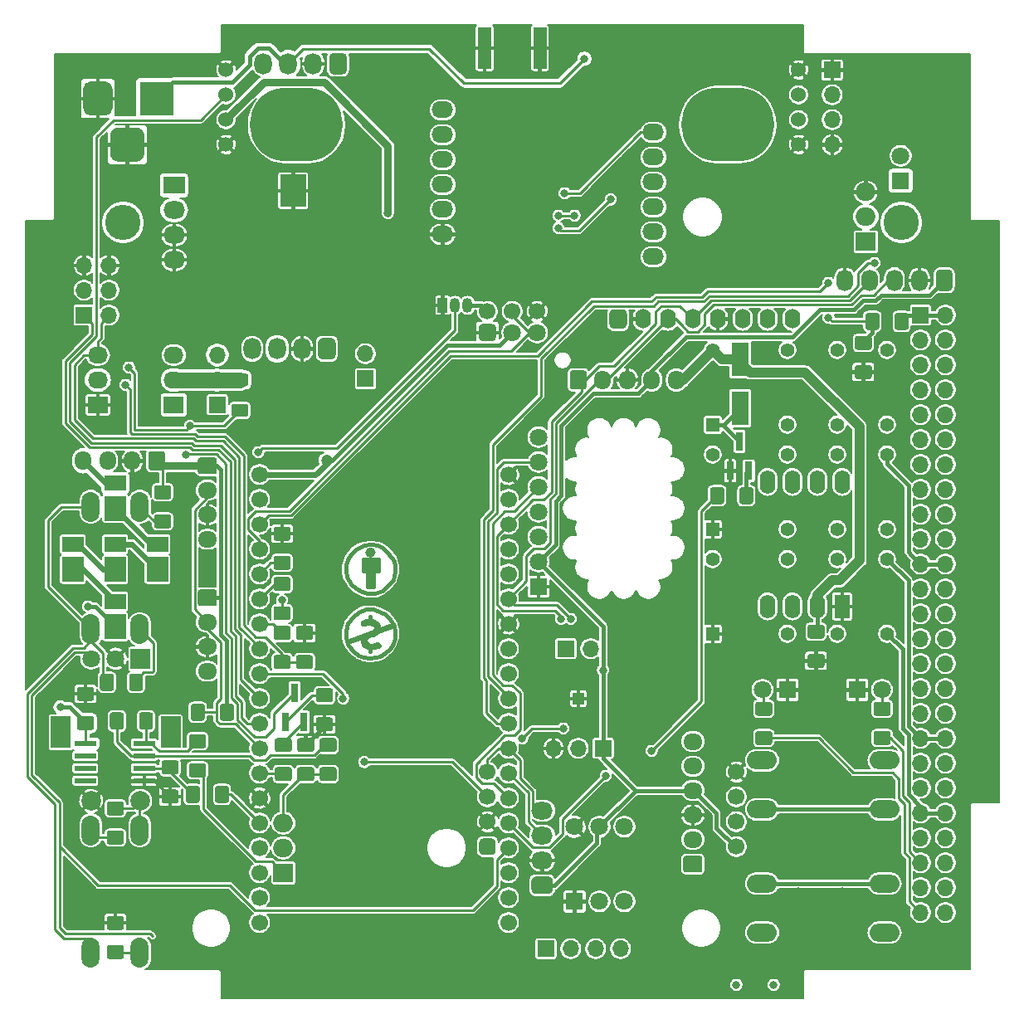
<source format=gbl>
G04 #@! TF.GenerationSoftware,KiCad,Pcbnew,(5.1.8)-1*
G04 #@! TF.CreationDate,2021-05-03T11:48:02+02:00*
G04 #@! TF.ProjectId,labAThome,6c616241-5468-46f6-9d65-2e6b69636164,rev?*
G04 #@! TF.SameCoordinates,Original*
G04 #@! TF.FileFunction,Copper,L2,Bot*
G04 #@! TF.FilePolarity,Positive*
%FSLAX46Y46*%
G04 Gerber Fmt 4.6, Leading zero omitted, Abs format (unit mm)*
G04 Created by KiCad (PCBNEW (5.1.8)-1) date 2021-05-03 11:48:02*
%MOMM*%
%LPD*%
G01*
G04 APERTURE LIST*
G04 #@! TA.AperFunction,EtchedComponent*
%ADD10C,0.381000*%
G04 #@! TD*
G04 #@! TA.AperFunction,ComponentPad*
%ADD11O,1.800000X2.200000*%
G04 #@! TD*
G04 #@! TA.AperFunction,ComponentPad*
%ADD12R,1.050000X1.500000*%
G04 #@! TD*
G04 #@! TA.AperFunction,ComponentPad*
%ADD13O,1.050000X1.500000*%
G04 #@! TD*
G04 #@! TA.AperFunction,ComponentPad*
%ADD14R,1.230000X1.230000*%
G04 #@! TD*
G04 #@! TA.AperFunction,ComponentPad*
%ADD15O,1.600000X2.000000*%
G04 #@! TD*
G04 #@! TA.AperFunction,ComponentPad*
%ADD16O,1.700000X2.200000*%
G04 #@! TD*
G04 #@! TA.AperFunction,ComponentPad*
%ADD17O,1.700000X1.700000*%
G04 #@! TD*
G04 #@! TA.AperFunction,ComponentPad*
%ADD18R,1.700000X1.700000*%
G04 #@! TD*
G04 #@! TA.AperFunction,ComponentPad*
%ADD19C,0.100000*%
G04 #@! TD*
G04 #@! TA.AperFunction,ComponentPad*
%ADD20C,1.700000*%
G04 #@! TD*
G04 #@! TA.AperFunction,SMDPad,CuDef*
%ADD21R,0.800000X1.900000*%
G04 #@! TD*
G04 #@! TA.AperFunction,ComponentPad*
%ADD22O,2.030000X1.730000*%
G04 #@! TD*
G04 #@! TA.AperFunction,ComponentPad*
%ADD23R,2.030000X1.730000*%
G04 #@! TD*
G04 #@! TA.AperFunction,ComponentPad*
%ADD24R,1.800000X1.800000*%
G04 #@! TD*
G04 #@! TA.AperFunction,ComponentPad*
%ADD25C,1.800000*%
G04 #@! TD*
G04 #@! TA.AperFunction,ComponentPad*
%ADD26O,1.600000X2.400000*%
G04 #@! TD*
G04 #@! TA.AperFunction,ComponentPad*
%ADD27R,1.600000X2.400000*%
G04 #@! TD*
G04 #@! TA.AperFunction,ComponentPad*
%ADD28O,1.950000X1.700000*%
G04 #@! TD*
G04 #@! TA.AperFunction,SMDPad,CuDef*
%ADD29R,2.200000X0.600000*%
G04 #@! TD*
G04 #@! TA.AperFunction,ComponentPad*
%ADD30O,2.000000X1.905000*%
G04 #@! TD*
G04 #@! TA.AperFunction,ComponentPad*
%ADD31R,2.000000X1.905000*%
G04 #@! TD*
G04 #@! TA.AperFunction,SMDPad,CuDef*
%ADD32R,2.200000X1.550000*%
G04 #@! TD*
G04 #@! TA.AperFunction,SMDPad,CuDef*
%ADD33R,2.200000X2.500000*%
G04 #@! TD*
G04 #@! TA.AperFunction,ComponentPad*
%ADD34O,2.200000X1.700000*%
G04 #@! TD*
G04 #@! TA.AperFunction,SMDPad,CuDef*
%ADD35R,1.350000X4.200000*%
G04 #@! TD*
G04 #@! TA.AperFunction,ComponentPad*
%ADD36C,1.524000*%
G04 #@! TD*
G04 #@! TA.AperFunction,SMDPad,CuDef*
%ADD37R,1.800000X3.500000*%
G04 #@! TD*
G04 #@! TA.AperFunction,ComponentPad*
%ADD38O,1.700000X1.950000*%
G04 #@! TD*
G04 #@! TA.AperFunction,ComponentPad*
%ADD39O,2.200000X1.800000*%
G04 #@! TD*
G04 #@! TA.AperFunction,ComponentPad*
%ADD40R,2.000000X2.000000*%
G04 #@! TD*
G04 #@! TA.AperFunction,ComponentPad*
%ADD41R,2.000000X3.200000*%
G04 #@! TD*
G04 #@! TA.AperFunction,ComponentPad*
%ADD42C,2.000000*%
G04 #@! TD*
G04 #@! TA.AperFunction,ComponentPad*
%ADD43C,1.400000*%
G04 #@! TD*
G04 #@! TA.AperFunction,ComponentPad*
%ADD44R,1.400000X1.400000*%
G04 #@! TD*
G04 #@! TA.AperFunction,ComponentPad*
%ADD45O,3.048000X1.850000*%
G04 #@! TD*
G04 #@! TA.AperFunction,ComponentPad*
%ADD46C,3.600000*%
G04 #@! TD*
G04 #@! TA.AperFunction,WasherPad*
%ADD47O,9.500000X7.500000*%
G04 #@! TD*
G04 #@! TA.AperFunction,ComponentPad*
%ADD48O,1.850000X3.048000*%
G04 #@! TD*
G04 #@! TA.AperFunction,ComponentPad*
%ADD49R,2.200000X1.800000*%
G04 #@! TD*
G04 #@! TA.AperFunction,ComponentPad*
%ADD50R,3.500000X3.500000*%
G04 #@! TD*
G04 #@! TA.AperFunction,ViaPad*
%ADD51C,0.800000*%
G04 #@! TD*
G04 #@! TA.AperFunction,ViaPad*
%ADD52C,1.200000*%
G04 #@! TD*
G04 #@! TA.AperFunction,Conductor*
%ADD53C,0.250000*%
G04 #@! TD*
G04 #@! TA.AperFunction,Conductor*
%ADD54C,0.400000*%
G04 #@! TD*
G04 #@! TA.AperFunction,Conductor*
%ADD55C,0.600000*%
G04 #@! TD*
G04 #@! TA.AperFunction,Conductor*
%ADD56C,1.000000*%
G04 #@! TD*
G04 #@! TA.AperFunction,Conductor*
%ADD57C,0.800000*%
G04 #@! TD*
G04 #@! TA.AperFunction,Conductor*
%ADD58C,1.600000*%
G04 #@! TD*
G04 #@! TA.AperFunction,Conductor*
%ADD59C,0.200000*%
G04 #@! TD*
G04 #@! TA.AperFunction,Conductor*
%ADD60C,0.100000*%
G04 #@! TD*
G04 APERTURE END LIST*
D10*
X64932560Y-83451700D02*
X65532000Y-83352640D01*
X64531240Y-83550760D02*
X64932560Y-83451700D01*
X64030860Y-83853020D02*
X64531240Y-83550760D01*
X63533020Y-84350860D02*
X64030860Y-83853020D01*
X63230760Y-84851240D02*
X63533020Y-84350860D01*
X63032640Y-85453220D02*
X63230760Y-84851240D01*
X63032640Y-86052660D02*
X63032640Y-85453220D01*
X63131700Y-86652100D02*
X63032640Y-86052660D01*
X63533020Y-87353140D02*
X63131700Y-86652100D01*
X64030860Y-87850980D02*
X63533020Y-87353140D01*
X64632840Y-88153240D02*
X64030860Y-87850980D01*
X65232280Y-88351360D02*
X64632840Y-88153240D01*
X66032380Y-88351360D02*
X65232280Y-88351360D01*
X66730880Y-88051640D02*
X66032380Y-88351360D01*
X67231260Y-87652860D02*
X66730880Y-88051640D01*
X67833240Y-86951820D02*
X67231260Y-87652860D01*
X68031360Y-86151720D02*
X67833240Y-86951820D01*
X68031360Y-85552280D02*
X68031360Y-86151720D01*
X67932300Y-85051900D02*
X68031360Y-85552280D01*
X67731640Y-84653120D02*
X67932300Y-85051900D01*
X67231260Y-84051140D02*
X67731640Y-84653120D01*
X66730880Y-83652360D02*
X67231260Y-84051140D01*
X66233040Y-83451700D02*
X66730880Y-83652360D01*
X65631060Y-83352640D02*
X66233040Y-83451700D01*
X65532000Y-83352640D02*
X65631060Y-83352640D01*
X65847666Y-84152740D02*
G75*
G03*
X65847666Y-84152740I-315666J0D01*
G01*
X66332100Y-86052660D02*
X66332100Y-84851240D01*
X64830960Y-86052660D02*
X66332100Y-86052660D01*
X64830960Y-84851240D02*
X64830960Y-86052660D01*
X66332100Y-84851240D02*
X64830960Y-84851240D01*
X65831720Y-87652860D02*
X65331340Y-87652860D01*
X65831720Y-86151720D02*
X65831720Y-87652860D01*
X65232280Y-87652860D02*
X65232280Y-86052660D01*
X65432940Y-87652860D02*
X65232280Y-87652860D01*
X65532000Y-86151720D02*
X65532000Y-87452200D01*
X66332100Y-85752940D02*
X65031620Y-85752940D01*
X65031620Y-85453220D02*
X66233040Y-85453220D01*
X66233040Y-85150960D02*
X64932560Y-85150960D01*
X65532000Y-83952080D02*
X65532000Y-84350860D01*
X66131440Y-94856300D02*
X65532000Y-94955360D01*
X66532760Y-94757240D02*
X66131440Y-94856300D01*
X67033140Y-94454980D02*
X66532760Y-94757240D01*
X67530980Y-93957140D02*
X67033140Y-94454980D01*
X67833240Y-93456760D02*
X67530980Y-93957140D01*
X68031360Y-92854780D02*
X67833240Y-93456760D01*
X68031360Y-92255340D02*
X68031360Y-92854780D01*
X67932300Y-91655900D02*
X68031360Y-92255340D01*
X67530980Y-90954860D02*
X67932300Y-91655900D01*
X67033140Y-90457020D02*
X67530980Y-90954860D01*
X66431160Y-90154760D02*
X67033140Y-90457020D01*
X65831720Y-89956640D02*
X66431160Y-90154760D01*
X65031620Y-89956640D02*
X65831720Y-89956640D01*
X64333120Y-90256360D02*
X65031620Y-89956640D01*
X63832740Y-90655140D02*
X64333120Y-90256360D01*
X63230760Y-91356180D02*
X63832740Y-90655140D01*
X63032640Y-92156280D02*
X63230760Y-91356180D01*
X63032640Y-92755720D02*
X63032640Y-92156280D01*
X63131700Y-93256100D02*
X63032640Y-92755720D01*
X63332360Y-93654880D02*
X63131700Y-93256100D01*
X63832740Y-94256860D02*
X63332360Y-93654880D01*
X64333120Y-94655640D02*
X63832740Y-94256860D01*
X64830960Y-94856300D02*
X64333120Y-94655640D01*
X65432940Y-94955360D02*
X64830960Y-94856300D01*
X65532000Y-94955360D02*
X65432940Y-94955360D01*
X66233040Y-93456760D02*
X66431160Y-93654880D01*
X65930780Y-93555820D02*
X66233040Y-93456760D01*
X65631060Y-93654880D02*
X65930780Y-93555820D01*
X65232280Y-93555820D02*
X65631060Y-93654880D01*
X65031620Y-93355160D02*
X65232280Y-93555820D01*
X64932560Y-93157040D02*
X65031620Y-93355160D01*
X65031620Y-92854780D02*
X64932560Y-93157040D01*
X65232280Y-92656660D02*
X65031620Y-92854780D01*
X65831720Y-92555060D02*
X65232280Y-92656660D01*
X66233040Y-92255340D02*
X65831720Y-92555060D01*
X66332100Y-91955620D02*
X66233040Y-92255340D01*
X66332100Y-91655900D02*
X66332100Y-91955620D01*
X66233040Y-91455240D02*
X66332100Y-91655900D01*
X66032380Y-91257120D02*
X66233040Y-91455240D01*
X65732660Y-91155520D02*
X66032380Y-91257120D01*
X65031620Y-91155520D02*
X65732660Y-91155520D01*
X64731900Y-91257120D02*
X65031620Y-91155520D01*
X64731900Y-91455240D02*
X64731900Y-91257120D01*
X64830960Y-91455240D02*
X64731900Y-91455240D01*
X65331340Y-91356180D02*
X64830960Y-91455240D01*
X65831720Y-91455240D02*
X65331340Y-91356180D01*
X66131440Y-91655900D02*
X65831720Y-91455240D01*
X66131440Y-92057220D02*
X66131440Y-91655900D01*
X65831720Y-92255340D02*
X66131440Y-92057220D01*
X65031620Y-92555060D02*
X65831720Y-92255340D01*
X64830960Y-92755720D02*
X65031620Y-92555060D01*
X64731900Y-93055440D02*
X64830960Y-92755720D01*
X64731900Y-93355160D02*
X64731900Y-93055440D01*
X64830960Y-93555820D02*
X64731900Y-93355160D01*
X65031620Y-93756480D02*
X64830960Y-93555820D01*
X65232280Y-93855540D02*
X65031620Y-93756480D01*
X65930780Y-93855540D02*
X65232280Y-93855540D01*
X66332100Y-93756480D02*
X65930780Y-93855540D01*
X66431160Y-93654880D02*
X66332100Y-93756480D01*
X63230760Y-93355160D02*
X67932300Y-91655900D01*
X63131700Y-93256100D02*
X67731640Y-91556840D01*
X65532000Y-93957140D02*
X65532000Y-94256860D01*
X65532000Y-90655140D02*
X65532000Y-90756740D01*
X65532000Y-91155520D02*
X65532000Y-90655140D01*
D11*
X53467000Y-63373000D03*
X56007000Y-63373000D03*
X58547000Y-63373000D03*
G04 #@! TA.AperFunction,ComponentPad*
G36*
G01*
X60637000Y-62273000D02*
X61537000Y-62273000D01*
G75*
G02*
X61987000Y-62723000I0J-450000D01*
G01*
X61987000Y-64023000D01*
G75*
G02*
X61537000Y-64473000I-450000J0D01*
G01*
X60637000Y-64473000D01*
G75*
G02*
X60187000Y-64023000I0J450000D01*
G01*
X60187000Y-62723000D01*
G75*
G02*
X60637000Y-62273000I450000J0D01*
G01*
G37*
G04 #@! TD.AperFunction*
D12*
X72898000Y-58928000D03*
D13*
X75438000Y-58928000D03*
X74168000Y-58928000D03*
D14*
X86741000Y-99060000D03*
D15*
X108585000Y-60325000D03*
X106045000Y-60325000D03*
X103505000Y-60325000D03*
X100965000Y-60325000D03*
X98425000Y-60325000D03*
X95885000Y-60325000D03*
X93345000Y-60325000D03*
G04 #@! TA.AperFunction,ComponentPad*
G36*
G01*
X91255000Y-61325000D02*
X90355000Y-61325000D01*
G75*
G02*
X89905000Y-60875000I0J450000D01*
G01*
X89905000Y-59775000D01*
G75*
G02*
X90355000Y-59325000I450000J0D01*
G01*
X91255000Y-59325000D01*
G75*
G02*
X91705000Y-59775000I0J-450000D01*
G01*
X91705000Y-60875000D01*
G75*
G02*
X91255000Y-61325000I-450000J0D01*
G01*
G37*
G04 #@! TD.AperFunction*
D16*
X113919000Y-56388000D03*
X116459000Y-56388000D03*
X118999000Y-56388000D03*
X121539000Y-56388000D03*
G04 #@! TA.AperFunction,ComponentPad*
G36*
G01*
X124504000Y-57488000D02*
X123654000Y-57488000D01*
G75*
G02*
X123229000Y-57063000I0J425000D01*
G01*
X123229000Y-55713000D01*
G75*
G02*
X123654000Y-55288000I425000J0D01*
G01*
X124504000Y-55288000D01*
G75*
G02*
X124929000Y-55713000I0J-425000D01*
G01*
X124929000Y-57063000D01*
G75*
G02*
X124504000Y-57488000I-425000J0D01*
G01*
G37*
G04 #@! TD.AperFunction*
D17*
X84201000Y-104140000D03*
X86741000Y-104140000D03*
D18*
X89281000Y-104140000D03*
D17*
X88011000Y-93980000D03*
D18*
X85471000Y-93980000D03*
D11*
X54610000Y-34290000D03*
X57150000Y-34290000D03*
X59690000Y-34290000D03*
G04 #@! TA.AperFunction,ComponentPad*
G36*
G01*
X61780000Y-33190000D02*
X62680000Y-33190000D01*
G75*
G02*
X63130000Y-33640000I0J-450000D01*
G01*
X63130000Y-34940000D01*
G75*
G02*
X62680000Y-35390000I-450000J0D01*
G01*
X61780000Y-35390000D01*
G75*
G02*
X61330000Y-34940000I0J450000D01*
G01*
X61330000Y-33640000D01*
G75*
G02*
X61780000Y-33190000I450000J0D01*
G01*
G37*
G04 #@! TD.AperFunction*
G04 #@! TA.AperFunction,ComponentPad*
D19*
G36*
X58958000Y-45594000D02*
G01*
X58958000Y-48894000D01*
X56358000Y-48894000D01*
X56358000Y-45594000D01*
X58958000Y-45594000D01*
G37*
G04 #@! TD.AperFunction*
G04 #@! TA.AperFunction,SMDPad,CuDef*
G36*
G01*
X48120000Y-108214000D02*
X48120000Y-109464000D01*
G75*
G02*
X47870000Y-109714000I-250000J0D01*
G01*
X46945000Y-109714000D01*
G75*
G02*
X46695000Y-109464000I0J250000D01*
G01*
X46695000Y-108214000D01*
G75*
G02*
X46945000Y-107964000I250000J0D01*
G01*
X47870000Y-107964000D01*
G75*
G02*
X48120000Y-108214000I0J-250000D01*
G01*
G37*
G04 #@! TD.AperFunction*
G04 #@! TA.AperFunction,SMDPad,CuDef*
G36*
G01*
X51095000Y-108214000D02*
X51095000Y-109464000D01*
G75*
G02*
X50845000Y-109714000I-250000J0D01*
G01*
X49920000Y-109714000D01*
G75*
G02*
X49670000Y-109464000I0J250000D01*
G01*
X49670000Y-108214000D01*
G75*
G02*
X49920000Y-107964000I250000J0D01*
G01*
X50845000Y-107964000D01*
G75*
G02*
X51095000Y-108214000I0J-250000D01*
G01*
G37*
G04 #@! TD.AperFunction*
D20*
X102870000Y-106553000D03*
X102870000Y-109093000D03*
X102870000Y-111633000D03*
X102870000Y-114173000D03*
G04 #@! TA.AperFunction,ComponentPad*
G36*
G01*
X76620000Y-114598000D02*
X76620000Y-113748000D01*
G75*
G02*
X77045000Y-113323000I425000J0D01*
G01*
X77895000Y-113323000D01*
G75*
G02*
X78320000Y-113748000I0J-425000D01*
G01*
X78320000Y-114598000D01*
G75*
G02*
X77895000Y-115023000I-425000J0D01*
G01*
X77045000Y-115023000D01*
G75*
G02*
X76620000Y-114598000I0J425000D01*
G01*
G37*
G04 #@! TD.AperFunction*
X77470000Y-111633000D03*
X77470000Y-109093000D03*
X77470000Y-106553000D03*
G04 #@! TA.AperFunction,SMDPad,CuDef*
G36*
G01*
X51571999Y-68998000D02*
X52822001Y-68998000D01*
G75*
G02*
X53072000Y-69247999I0J-249999D01*
G01*
X53072000Y-70048001D01*
G75*
G02*
X52822001Y-70298000I-249999J0D01*
G01*
X51571999Y-70298000D01*
G75*
G02*
X51322000Y-70048001I0J249999D01*
G01*
X51322000Y-69247999D01*
G75*
G02*
X51571999Y-68998000I249999J0D01*
G01*
G37*
G04 #@! TD.AperFunction*
G04 #@! TA.AperFunction,SMDPad,CuDef*
G36*
G01*
X51571999Y-65898000D02*
X52822001Y-65898000D01*
G75*
G02*
X53072000Y-66147999I0J-249999D01*
G01*
X53072000Y-66948001D01*
G75*
G02*
X52822001Y-67198000I-249999J0D01*
G01*
X51571999Y-67198000D01*
G75*
G02*
X51322000Y-66948001I0J249999D01*
G01*
X51322000Y-66147999D01*
G75*
G02*
X51571999Y-65898000I249999J0D01*
G01*
G37*
G04 #@! TD.AperFunction*
D21*
X58735000Y-101449000D03*
X56835000Y-101449000D03*
X57785000Y-98449000D03*
D22*
X37719000Y-64008000D03*
X37719000Y-66548000D03*
D23*
X37719000Y-69088000D03*
D24*
X119634000Y-46228000D03*
D25*
X119634000Y-43688000D03*
D26*
X113665000Y-76962000D03*
X106045000Y-89662000D03*
X111125000Y-76962000D03*
X108585000Y-89662000D03*
X108585000Y-76962000D03*
X111125000Y-89662000D03*
X106045000Y-76962000D03*
D27*
X113665000Y-89662000D03*
G04 #@! TA.AperFunction,SMDPad,CuDef*
G36*
G01*
X39357000Y-96784000D02*
X39357000Y-98034000D01*
G75*
G02*
X39107000Y-98284000I-250000J0D01*
G01*
X38182000Y-98284000D01*
G75*
G02*
X37932000Y-98034000I0J250000D01*
G01*
X37932000Y-96784000D01*
G75*
G02*
X38182000Y-96534000I250000J0D01*
G01*
X39107000Y-96534000D01*
G75*
G02*
X39357000Y-96784000I0J-250000D01*
G01*
G37*
G04 #@! TD.AperFunction*
G04 #@! TA.AperFunction,SMDPad,CuDef*
G36*
G01*
X42332000Y-96784000D02*
X42332000Y-98034000D01*
G75*
G02*
X42082000Y-98284000I-250000J0D01*
G01*
X41157000Y-98284000D01*
G75*
G02*
X40907000Y-98034000I0J250000D01*
G01*
X40907000Y-96784000D01*
G75*
G02*
X41157000Y-96534000I250000J0D01*
G01*
X42082000Y-96534000D01*
G75*
G02*
X42332000Y-96784000I0J-250000D01*
G01*
G37*
G04 #@! TD.AperFunction*
G04 #@! TA.AperFunction,SMDPad,CuDef*
G36*
G01*
X110373000Y-94501000D02*
X111623000Y-94501000D01*
G75*
G02*
X111873000Y-94751000I0J-250000D01*
G01*
X111873000Y-95676000D01*
G75*
G02*
X111623000Y-95926000I-250000J0D01*
G01*
X110373000Y-95926000D01*
G75*
G02*
X110123000Y-95676000I0J250000D01*
G01*
X110123000Y-94751000D01*
G75*
G02*
X110373000Y-94501000I250000J0D01*
G01*
G37*
G04 #@! TD.AperFunction*
G04 #@! TA.AperFunction,SMDPad,CuDef*
G36*
G01*
X110373000Y-91526000D02*
X111623000Y-91526000D01*
G75*
G02*
X111873000Y-91776000I0J-250000D01*
G01*
X111873000Y-92701000D01*
G75*
G02*
X111623000Y-92951000I-250000J0D01*
G01*
X110373000Y-92951000D01*
G75*
G02*
X110123000Y-92701000I0J250000D01*
G01*
X110123000Y-91776000D01*
G75*
G02*
X110373000Y-91526000I250000J0D01*
G01*
G37*
G04 #@! TD.AperFunction*
G04 #@! TA.AperFunction,SMDPad,CuDef*
G36*
G01*
X40122000Y-110985000D02*
X38872000Y-110985000D01*
G75*
G02*
X38622000Y-110735000I0J250000D01*
G01*
X38622000Y-109810000D01*
G75*
G02*
X38872000Y-109560000I250000J0D01*
G01*
X40122000Y-109560000D01*
G75*
G02*
X40372000Y-109810000I0J-250000D01*
G01*
X40372000Y-110735000D01*
G75*
G02*
X40122000Y-110985000I-250000J0D01*
G01*
G37*
G04 #@! TD.AperFunction*
G04 #@! TA.AperFunction,SMDPad,CuDef*
G36*
G01*
X40122000Y-113960000D02*
X38872000Y-113960000D01*
G75*
G02*
X38622000Y-113710000I0J250000D01*
G01*
X38622000Y-112785000D01*
G75*
G02*
X38872000Y-112535000I250000J0D01*
G01*
X40122000Y-112535000D01*
G75*
G02*
X40372000Y-112785000I0J-250000D01*
G01*
X40372000Y-113710000D01*
G75*
G02*
X40122000Y-113960000I-250000J0D01*
G01*
G37*
G04 #@! TD.AperFunction*
D28*
X48895000Y-82811000D03*
X48895000Y-80311000D03*
X48895000Y-77811000D03*
G04 #@! TA.AperFunction,ComponentPad*
G36*
G01*
X48170000Y-74461000D02*
X49620000Y-74461000D01*
G75*
G02*
X49870000Y-74711000I0J-250000D01*
G01*
X49870000Y-75911000D01*
G75*
G02*
X49620000Y-76161000I-250000J0D01*
G01*
X48170000Y-76161000D01*
G75*
G02*
X47920000Y-75911000I0J250000D01*
G01*
X47920000Y-74711000D01*
G75*
G02*
X48170000Y-74461000I250000J0D01*
G01*
G37*
G04 #@! TD.AperFunction*
X48895000Y-96273000D03*
X48895000Y-93773000D03*
X48895000Y-91273000D03*
G04 #@! TA.AperFunction,ComponentPad*
G36*
G01*
X48170000Y-87923000D02*
X49620000Y-87923000D01*
G75*
G02*
X49870000Y-88173000I0J-250000D01*
G01*
X49870000Y-89373000D01*
G75*
G02*
X49620000Y-89623000I-250000J0D01*
G01*
X48170000Y-89623000D01*
G75*
G02*
X47920000Y-89373000I0J250000D01*
G01*
X47920000Y-88173000D01*
G75*
G02*
X48170000Y-87923000I250000J0D01*
G01*
G37*
G04 #@! TD.AperFunction*
G04 #@! TA.AperFunction,SMDPad,CuDef*
G36*
G01*
X44460000Y-108344000D02*
X45710000Y-108344000D01*
G75*
G02*
X45960000Y-108594000I0J-250000D01*
G01*
X45960000Y-109519000D01*
G75*
G02*
X45710000Y-109769000I-250000J0D01*
G01*
X44460000Y-109769000D01*
G75*
G02*
X44210000Y-109519000I0J250000D01*
G01*
X44210000Y-108594000D01*
G75*
G02*
X44460000Y-108344000I250000J0D01*
G01*
G37*
G04 #@! TD.AperFunction*
G04 #@! TA.AperFunction,SMDPad,CuDef*
G36*
G01*
X44460000Y-105369000D02*
X45710000Y-105369000D01*
G75*
G02*
X45960000Y-105619000I0J-250000D01*
G01*
X45960000Y-106544000D01*
G75*
G02*
X45710000Y-106794000I-250000J0D01*
G01*
X44460000Y-106794000D01*
G75*
G02*
X44210000Y-106544000I0J250000D01*
G01*
X44210000Y-105619000D01*
G75*
G02*
X44460000Y-105369000I250000J0D01*
G01*
G37*
G04 #@! TD.AperFunction*
G04 #@! TA.AperFunction,SMDPad,CuDef*
G36*
G01*
X43698000Y-80277000D02*
X44948000Y-80277000D01*
G75*
G02*
X45198000Y-80527000I0J-250000D01*
G01*
X45198000Y-81452000D01*
G75*
G02*
X44948000Y-81702000I-250000J0D01*
G01*
X43698000Y-81702000D01*
G75*
G02*
X43448000Y-81452000I0J250000D01*
G01*
X43448000Y-80527000D01*
G75*
G02*
X43698000Y-80277000I250000J0D01*
G01*
G37*
G04 #@! TD.AperFunction*
G04 #@! TA.AperFunction,SMDPad,CuDef*
G36*
G01*
X43698000Y-77302000D02*
X44948000Y-77302000D01*
G75*
G02*
X45198000Y-77552000I0J-250000D01*
G01*
X45198000Y-78477000D01*
G75*
G02*
X44948000Y-78727000I-250000J0D01*
G01*
X43698000Y-78727000D01*
G75*
G02*
X43448000Y-78477000I0J250000D01*
G01*
X43448000Y-77552000D01*
G75*
G02*
X43698000Y-77302000I250000J0D01*
G01*
G37*
G04 #@! TD.AperFunction*
D29*
X36449000Y-103632000D03*
X36449000Y-104902000D03*
X36449000Y-106172000D03*
X36449000Y-107442000D03*
X42449000Y-107442000D03*
X42449000Y-106172000D03*
X42449000Y-104902000D03*
X42449000Y-103632000D03*
G04 #@! TA.AperFunction,SMDPad,CuDef*
G36*
G01*
X59553000Y-104508000D02*
X58303000Y-104508000D01*
G75*
G02*
X58053000Y-104258000I0J250000D01*
G01*
X58053000Y-103333000D01*
G75*
G02*
X58303000Y-103083000I250000J0D01*
G01*
X59553000Y-103083000D01*
G75*
G02*
X59803000Y-103333000I0J-250000D01*
G01*
X59803000Y-104258000D01*
G75*
G02*
X59553000Y-104508000I-250000J0D01*
G01*
G37*
G04 #@! TD.AperFunction*
G04 #@! TA.AperFunction,SMDPad,CuDef*
G36*
G01*
X59553000Y-107483000D02*
X58303000Y-107483000D01*
G75*
G02*
X58053000Y-107233000I0J250000D01*
G01*
X58053000Y-106308000D01*
G75*
G02*
X58303000Y-106058000I250000J0D01*
G01*
X59553000Y-106058000D01*
G75*
G02*
X59803000Y-106308000I0J-250000D01*
G01*
X59803000Y-107233000D01*
G75*
G02*
X59553000Y-107483000I-250000J0D01*
G01*
G37*
G04 #@! TD.AperFunction*
G04 #@! TA.AperFunction,SMDPad,CuDef*
G36*
G01*
X61839000Y-104508000D02*
X60589000Y-104508000D01*
G75*
G02*
X60339000Y-104258000I0J250000D01*
G01*
X60339000Y-103333000D01*
G75*
G02*
X60589000Y-103083000I250000J0D01*
G01*
X61839000Y-103083000D01*
G75*
G02*
X62089000Y-103333000I0J-250000D01*
G01*
X62089000Y-104258000D01*
G75*
G02*
X61839000Y-104508000I-250000J0D01*
G01*
G37*
G04 #@! TD.AperFunction*
G04 #@! TA.AperFunction,SMDPad,CuDef*
G36*
G01*
X61839000Y-107483000D02*
X60589000Y-107483000D01*
G75*
G02*
X60339000Y-107233000I0J250000D01*
G01*
X60339000Y-106308000D01*
G75*
G02*
X60589000Y-106058000I250000J0D01*
G01*
X61839000Y-106058000D01*
G75*
G02*
X62089000Y-106308000I0J-250000D01*
G01*
X62089000Y-107233000D01*
G75*
G02*
X61839000Y-107483000I-250000J0D01*
G01*
G37*
G04 #@! TD.AperFunction*
G04 #@! TA.AperFunction,SMDPad,CuDef*
G36*
G01*
X48504000Y-104127000D02*
X47254000Y-104127000D01*
G75*
G02*
X47004000Y-103877000I0J250000D01*
G01*
X47004000Y-102952000D01*
G75*
G02*
X47254000Y-102702000I250000J0D01*
G01*
X48504000Y-102702000D01*
G75*
G02*
X48754000Y-102952000I0J-250000D01*
G01*
X48754000Y-103877000D01*
G75*
G02*
X48504000Y-104127000I-250000J0D01*
G01*
G37*
G04 #@! TD.AperFunction*
G04 #@! TA.AperFunction,SMDPad,CuDef*
G36*
G01*
X48504000Y-107102000D02*
X47254000Y-107102000D01*
G75*
G02*
X47004000Y-106852000I0J250000D01*
G01*
X47004000Y-105927000D01*
G75*
G02*
X47254000Y-105677000I250000J0D01*
G01*
X48504000Y-105677000D01*
G75*
G02*
X48754000Y-105927000I0J-250000D01*
G01*
X48754000Y-106852000D01*
G75*
G02*
X48504000Y-107102000I-250000J0D01*
G01*
G37*
G04 #@! TD.AperFunction*
D30*
X56642000Y-111760000D03*
X56642000Y-114300000D03*
D31*
X56642000Y-116840000D03*
D32*
X39497000Y-89153000D03*
D33*
X39497000Y-91728000D03*
D32*
X35179000Y-83312000D03*
D33*
X35179000Y-85887000D03*
D32*
X39497000Y-83312000D03*
D33*
X39497000Y-85887000D03*
D32*
X43815000Y-83312000D03*
D33*
X43815000Y-85887000D03*
D32*
X39497000Y-77089000D03*
D33*
X39497000Y-79664000D03*
G04 #@! TA.AperFunction,SMDPad,CuDef*
G36*
G01*
X37074000Y-99301000D02*
X35824000Y-99301000D01*
G75*
G02*
X35574000Y-99051000I0J250000D01*
G01*
X35574000Y-98126000D01*
G75*
G02*
X35824000Y-97876000I250000J0D01*
G01*
X37074000Y-97876000D01*
G75*
G02*
X37324000Y-98126000I0J-250000D01*
G01*
X37324000Y-99051000D01*
G75*
G02*
X37074000Y-99301000I-250000J0D01*
G01*
G37*
G04 #@! TD.AperFunction*
G04 #@! TA.AperFunction,SMDPad,CuDef*
G36*
G01*
X37074000Y-102276000D02*
X35824000Y-102276000D01*
G75*
G02*
X35574000Y-102026000I0J250000D01*
G01*
X35574000Y-101101000D01*
G75*
G02*
X35824000Y-100851000I250000J0D01*
G01*
X37074000Y-100851000D01*
G75*
G02*
X37324000Y-101101000I0J-250000D01*
G01*
X37324000Y-102026000D01*
G75*
G02*
X37074000Y-102276000I-250000J0D01*
G01*
G37*
G04 #@! TD.AperFunction*
G04 #@! TA.AperFunction,SMDPad,CuDef*
G36*
G01*
X40373000Y-100721000D02*
X40373000Y-101971000D01*
G75*
G02*
X40123000Y-102221000I-250000J0D01*
G01*
X39198000Y-102221000D01*
G75*
G02*
X38948000Y-101971000I0J250000D01*
G01*
X38948000Y-100721000D01*
G75*
G02*
X39198000Y-100471000I250000J0D01*
G01*
X40123000Y-100471000D01*
G75*
G02*
X40373000Y-100721000I0J-250000D01*
G01*
G37*
G04 #@! TD.AperFunction*
G04 #@! TA.AperFunction,SMDPad,CuDef*
G36*
G01*
X43348000Y-100721000D02*
X43348000Y-101971000D01*
G75*
G02*
X43098000Y-102221000I-250000J0D01*
G01*
X42173000Y-102221000D01*
G75*
G02*
X41923000Y-101971000I0J250000D01*
G01*
X41923000Y-100721000D01*
G75*
G02*
X42173000Y-100471000I250000J0D01*
G01*
X43098000Y-100471000D01*
G75*
G02*
X43348000Y-100721000I0J-250000D01*
G01*
G37*
G04 #@! TD.AperFunction*
D34*
X94398000Y-53989000D03*
X94398000Y-51449000D03*
X94398000Y-48909000D03*
X94398000Y-46369000D03*
X94398000Y-43829000D03*
X72898000Y-51689000D03*
X72898000Y-49149000D03*
X72898000Y-46609000D03*
X72898000Y-44069000D03*
X72898000Y-41529000D03*
X94398000Y-41289000D03*
X72898000Y-38989000D03*
D25*
X82677000Y-72390000D03*
X82677000Y-74930000D03*
X82677000Y-77470000D03*
X82677000Y-80010000D03*
X82677000Y-82550000D03*
X82677000Y-85090000D03*
D24*
X82677000Y-87630000D03*
D17*
X38862000Y-54864000D03*
X36322000Y-54864000D03*
X38862000Y-57404000D03*
X36322000Y-57404000D03*
X38862000Y-59944000D03*
D18*
X36322000Y-59944000D03*
D28*
X98425000Y-103451000D03*
X98425000Y-105951000D03*
X98425000Y-108451000D03*
X98425000Y-110951000D03*
X98425000Y-113451000D03*
G04 #@! TA.AperFunction,ComponentPad*
G36*
G01*
X99150000Y-116801000D02*
X97700000Y-116801000D01*
G75*
G02*
X97450000Y-116551000I0J250000D01*
G01*
X97450000Y-115351000D01*
G75*
G02*
X97700000Y-115101000I250000J0D01*
G01*
X99150000Y-115101000D01*
G75*
G02*
X99400000Y-115351000I0J-250000D01*
G01*
X99400000Y-116551000D01*
G75*
G02*
X99150000Y-116801000I-250000J0D01*
G01*
G37*
G04 #@! TD.AperFunction*
D20*
X79629000Y-76200000D03*
X79629000Y-78740000D03*
X79629000Y-81280000D03*
X79629000Y-83820000D03*
X79629000Y-86360000D03*
X79629000Y-88900000D03*
X79629000Y-91440000D03*
X79629000Y-93980000D03*
X79629000Y-96520000D03*
X79629000Y-99060000D03*
X79629000Y-101600000D03*
X79629000Y-104140000D03*
X79629000Y-106680000D03*
X79629000Y-109220000D03*
X79629000Y-111760000D03*
X79629000Y-114300000D03*
X79629000Y-116840000D03*
X79629000Y-119380000D03*
X79629000Y-121920000D03*
X54229000Y-121920000D03*
X54229000Y-119380000D03*
X54229000Y-116840000D03*
X54229000Y-114300000D03*
X54229000Y-111760000D03*
X54229000Y-109220000D03*
X54229000Y-106680000D03*
X54229000Y-104140000D03*
X54229000Y-101600000D03*
X54229000Y-99060000D03*
X54229000Y-96520000D03*
X54229000Y-93980000D03*
X54229000Y-91440000D03*
X54229000Y-88900000D03*
X54229000Y-86360000D03*
X54229000Y-83820000D03*
X54229000Y-81280000D03*
X54229000Y-78740000D03*
X54229000Y-76200000D03*
D35*
X77175000Y-32700000D03*
X82825000Y-32700000D03*
G04 #@! TA.AperFunction,SMDPad,CuDef*
G36*
G01*
X58176000Y-94628000D02*
X59426000Y-94628000D01*
G75*
G02*
X59676000Y-94878000I0J-250000D01*
G01*
X59676000Y-95803000D01*
G75*
G02*
X59426000Y-96053000I-250000J0D01*
G01*
X58176000Y-96053000D01*
G75*
G02*
X57926000Y-95803000I0J250000D01*
G01*
X57926000Y-94878000D01*
G75*
G02*
X58176000Y-94628000I250000J0D01*
G01*
G37*
G04 #@! TD.AperFunction*
G04 #@! TA.AperFunction,SMDPad,CuDef*
G36*
G01*
X58176000Y-91653000D02*
X59426000Y-91653000D01*
G75*
G02*
X59676000Y-91903000I0J-250000D01*
G01*
X59676000Y-92828000D01*
G75*
G02*
X59426000Y-93078000I-250000J0D01*
G01*
X58176000Y-93078000D01*
G75*
G02*
X57926000Y-92828000I0J250000D01*
G01*
X57926000Y-91903000D01*
G75*
G02*
X58176000Y-91653000I250000J0D01*
G01*
G37*
G04 #@! TD.AperFunction*
D17*
X112649000Y-42545000D03*
X112649000Y-40005000D03*
X112649000Y-37465000D03*
D18*
X112649000Y-34925000D03*
D36*
X109220000Y-42545000D03*
X109220000Y-40005000D03*
X109220000Y-37465000D03*
X109220000Y-34925000D03*
X50800000Y-42545000D03*
X50800000Y-40005000D03*
X50800000Y-37465000D03*
X50800000Y-34925000D03*
G04 #@! TA.AperFunction,SMDPad,CuDef*
G36*
G01*
X61458000Y-99428000D02*
X60208000Y-99428000D01*
G75*
G02*
X59958000Y-99178000I0J250000D01*
G01*
X59958000Y-98253000D01*
G75*
G02*
X60208000Y-98003000I250000J0D01*
G01*
X61458000Y-98003000D01*
G75*
G02*
X61708000Y-98253000I0J-250000D01*
G01*
X61708000Y-99178000D01*
G75*
G02*
X61458000Y-99428000I-250000J0D01*
G01*
G37*
G04 #@! TD.AperFunction*
G04 #@! TA.AperFunction,SMDPad,CuDef*
G36*
G01*
X61458000Y-102403000D02*
X60208000Y-102403000D01*
G75*
G02*
X59958000Y-102153000I0J250000D01*
G01*
X59958000Y-101228000D01*
G75*
G02*
X60208000Y-100978000I250000J0D01*
G01*
X61458000Y-100978000D01*
G75*
G02*
X61708000Y-101228000I0J-250000D01*
G01*
X61708000Y-102153000D01*
G75*
G02*
X61458000Y-102403000I-250000J0D01*
G01*
G37*
G04 #@! TD.AperFunction*
D21*
X103185000Y-72819000D03*
X102235000Y-75819000D03*
X104135000Y-75819000D03*
D37*
X103251000Y-69429000D03*
X103251000Y-64429000D03*
G04 #@! TA.AperFunction,SMDPad,CuDef*
G36*
G01*
X116449000Y-63487000D02*
X115199000Y-63487000D01*
G75*
G02*
X114949000Y-63237000I0J250000D01*
G01*
X114949000Y-62312000D01*
G75*
G02*
X115199000Y-62062000I250000J0D01*
G01*
X116449000Y-62062000D01*
G75*
G02*
X116699000Y-62312000I0J-250000D01*
G01*
X116699000Y-63237000D01*
G75*
G02*
X116449000Y-63487000I-250000J0D01*
G01*
G37*
G04 #@! TD.AperFunction*
G04 #@! TA.AperFunction,SMDPad,CuDef*
G36*
G01*
X116449000Y-66462000D02*
X115199000Y-66462000D01*
G75*
G02*
X114949000Y-66212000I0J250000D01*
G01*
X114949000Y-65287000D01*
G75*
G02*
X115199000Y-65037000I250000J0D01*
G01*
X116449000Y-65037000D01*
G75*
G02*
X116699000Y-65287000I0J-250000D01*
G01*
X116699000Y-66212000D01*
G75*
G02*
X116449000Y-66462000I-250000J0D01*
G01*
G37*
G04 #@! TD.AperFunction*
G04 #@! TA.AperFunction,SMDPad,CuDef*
G36*
G01*
X119012000Y-61204000D02*
X119012000Y-59954000D01*
G75*
G02*
X119262000Y-59704000I250000J0D01*
G01*
X120187000Y-59704000D01*
G75*
G02*
X120437000Y-59954000I0J-250000D01*
G01*
X120437000Y-61204000D01*
G75*
G02*
X120187000Y-61454000I-250000J0D01*
G01*
X119262000Y-61454000D01*
G75*
G02*
X119012000Y-61204000I0J250000D01*
G01*
G37*
G04 #@! TD.AperFunction*
G04 #@! TA.AperFunction,SMDPad,CuDef*
G36*
G01*
X116037000Y-61204000D02*
X116037000Y-59954000D01*
G75*
G02*
X116287000Y-59704000I250000J0D01*
G01*
X117212000Y-59704000D01*
G75*
G02*
X117462000Y-59954000I0J-250000D01*
G01*
X117462000Y-61204000D01*
G75*
G02*
X117212000Y-61454000I-250000J0D01*
G01*
X116287000Y-61454000D01*
G75*
G02*
X116037000Y-61204000I0J250000D01*
G01*
G37*
G04 #@! TD.AperFunction*
G04 #@! TA.AperFunction,SMDPad,CuDef*
G36*
G01*
X40122000Y-122669000D02*
X38872000Y-122669000D01*
G75*
G02*
X38622000Y-122419000I0J250000D01*
G01*
X38622000Y-121494000D01*
G75*
G02*
X38872000Y-121244000I250000J0D01*
G01*
X40122000Y-121244000D01*
G75*
G02*
X40372000Y-121494000I0J-250000D01*
G01*
X40372000Y-122419000D01*
G75*
G02*
X40122000Y-122669000I-250000J0D01*
G01*
G37*
G04 #@! TD.AperFunction*
G04 #@! TA.AperFunction,SMDPad,CuDef*
G36*
G01*
X40122000Y-125644000D02*
X38872000Y-125644000D01*
G75*
G02*
X38622000Y-125394000I0J250000D01*
G01*
X38622000Y-124469000D01*
G75*
G02*
X38872000Y-124219000I250000J0D01*
G01*
X40122000Y-124219000D01*
G75*
G02*
X40372000Y-124469000I0J-250000D01*
G01*
X40372000Y-125394000D01*
G75*
G02*
X40122000Y-125644000I-250000J0D01*
G01*
G37*
G04 #@! TD.AperFunction*
G04 #@! TA.AperFunction,SMDPad,CuDef*
G36*
G01*
X57267000Y-104508000D02*
X56017000Y-104508000D01*
G75*
G02*
X55767000Y-104258000I0J250000D01*
G01*
X55767000Y-103333000D01*
G75*
G02*
X56017000Y-103083000I250000J0D01*
G01*
X57267000Y-103083000D01*
G75*
G02*
X57517000Y-103333000I0J-250000D01*
G01*
X57517000Y-104258000D01*
G75*
G02*
X57267000Y-104508000I-250000J0D01*
G01*
G37*
G04 #@! TD.AperFunction*
G04 #@! TA.AperFunction,SMDPad,CuDef*
G36*
G01*
X57267000Y-107483000D02*
X56017000Y-107483000D01*
G75*
G02*
X55767000Y-107233000I0J250000D01*
G01*
X55767000Y-106308000D01*
G75*
G02*
X56017000Y-106058000I250000J0D01*
G01*
X57267000Y-106058000D01*
G75*
G02*
X57517000Y-106308000I0J-250000D01*
G01*
X57517000Y-107233000D01*
G75*
G02*
X57267000Y-107483000I-250000J0D01*
G01*
G37*
G04 #@! TD.AperFunction*
G04 #@! TA.AperFunction,SMDPad,CuDef*
G36*
G01*
X106289000Y-100825000D02*
X105039000Y-100825000D01*
G75*
G02*
X104789000Y-100575000I0J250000D01*
G01*
X104789000Y-99650000D01*
G75*
G02*
X105039000Y-99400000I250000J0D01*
G01*
X106289000Y-99400000D01*
G75*
G02*
X106539000Y-99650000I0J-250000D01*
G01*
X106539000Y-100575000D01*
G75*
G02*
X106289000Y-100825000I-250000J0D01*
G01*
G37*
G04 #@! TD.AperFunction*
G04 #@! TA.AperFunction,SMDPad,CuDef*
G36*
G01*
X106289000Y-103800000D02*
X105039000Y-103800000D01*
G75*
G02*
X104789000Y-103550000I0J250000D01*
G01*
X104789000Y-102625000D01*
G75*
G02*
X105039000Y-102375000I250000J0D01*
G01*
X106289000Y-102375000D01*
G75*
G02*
X106539000Y-102625000I0J-250000D01*
G01*
X106539000Y-103550000D01*
G75*
G02*
X106289000Y-103800000I-250000J0D01*
G01*
G37*
G04 #@! TD.AperFunction*
G04 #@! TA.AperFunction,SMDPad,CuDef*
G36*
G01*
X118354000Y-100825000D02*
X117104000Y-100825000D01*
G75*
G02*
X116854000Y-100575000I0J250000D01*
G01*
X116854000Y-99650000D01*
G75*
G02*
X117104000Y-99400000I250000J0D01*
G01*
X118354000Y-99400000D01*
G75*
G02*
X118604000Y-99650000I0J-250000D01*
G01*
X118604000Y-100575000D01*
G75*
G02*
X118354000Y-100825000I-250000J0D01*
G01*
G37*
G04 #@! TD.AperFunction*
G04 #@! TA.AperFunction,SMDPad,CuDef*
G36*
G01*
X118354000Y-103800000D02*
X117104000Y-103800000D01*
G75*
G02*
X116854000Y-103550000I0J250000D01*
G01*
X116854000Y-102625000D01*
G75*
G02*
X117104000Y-102375000I250000J0D01*
G01*
X118354000Y-102375000D01*
G75*
G02*
X118604000Y-102625000I0J-250000D01*
G01*
X118604000Y-103550000D01*
G75*
G02*
X118354000Y-103800000I-250000J0D01*
G01*
G37*
G04 #@! TD.AperFunction*
G04 #@! TA.AperFunction,SMDPad,CuDef*
G36*
G01*
X103173500Y-78984000D02*
X103173500Y-77734000D01*
G75*
G02*
X103423500Y-77484000I250000J0D01*
G01*
X104348500Y-77484000D01*
G75*
G02*
X104598500Y-77734000I0J-250000D01*
G01*
X104598500Y-78984000D01*
G75*
G02*
X104348500Y-79234000I-250000J0D01*
G01*
X103423500Y-79234000D01*
G75*
G02*
X103173500Y-78984000I0J250000D01*
G01*
G37*
G04 #@! TD.AperFunction*
G04 #@! TA.AperFunction,SMDPad,CuDef*
G36*
G01*
X100198500Y-78984000D02*
X100198500Y-77734000D01*
G75*
G02*
X100448500Y-77484000I250000J0D01*
G01*
X101373500Y-77484000D01*
G75*
G02*
X101623500Y-77734000I0J-250000D01*
G01*
X101623500Y-78984000D01*
G75*
G02*
X101373500Y-79234000I-250000J0D01*
G01*
X100448500Y-79234000D01*
G75*
G02*
X100198500Y-78984000I0J250000D01*
G01*
G37*
G04 #@! TD.AperFunction*
G04 #@! TA.AperFunction,SMDPad,CuDef*
G36*
G01*
X57140000Y-88088500D02*
X55890000Y-88088500D01*
G75*
G02*
X55640000Y-87838500I0J250000D01*
G01*
X55640000Y-86913500D01*
G75*
G02*
X55890000Y-86663500I250000J0D01*
G01*
X57140000Y-86663500D01*
G75*
G02*
X57390000Y-86913500I0J-250000D01*
G01*
X57390000Y-87838500D01*
G75*
G02*
X57140000Y-88088500I-250000J0D01*
G01*
G37*
G04 #@! TD.AperFunction*
G04 #@! TA.AperFunction,SMDPad,CuDef*
G36*
G01*
X57140000Y-91063500D02*
X55890000Y-91063500D01*
G75*
G02*
X55640000Y-90813500I0J250000D01*
G01*
X55640000Y-89888500D01*
G75*
G02*
X55890000Y-89638500I250000J0D01*
G01*
X57140000Y-89638500D01*
G75*
G02*
X57390000Y-89888500I0J-250000D01*
G01*
X57390000Y-90813500D01*
G75*
G02*
X57140000Y-91063500I-250000J0D01*
G01*
G37*
G04 #@! TD.AperFunction*
G04 #@! TA.AperFunction,SMDPad,CuDef*
G36*
G01*
X48628000Y-99832000D02*
X48628000Y-101082000D01*
G75*
G02*
X48378000Y-101332000I-250000J0D01*
G01*
X47453000Y-101332000D01*
G75*
G02*
X47203000Y-101082000I0J250000D01*
G01*
X47203000Y-99832000D01*
G75*
G02*
X47453000Y-99582000I250000J0D01*
G01*
X48378000Y-99582000D01*
G75*
G02*
X48628000Y-99832000I0J-250000D01*
G01*
G37*
G04 #@! TD.AperFunction*
G04 #@! TA.AperFunction,SMDPad,CuDef*
G36*
G01*
X51603000Y-99832000D02*
X51603000Y-101082000D01*
G75*
G02*
X51353000Y-101332000I-250000J0D01*
G01*
X50428000Y-101332000D01*
G75*
G02*
X50178000Y-101082000I0J250000D01*
G01*
X50178000Y-99832000D01*
G75*
G02*
X50428000Y-99582000I250000J0D01*
G01*
X51353000Y-99582000D01*
G75*
G02*
X51603000Y-99832000I0J-250000D01*
G01*
G37*
G04 #@! TD.AperFunction*
G04 #@! TA.AperFunction,SMDPad,CuDef*
G36*
G01*
X55890000Y-94628000D02*
X57140000Y-94628000D01*
G75*
G02*
X57390000Y-94878000I0J-250000D01*
G01*
X57390000Y-95803000D01*
G75*
G02*
X57140000Y-96053000I-250000J0D01*
G01*
X55890000Y-96053000D01*
G75*
G02*
X55640000Y-95803000I0J250000D01*
G01*
X55640000Y-94878000D01*
G75*
G02*
X55890000Y-94628000I250000J0D01*
G01*
G37*
G04 #@! TD.AperFunction*
G04 #@! TA.AperFunction,SMDPad,CuDef*
G36*
G01*
X55890000Y-91653000D02*
X57140000Y-91653000D01*
G75*
G02*
X57390000Y-91903000I0J-250000D01*
G01*
X57390000Y-92828000D01*
G75*
G02*
X57140000Y-93078000I-250000J0D01*
G01*
X55890000Y-93078000D01*
G75*
G02*
X55640000Y-92828000I0J250000D01*
G01*
X55640000Y-91903000D01*
G75*
G02*
X55890000Y-91653000I250000J0D01*
G01*
G37*
G04 #@! TD.AperFunction*
G04 #@! TA.AperFunction,SMDPad,CuDef*
G36*
G01*
X57140000Y-82954500D02*
X55890000Y-82954500D01*
G75*
G02*
X55640000Y-82704500I0J250000D01*
G01*
X55640000Y-81779500D01*
G75*
G02*
X55890000Y-81529500I250000J0D01*
G01*
X57140000Y-81529500D01*
G75*
G02*
X57390000Y-81779500I0J-250000D01*
G01*
X57390000Y-82704500D01*
G75*
G02*
X57140000Y-82954500I-250000J0D01*
G01*
G37*
G04 #@! TD.AperFunction*
G04 #@! TA.AperFunction,SMDPad,CuDef*
G36*
G01*
X57140000Y-85929500D02*
X55890000Y-85929500D01*
G75*
G02*
X55640000Y-85679500I0J250000D01*
G01*
X55640000Y-84754500D01*
G75*
G02*
X55890000Y-84504500I250000J0D01*
G01*
X57140000Y-84504500D01*
G75*
G02*
X57390000Y-84754500I0J-250000D01*
G01*
X57390000Y-85679500D01*
G75*
G02*
X57140000Y-85929500I-250000J0D01*
G01*
G37*
G04 #@! TD.AperFunction*
D25*
X82540000Y-61722000D03*
G04 #@! TA.AperFunction,ComponentPad*
G36*
G01*
X76560000Y-62172000D02*
X76560000Y-61272000D01*
G75*
G02*
X77010000Y-60822000I450000J0D01*
G01*
X77910000Y-60822000D01*
G75*
G02*
X78360000Y-61272000I0J-450000D01*
G01*
X78360000Y-62172000D01*
G75*
G02*
X77910000Y-62622000I-450000J0D01*
G01*
X77010000Y-62622000D01*
G75*
G02*
X76560000Y-62172000I0J450000D01*
G01*
G37*
G04 #@! TD.AperFunction*
X80000000Y-61722000D03*
D38*
X96741000Y-66548000D03*
X94241000Y-66548000D03*
X91741000Y-66548000D03*
X89241000Y-66548000D03*
G04 #@! TA.AperFunction,ComponentPad*
G36*
G01*
X85891000Y-67273000D02*
X85891000Y-65823000D01*
G75*
G02*
X86141000Y-65573000I250000J0D01*
G01*
X87341000Y-65573000D01*
G75*
G02*
X87591000Y-65823000I0J-250000D01*
G01*
X87591000Y-67273000D01*
G75*
G02*
X87341000Y-67523000I-250000J0D01*
G01*
X86141000Y-67523000D01*
G75*
G02*
X85891000Y-67273000I0J250000D01*
G01*
G37*
G04 #@! TD.AperFunction*
D39*
X83058000Y-110490000D03*
X83058000Y-113030000D03*
X83058000Y-115570000D03*
G04 #@! TA.AperFunction,ComponentPad*
G36*
G01*
X81958000Y-118560000D02*
X81958000Y-117660000D01*
G75*
G02*
X82408000Y-117210000I450000J0D01*
G01*
X83708000Y-117210000D01*
G75*
G02*
X84158000Y-117660000I0J-450000D01*
G01*
X84158000Y-118560000D01*
G75*
G02*
X83708000Y-119010000I-450000J0D01*
G01*
X82408000Y-119010000D01*
G75*
G02*
X81958000Y-118560000I0J450000D01*
G01*
G37*
G04 #@! TD.AperFunction*
D25*
X86360000Y-112141000D03*
X88900000Y-112141000D03*
X91440000Y-112141000D03*
X91440000Y-119761000D03*
X88900000Y-119761000D03*
D24*
X86360000Y-119761000D03*
D38*
X36235000Y-74803000D03*
X38735000Y-74803000D03*
X41235000Y-74803000D03*
G04 #@! TA.AperFunction,ComponentPad*
G36*
G01*
X44585000Y-74078000D02*
X44585000Y-75528000D01*
G75*
G02*
X44335000Y-75778000I-250000J0D01*
G01*
X43135000Y-75778000D01*
G75*
G02*
X42885000Y-75528000I0J250000D01*
G01*
X42885000Y-74078000D01*
G75*
G02*
X43135000Y-73828000I250000J0D01*
G01*
X44335000Y-73828000D01*
G75*
G02*
X44585000Y-74078000I0J-250000D01*
G01*
G37*
G04 #@! TD.AperFunction*
D40*
X42037000Y-94996000D03*
D25*
X39537000Y-94996000D03*
X37037000Y-94996000D03*
D41*
X45137000Y-102496000D03*
X33937000Y-102496000D03*
D42*
X42037000Y-109496000D03*
X37037000Y-109496000D03*
D20*
X82540000Y-59563000D03*
X80000000Y-59563000D03*
X77460000Y-59563000D03*
D22*
X45466000Y-64008000D03*
X45466000Y-66548000D03*
D23*
X45466000Y-69088000D03*
D17*
X49911000Y-64008000D03*
X49911000Y-66548000D03*
D18*
X49911000Y-69088000D03*
D30*
X116078000Y-47371000D03*
X116078000Y-49911000D03*
D31*
X116078000Y-52451000D03*
D17*
X91059000Y-124587000D03*
X88519000Y-124587000D03*
X85979000Y-124587000D03*
D18*
X83439000Y-124587000D03*
D17*
X124206000Y-120904000D03*
X121666000Y-120904000D03*
X124206000Y-118364000D03*
X121666000Y-118364000D03*
X124206000Y-115824000D03*
X121666000Y-115824000D03*
X124206000Y-113284000D03*
X121666000Y-113284000D03*
X124206000Y-110744000D03*
X121666000Y-110744000D03*
X124206000Y-108204000D03*
X121666000Y-108204000D03*
X124206000Y-105664000D03*
X121666000Y-105664000D03*
X124206000Y-103124000D03*
X121666000Y-103124000D03*
X124206000Y-100584000D03*
X121666000Y-100584000D03*
X124206000Y-98044000D03*
X121666000Y-98044000D03*
X124206000Y-95504000D03*
X121666000Y-95504000D03*
X124206000Y-92964000D03*
X121666000Y-92964000D03*
X124206000Y-90424000D03*
X121666000Y-90424000D03*
X124206000Y-87884000D03*
X121666000Y-87884000D03*
X124206000Y-85344000D03*
X121666000Y-85344000D03*
X124206000Y-82804000D03*
X121666000Y-82804000D03*
X124206000Y-80264000D03*
X121666000Y-80264000D03*
X124206000Y-77724000D03*
X121666000Y-77724000D03*
X124206000Y-75184000D03*
X121666000Y-75184000D03*
X124206000Y-72644000D03*
X121666000Y-72644000D03*
X124206000Y-70104000D03*
X121666000Y-70104000D03*
X124206000Y-67564000D03*
X121666000Y-67564000D03*
X124206000Y-65024000D03*
X121666000Y-65024000D03*
X124206000Y-62484000D03*
X121666000Y-62484000D03*
X124206000Y-59944000D03*
D18*
X121666000Y-59944000D03*
D43*
X108077000Y-74168000D03*
X118237000Y-74168000D03*
X113157000Y-74168000D03*
X108077000Y-81788000D03*
X118237000Y-81788000D03*
X113157000Y-81788000D03*
X100457000Y-74168000D03*
D44*
X100457000Y-81788000D03*
D45*
X117983000Y-117936000D03*
X117983000Y-122936000D03*
X105483000Y-117936000D03*
X105483000Y-122936000D03*
D46*
X119700000Y-50500000D03*
X40300000Y-50500000D03*
D47*
X58000000Y-40500000D03*
X102000000Y-40500000D03*
D45*
X117983000Y-105363000D03*
X117983000Y-110363000D03*
X105483000Y-105363000D03*
X105483000Y-110363000D03*
D48*
X37000000Y-112500000D03*
X42000000Y-112500000D03*
X37000000Y-125000000D03*
X42000000Y-125000000D03*
X37000000Y-79502000D03*
X42000000Y-79502000D03*
X37000000Y-92002000D03*
X42000000Y-92002000D03*
D39*
X45500000Y-54310000D03*
X45500000Y-51770000D03*
X45500000Y-49230000D03*
D49*
X45500000Y-46690000D03*
G04 #@! TA.AperFunction,ComponentPad*
G36*
G01*
X38969000Y-43421000D02*
X38969000Y-41671000D01*
G75*
G02*
X39844000Y-40796000I875000J0D01*
G01*
X41594000Y-40796000D01*
G75*
G02*
X42469000Y-41671000I0J-875000D01*
G01*
X42469000Y-43421000D01*
G75*
G02*
X41594000Y-44296000I-875000J0D01*
G01*
X39844000Y-44296000D01*
G75*
G02*
X38969000Y-43421000I0J875000D01*
G01*
G37*
G04 #@! TD.AperFunction*
G04 #@! TA.AperFunction,ComponentPad*
G36*
G01*
X36219000Y-38846000D02*
X36219000Y-36846000D01*
G75*
G02*
X36969000Y-36096000I750000J0D01*
G01*
X38469000Y-36096000D01*
G75*
G02*
X39219000Y-36846000I0J-750000D01*
G01*
X39219000Y-38846000D01*
G75*
G02*
X38469000Y-39596000I-750000J0D01*
G01*
X36969000Y-39596000D01*
G75*
G02*
X36219000Y-38846000I0J750000D01*
G01*
G37*
G04 #@! TD.AperFunction*
D50*
X43719000Y-37846000D03*
D43*
X108077000Y-63500000D03*
X118237000Y-63500000D03*
X113157000Y-63500000D03*
X108077000Y-71120000D03*
X118237000Y-71120000D03*
X113157000Y-71120000D03*
X100457000Y-63500000D03*
D44*
X100457000Y-71120000D03*
D17*
X65024000Y-63881000D03*
D18*
X65024000Y-66421000D03*
D43*
X108077000Y-84836000D03*
X118237000Y-84836000D03*
X113157000Y-84836000D03*
X108077000Y-92456000D03*
X118237000Y-92456000D03*
X113157000Y-92456000D03*
X100457000Y-84836000D03*
D44*
X100457000Y-92456000D03*
D25*
X105537000Y-98171000D03*
D24*
X108077000Y-98171000D03*
D25*
X117729000Y-98171000D03*
D24*
X115189000Y-98171000D03*
D51*
X102870000Y-128270000D03*
X106680000Y-128270000D03*
X87630000Y-128270000D03*
X91440000Y-128270000D03*
X95250000Y-128270000D03*
X99060000Y-128270000D03*
X118237000Y-83312000D03*
X122936000Y-81534000D03*
X122936000Y-63754000D03*
X58420000Y-111760000D03*
X58420000Y-114300000D03*
X58420000Y-116840000D03*
X58420000Y-119380000D03*
X76200000Y-119380000D03*
X76200000Y-116840000D03*
X40640000Y-46990000D03*
X43180000Y-46990000D03*
X78740000Y-38100000D03*
X78740000Y-40640000D03*
X78740000Y-43180000D03*
X121920000Y-38100000D03*
X121920000Y-40640000D03*
X124460000Y-38100000D03*
X124460000Y-40640000D03*
X124460000Y-43180000D03*
X124460000Y-48260000D03*
X124460000Y-50800000D03*
X127000000Y-55880000D03*
X127000000Y-58420000D03*
X127000000Y-63500000D03*
X127000000Y-60960000D03*
X127000000Y-66040000D03*
X127000000Y-68580000D03*
X127000000Y-71120000D03*
X127000000Y-73660000D03*
X127000000Y-76200000D03*
X127000000Y-78740000D03*
X127000000Y-81280000D03*
X127000000Y-83820000D03*
X127000000Y-86360000D03*
X127000000Y-88900000D03*
X127000000Y-91440000D03*
X127000000Y-93980000D03*
X127000000Y-99060000D03*
X127000000Y-106680000D03*
X118745000Y-94234000D03*
X70485000Y-91440000D03*
X70485000Y-88900000D03*
X70485000Y-86360000D03*
X70485000Y-93980000D03*
X62230000Y-96520000D03*
X64135000Y-96520000D03*
X70485000Y-99060000D03*
X60960000Y-111760000D03*
X60960000Y-114300000D03*
X60960000Y-116840000D03*
X60960000Y-119380000D03*
X64135000Y-119380000D03*
X64135000Y-116840000D03*
X64135000Y-111760000D03*
X67310000Y-111760000D03*
X67310000Y-114300000D03*
X67310000Y-116840000D03*
X67310000Y-119380000D03*
X70485000Y-119380000D03*
X70485000Y-116840000D03*
X70485000Y-114300000D03*
X70485000Y-111760000D03*
X73660000Y-111760000D03*
X73660000Y-116840000D03*
X73660000Y-119380000D03*
X60960000Y-81280000D03*
X64135000Y-81280000D03*
X73660000Y-81280000D03*
X70485000Y-81280000D03*
X70485000Y-78740000D03*
X73660000Y-78740000D03*
X70485000Y-75565000D03*
X73660000Y-75565000D03*
X70485000Y-72390000D03*
X73660000Y-72390000D03*
X76200000Y-72390000D03*
X73660000Y-93980000D03*
X73660000Y-91440000D03*
X81280000Y-45720000D03*
X81280000Y-43180000D03*
X81280000Y-40640000D03*
X83820000Y-38100000D03*
X83820000Y-40640000D03*
X83820000Y-43180000D03*
X83820000Y-45720000D03*
X86360000Y-40640000D03*
X86360000Y-38100000D03*
X60960000Y-125095000D03*
X70485000Y-125095000D03*
X73660000Y-125095000D03*
X76200000Y-125095000D03*
X83820000Y-128270000D03*
X80010000Y-128270000D03*
X91440000Y-117475000D03*
X93345000Y-117475000D03*
X95250000Y-117475000D03*
X95250000Y-115570000D03*
X93345000Y-115570000D03*
X91440000Y-115570000D03*
X83185000Y-120015000D03*
X83185000Y-122555000D03*
X85725000Y-122555000D03*
X88265000Y-122555000D03*
X90805000Y-122555000D03*
X106680000Y-95250000D03*
X109220000Y-95250000D03*
X113665000Y-101600000D03*
X116205000Y-101600000D03*
X116205000Y-103505000D03*
X104140000Y-101600000D03*
X93345000Y-122555000D03*
X95250000Y-122555000D03*
X105410000Y-115570000D03*
X105410000Y-113665000D03*
X78740000Y-51435000D03*
X60960000Y-78740000D03*
X67310000Y-75565000D03*
X67310000Y-72390000D03*
X58293000Y-77470000D03*
X109220000Y-106553000D03*
X109220000Y-109220000D03*
X109220000Y-112395000D03*
X109220000Y-115570000D03*
X109220000Y-118745000D03*
X113665000Y-118745000D03*
X113665000Y-115570000D03*
X113665000Y-112395000D03*
X113665000Y-106553000D03*
X81280000Y-38100000D03*
X76200000Y-54610000D03*
X78740000Y-54610000D03*
X81280000Y-54610000D03*
X83820000Y-54610000D03*
X71120000Y-33655000D03*
X71120000Y-31115000D03*
X73660000Y-33655000D03*
X73660000Y-31115000D03*
X87249000Y-44831000D03*
X87249000Y-43561000D03*
X87249000Y-46101000D03*
X80899000Y-82550000D03*
X78740000Y-45720000D03*
X73660000Y-88900000D03*
X73660000Y-96520000D03*
X73660000Y-99060000D03*
X104140000Y-88900000D03*
X101600000Y-88900000D03*
X116840000Y-78105000D03*
X95250000Y-113665000D03*
X95250000Y-111760000D03*
X101600000Y-95250000D03*
X57785000Y-72390000D03*
X60960000Y-72390000D03*
X60960000Y-69850000D03*
X57785000Y-69850000D03*
X54610000Y-72390000D03*
X64135000Y-69850000D03*
X73660000Y-69850000D03*
X76200000Y-69850000D03*
X70485000Y-69850000D03*
X76200000Y-67310000D03*
X78740000Y-67310000D03*
X73660000Y-67310000D03*
X88900000Y-54610000D03*
X90805000Y-54610000D03*
X116840000Y-43180000D03*
X116840000Y-40640000D03*
X116840000Y-38100000D03*
X114300000Y-67310000D03*
X116840000Y-67310000D03*
X82423000Y-69850000D03*
X78613000Y-105410000D03*
X78105000Y-99695000D03*
X86360000Y-48514000D03*
X81026000Y-77851000D03*
X88900000Y-116332000D03*
X91440000Y-113792000D03*
X93218000Y-113792000D03*
X93472000Y-119634000D03*
X81280000Y-48260000D03*
X83820000Y-48260000D03*
X78851999Y-48148001D03*
X36195000Y-81661000D03*
X35433000Y-88138000D03*
X36703000Y-88138000D03*
X40132000Y-81661000D03*
X38862000Y-81661000D03*
X37592000Y-81661000D03*
X48895000Y-84709000D03*
X48895000Y-85979000D03*
X113538000Y-109220000D03*
X46482000Y-85979000D03*
X46482000Y-84709000D03*
X46482000Y-83312000D03*
X46482000Y-81788000D03*
X46482000Y-80391000D03*
X32639000Y-76835000D03*
X32639000Y-75565000D03*
X32639000Y-74295000D03*
X38989000Y-99314000D03*
X40386000Y-99314000D03*
X41910000Y-99314000D03*
X43561000Y-99314000D03*
X35306000Y-121031000D03*
X39497000Y-120396000D03*
X43307000Y-121031000D03*
X85217000Y-33782000D03*
X85217000Y-31115000D03*
X89027000Y-33782000D03*
X89027000Y-31877000D03*
X97409000Y-88392000D03*
X97409000Y-86995000D03*
X97409000Y-85598000D03*
X64135000Y-114300000D03*
X44323000Y-61595000D03*
X73660000Y-86360000D03*
X60960000Y-83820000D03*
X60960000Y-86360000D03*
X60960000Y-88900000D03*
X60960000Y-91440000D03*
X60960000Y-93980000D03*
X67056000Y-96520000D03*
X67564000Y-88900000D03*
X58420000Y-81280000D03*
X58420000Y-83820000D03*
X58420000Y-86360000D03*
X58420000Y-88900000D03*
X55626000Y-97790000D03*
X36195000Y-65278000D03*
X86868000Y-87630000D03*
X110871000Y-81788000D03*
X57785000Y-74803000D03*
X97536000Y-56007000D03*
X99060000Y-56007000D03*
X100711000Y-56007000D03*
X102489000Y-56007000D03*
X104140000Y-56007000D03*
X105918000Y-56007000D03*
X107823000Y-56007000D03*
X89535000Y-63500000D03*
X90297000Y-62230000D03*
X92964000Y-64770000D03*
X95631000Y-62484000D03*
X97155000Y-64516000D03*
X98298000Y-63246000D03*
X106172000Y-63500000D03*
X105791000Y-68580000D03*
X109093000Y-68580000D03*
X98298000Y-68961000D03*
X103886000Y-81026000D03*
X106553000Y-79629000D03*
X109982000Y-79121000D03*
X103759000Y-85344000D03*
X95377000Y-89154000D03*
X92583000Y-103124000D03*
X94234000Y-100965000D03*
X96139000Y-98679000D03*
X97536000Y-96266000D03*
X84201000Y-107950000D03*
X89154000Y-109728000D03*
X64008000Y-102743000D03*
X66548000Y-102743000D03*
X69088000Y-102743000D03*
X87376000Y-33782000D03*
X33909000Y-99949000D03*
X84958340Y-90936660D03*
X85979000Y-90932000D03*
D52*
X61067214Y-74783214D03*
D51*
X56515000Y-89027000D03*
X89261001Y-96158999D03*
X112268000Y-56642000D03*
X112268000Y-60192032D03*
X40549990Y-67056000D03*
X116967000Y-54610000D03*
X89535000Y-106934000D03*
X94234000Y-104394000D03*
X67310000Y-49530000D03*
X54102000Y-73914000D03*
X64897000Y-105537000D03*
X84709000Y-49784000D03*
X86360000Y-49784000D03*
X85344000Y-47498000D03*
X84709000Y-51054000D03*
X90043000Y-48133016D03*
X36703000Y-89662000D03*
X46709332Y-74142031D03*
X47117000Y-71247000D03*
X40894000Y-65278000D03*
X62742660Y-99055340D03*
X81026000Y-103124000D03*
X85217000Y-102108000D03*
D53*
X81026000Y-77851000D02*
X81026000Y-77285315D01*
X82156314Y-76155001D02*
X83356999Y-76155001D01*
X81026000Y-77285315D02*
X82156314Y-76155001D01*
X82088999Y-73704999D02*
X83229999Y-73704999D01*
X81451999Y-73067999D02*
X82088999Y-73704999D01*
X82423000Y-69850000D02*
X81451999Y-70821001D01*
X81451999Y-70821001D02*
X81451999Y-73067999D01*
X83312000Y-73787000D02*
X83229999Y-73704999D01*
D54*
X39091000Y-107442000D02*
X42703000Y-107442000D01*
X37037000Y-109496000D02*
X39091000Y-107442000D01*
D53*
X43470500Y-107442000D02*
X45085000Y-109056500D01*
X42449000Y-107442000D02*
X43470500Y-107442000D01*
D54*
X60833000Y-101890500D02*
X58928000Y-103795500D01*
X60833000Y-101690500D02*
X60833000Y-101890500D01*
D53*
X91741000Y-66548000D02*
X91741000Y-65231000D01*
X91741000Y-65231000D02*
X92837000Y-64135000D01*
D55*
X36235000Y-74803000D02*
X38521000Y-77089000D01*
X38521000Y-77089000D02*
X39497000Y-77089000D01*
D54*
X56769000Y-34290000D02*
X57150000Y-34290000D01*
X56010010Y-33531010D02*
X56769000Y-34290000D01*
X54030097Y-32689990D02*
X55189903Y-32689990D01*
X55189903Y-32689990D02*
X56010010Y-33510097D01*
X53209990Y-34382772D02*
X53209990Y-33510097D01*
X53209990Y-33510097D02*
X54030097Y-32689990D01*
X51061999Y-36187001D02*
X51405761Y-36187001D01*
X51046001Y-36202999D02*
X51061999Y-36187001D01*
X51405761Y-36187001D02*
X53209990Y-34382772D01*
X45362001Y-36202999D02*
X51046001Y-36202999D01*
X56010010Y-33510097D02*
X56010010Y-33531010D01*
X43719000Y-37846000D02*
X45362001Y-36202999D01*
D53*
X75061997Y-36277999D02*
X84880001Y-36277999D01*
X84880001Y-36277999D02*
X87376000Y-33782000D01*
X58675010Y-32764990D02*
X71548988Y-32764990D01*
X71548988Y-32764990D02*
X75061997Y-36277999D01*
X57150000Y-34290000D02*
X58675010Y-32764990D01*
X36449000Y-103632000D02*
X36449000Y-101563500D01*
D54*
X34834500Y-99949000D02*
X36449000Y-101563500D01*
X33909000Y-99949000D02*
X34834500Y-99949000D01*
D53*
X117729000Y-100112500D02*
X117729000Y-98171000D01*
X105664000Y-98298000D02*
X105537000Y-98171000D01*
X105664000Y-100112500D02*
X105664000Y-98298000D01*
D54*
X101560000Y-71120000D02*
X103251000Y-69429000D01*
X100457000Y-71120000D02*
X101560000Y-71120000D01*
X101486000Y-71120000D02*
X103185000Y-72819000D01*
X100457000Y-71120000D02*
X101486000Y-71120000D01*
X105483000Y-117936000D02*
X117983000Y-117936000D01*
X105074990Y-104954990D02*
X105483000Y-105363000D01*
X111125000Y-92111500D02*
X110998000Y-92238500D01*
X111125000Y-89662000D02*
X111125000Y-92111500D01*
D56*
X97409000Y-66548000D02*
X100457000Y-63500000D01*
X96741000Y-66548000D02*
X97409000Y-66548000D01*
X101386000Y-64429000D02*
X100457000Y-63500000D01*
X103251000Y-64429000D02*
X101386000Y-64429000D01*
X111125000Y-88941998D02*
X111125000Y-89662000D01*
X113411000Y-86995000D02*
X112649000Y-86995000D01*
X111125000Y-88519000D02*
X111125000Y-89662000D01*
X115443000Y-84963000D02*
X113411000Y-86995000D01*
X115443000Y-71333998D02*
X115443000Y-84963000D01*
X109895002Y-65786000D02*
X115443000Y-71333998D01*
X104267000Y-65786000D02*
X109895002Y-65786000D01*
X112649000Y-86995000D02*
X111125000Y-88519000D01*
X103251000Y-64770000D02*
X104267000Y-65786000D01*
X103251000Y-64429000D02*
X103251000Y-64770000D01*
D53*
X87057795Y-66864795D02*
X86741000Y-66548000D01*
X83997978Y-70813612D02*
X87057795Y-67753795D01*
X87057795Y-67753795D02*
X87057795Y-66864795D01*
X83997978Y-77962024D02*
X83997978Y-77800022D01*
X82124001Y-78784999D02*
X83175003Y-78784999D01*
X83175003Y-78784999D02*
X83997978Y-77962024D01*
X79629000Y-81280000D02*
X82124001Y-78784999D01*
X83997978Y-77800022D02*
X83997978Y-70813612D01*
X84360001Y-90075001D02*
X84958340Y-90673340D01*
X79064999Y-90075001D02*
X84360001Y-90075001D01*
X78453999Y-89464001D02*
X79064999Y-90075001D01*
X84958340Y-90673340D02*
X84958340Y-90936660D01*
X78453999Y-82455001D02*
X78453999Y-89464001D01*
X79629000Y-81280000D02*
X78453999Y-82455001D01*
X116459000Y-56393297D02*
X114432297Y-58420000D01*
X116459000Y-56388000D02*
X116459000Y-56393297D01*
X114432297Y-58420000D02*
X100330000Y-58420000D01*
X100330000Y-58420000D02*
X98425000Y-60325000D01*
X97100990Y-59000990D02*
X98425000Y-60325000D01*
X94660990Y-59517010D02*
X95177010Y-59000990D01*
X94660990Y-60840021D02*
X94660990Y-59517010D01*
X90350011Y-65151000D02*
X94660990Y-60840021D01*
X88852700Y-65151000D02*
X90350011Y-65151000D01*
X87455700Y-66548000D02*
X88852700Y-65151000D01*
X95177010Y-59000990D02*
X97100990Y-59000990D01*
X86741000Y-66548000D02*
X87455700Y-66548000D01*
X82178997Y-83775001D02*
X81451999Y-84501999D01*
X83249523Y-83775001D02*
X82178997Y-83775001D01*
X81451999Y-87077001D02*
X79629000Y-88900000D01*
X81451999Y-84501999D02*
X81451999Y-87077001D01*
X83902001Y-83122523D02*
X83249523Y-83775001D01*
X88900000Y-66548000D02*
X84447989Y-71000010D01*
X89241000Y-66548000D02*
X88900000Y-66548000D01*
X83902001Y-78694411D02*
X83902001Y-83122523D01*
X84447989Y-76334011D02*
X84447987Y-78148425D01*
X84447989Y-71000010D02*
X84447989Y-76334011D01*
X84447987Y-78148425D02*
X83902001Y-78694411D01*
X84582000Y-89535000D02*
X85979000Y-90932000D01*
X80264000Y-89535000D02*
X84582000Y-89535000D01*
X79629000Y-88900000D02*
X80264000Y-89535000D01*
X89662000Y-66548000D02*
X95885000Y-60325000D01*
X89241000Y-66548000D02*
X89662000Y-66548000D01*
X96647000Y-60325000D02*
X95885000Y-60325000D01*
X97300990Y-60990580D02*
X97300990Y-60978990D01*
X97959420Y-61649010D02*
X97300990Y-60990580D01*
X98932001Y-61649010D02*
X97959420Y-61649010D01*
X99649010Y-60932001D02*
X98932001Y-61649010D01*
X114618283Y-58869011D02*
X100589978Y-58869011D01*
X97300990Y-60978990D02*
X96647000Y-60325000D01*
X115591305Y-57895989D02*
X114618283Y-58869011D01*
X99649010Y-59809979D02*
X99649010Y-60932001D01*
X116861311Y-57895989D02*
X115591305Y-57895989D01*
X118369300Y-56388000D02*
X116861311Y-57895989D01*
X100589978Y-58869011D02*
X99649010Y-59809979D01*
X118999000Y-56388000D02*
X118369300Y-56388000D01*
D54*
X84328000Y-118110000D02*
X83058000Y-118110000D01*
X88646000Y-113792000D02*
X84328000Y-118110000D01*
D55*
X61067214Y-75076786D02*
X61067214Y-74783214D01*
X54610000Y-76200000D02*
X59944000Y-76200000D01*
X59944000Y-76200000D02*
X61067214Y-75076786D01*
D54*
X78699990Y-63022010D02*
X80000000Y-61722000D01*
X73375990Y-63022010D02*
X78699990Y-63022010D01*
X61067214Y-74783214D02*
X61614786Y-74783214D01*
X61614786Y-74783214D02*
X73375990Y-63022010D01*
X88646000Y-112395000D02*
X88900000Y-112141000D01*
X88646000Y-113792000D02*
X88646000Y-112395000D01*
X82677000Y-85090000D02*
X82677000Y-84963000D01*
X82550000Y-85090000D02*
X82677000Y-85090000D01*
X100838000Y-110744000D02*
X100838000Y-112268000D01*
X100838000Y-112268000D02*
X102743000Y-114173000D01*
X98425000Y-108959000D02*
X99053000Y-108959000D01*
X102743000Y-114173000D02*
X102870000Y-114173000D01*
X99053000Y-108959000D02*
X100838000Y-110744000D01*
X92844000Y-67945000D02*
X94241000Y-66548000D01*
X88245476Y-67945000D02*
X92844000Y-67945000D01*
X82677000Y-85090000D02*
X84427011Y-83339989D01*
X84427011Y-83339989D02*
X84427011Y-78911877D01*
X84973000Y-78365888D02*
X84973000Y-71217476D01*
X84427011Y-78911877D02*
X84973000Y-78365888D01*
X84973000Y-71217476D02*
X88245476Y-67945000D01*
D53*
X56515000Y-89027000D02*
X56515000Y-90351000D01*
X44323000Y-75391000D02*
X43735000Y-74803000D01*
X44323000Y-78014500D02*
X44323000Y-75391000D01*
D54*
X50817010Y-93127534D02*
X50817010Y-100347010D01*
X50278927Y-92589451D02*
X50817010Y-93127534D01*
X50278927Y-88773000D02*
X50278927Y-92589451D01*
X50817010Y-100347010D02*
X50927000Y-100457000D01*
X48895000Y-88773000D02*
X50278927Y-88773000D01*
X50278927Y-75719927D02*
X50278927Y-88773000D01*
X49870000Y-75311000D02*
X50278927Y-75719927D01*
X48895000Y-75311000D02*
X49870000Y-75311000D01*
X82677000Y-85090000D02*
X89261001Y-91674001D01*
X89261001Y-104120001D02*
X89281000Y-104140000D01*
X89261001Y-101580001D02*
X89261001Y-104120001D01*
X92590000Y-108451000D02*
X88900000Y-112141000D01*
X98425000Y-108451000D02*
X92590000Y-108451000D01*
X92576000Y-108451000D02*
X98425000Y-108451000D01*
X89281000Y-105156000D02*
X92576000Y-108451000D01*
X89281000Y-104140000D02*
X89281000Y-105156000D01*
X89261001Y-96158999D02*
X89261001Y-101580001D01*
X89261001Y-91674001D02*
X89261001Y-96158999D01*
X122579990Y-57887010D02*
X124079000Y-56388000D01*
X117078362Y-58420000D02*
X117611352Y-57887010D01*
X114835335Y-59393022D02*
X115808357Y-58420000D01*
X115808357Y-58420000D02*
X117078362Y-58420000D01*
X111412634Y-59393022D02*
X114835335Y-59393022D01*
X108632635Y-62173021D02*
X111412634Y-59393022D01*
X97719979Y-62173021D02*
X108632635Y-62173021D01*
X94241000Y-65652000D02*
X97719979Y-62173021D01*
X117611352Y-57887010D02*
X122579990Y-57887010D01*
X94241000Y-66548000D02*
X94241000Y-65652000D01*
D57*
X44243000Y-75311000D02*
X48895000Y-75311000D01*
X43735000Y-74803000D02*
X44243000Y-75311000D01*
D54*
X76825000Y-58928000D02*
X77460000Y-59563000D01*
X75438000Y-58928000D02*
X76825000Y-58928000D01*
D53*
X121666000Y-115824000D02*
X120491000Y-114649000D01*
X120491000Y-114649000D02*
X120491000Y-109621477D01*
X118604000Y-103087500D02*
X117729000Y-103087500D01*
X119890989Y-104374489D02*
X118604000Y-103087500D01*
X119890989Y-109021467D02*
X119890989Y-104374489D01*
X120491000Y-109621477D02*
X119890989Y-109021467D01*
X121666000Y-120904000D02*
X120490999Y-119728999D01*
X120490999Y-119728999D02*
X120490999Y-115285409D01*
X120490999Y-115285409D02*
X120040989Y-114835400D01*
X120040989Y-114835400D02*
X120040989Y-109807877D01*
X119440981Y-109207868D02*
X119440981Y-107248981D01*
X120040989Y-109807877D02*
X119440981Y-109207868D01*
X119440981Y-107248981D02*
X118805010Y-106613010D01*
X111272502Y-103087500D02*
X105664000Y-103087500D01*
X114798012Y-106613010D02*
X111272502Y-103087500D01*
X118805010Y-106613010D02*
X114798012Y-106613010D01*
D54*
X105483000Y-110363000D02*
X117983000Y-110363000D01*
X124206000Y-110744000D02*
X121666000Y-110744000D01*
X119815989Y-102122531D02*
X119815989Y-94034989D01*
X120415999Y-108804001D02*
X120415999Y-102722541D01*
X121666000Y-110054002D02*
X120415999Y-108804001D01*
X119815989Y-94034989D02*
X118237000Y-92456000D01*
X121666000Y-110744000D02*
X121666000Y-110054002D01*
X120415999Y-102722541D02*
X119815989Y-102122531D01*
X124206000Y-103124000D02*
X121666000Y-103124000D01*
X120416000Y-101874000D02*
X121666000Y-103124000D01*
X118247000Y-84826000D02*
X120416000Y-86995000D01*
X120416000Y-86995000D02*
X120416000Y-101874000D01*
X124206000Y-85344000D02*
X121666000Y-85344000D01*
X118247000Y-75147949D02*
X120415999Y-77316948D01*
X118247000Y-74158000D02*
X118247000Y-75147949D01*
X120415999Y-77316948D02*
X120415999Y-84093999D01*
X120816001Y-84494001D02*
X121666000Y-85344000D01*
X120415999Y-84093999D02*
X120816001Y-84494001D01*
D53*
X55143989Y-80365011D02*
X54610000Y-80899000D01*
X55143989Y-80365011D02*
X54229000Y-81280000D01*
D54*
X116749500Y-61722000D02*
X115824000Y-62647500D01*
X116749500Y-60452000D02*
X116749500Y-61722000D01*
D53*
X116749500Y-60579000D02*
X112654968Y-60579000D01*
X112654968Y-60579000D02*
X112268000Y-60192032D01*
X57429989Y-80365011D02*
X55143989Y-80365011D01*
X82607990Y-64077010D02*
X73717990Y-64077010D01*
X99377038Y-58102970D02*
X94678030Y-58102970D01*
X73717990Y-64077010D02*
X57429989Y-80365011D01*
X94229020Y-58551980D02*
X88133020Y-58551980D01*
X101355018Y-57521982D02*
X99958026Y-57521982D01*
X94678030Y-58102970D02*
X94229020Y-58551980D01*
X101355020Y-57521980D02*
X101355018Y-57521982D01*
X88133020Y-58551980D02*
X82607990Y-64077010D01*
X111388020Y-57521980D02*
X101355020Y-57521980D01*
X99958026Y-57521982D02*
X99377038Y-58102970D01*
X112268000Y-56642000D02*
X111388020Y-57521980D01*
X58801000Y-95340500D02*
X56515000Y-95340500D01*
X41021000Y-71872399D02*
X41021000Y-67527010D01*
X41215600Y-72066999D02*
X41021000Y-71872399D01*
X47643201Y-72066999D02*
X41215600Y-72066999D01*
X47906829Y-72330627D02*
X47643201Y-72066999D01*
X41021000Y-67527010D02*
X40549990Y-67056000D01*
X52603979Y-74266334D02*
X50668272Y-72330627D01*
X52603980Y-91553982D02*
X52603979Y-74266334D01*
X54793001Y-92804999D02*
X53854997Y-92804999D01*
X56515000Y-94526998D02*
X54793001Y-92804999D01*
X50668272Y-72330627D02*
X47906829Y-72330627D01*
X53854997Y-92804999D02*
X52603980Y-91553982D01*
X56515000Y-95340500D02*
X56515000Y-94526998D01*
X78003989Y-76860989D02*
X78003989Y-73126011D01*
X77089000Y-96991824D02*
X77089000Y-80808177D01*
X77331978Y-100505059D02*
X77331978Y-97234802D01*
X78426919Y-101600000D02*
X77331978Y-100505059D01*
X77331978Y-97234802D02*
X77089000Y-96991824D01*
X79629000Y-101600000D02*
X78426919Y-101600000D01*
X78003988Y-79893189D02*
X78003989Y-76860989D01*
X77089000Y-80808177D02*
X78003988Y-79893189D01*
X82931000Y-64389000D02*
X82931000Y-68219810D01*
X88319009Y-59000991D02*
X82931000Y-64389000D01*
X99563024Y-58551981D02*
X94864015Y-58551981D01*
X100144015Y-57970990D02*
X99563024Y-58551981D01*
X114246310Y-57970990D02*
X100144015Y-57970990D01*
X82931000Y-68219810D02*
X78003989Y-73146821D01*
X94864015Y-58551981D02*
X94415006Y-59000991D01*
X115284990Y-56932310D02*
X114246310Y-57970990D01*
X78003989Y-73146821D02*
X78003989Y-76860989D01*
X115284990Y-55651710D02*
X115284990Y-56932310D01*
X116326700Y-54610000D02*
X115284990Y-55651710D01*
X94415006Y-59000991D02*
X88319009Y-59000991D01*
X116967000Y-54610000D02*
X116326700Y-54610000D01*
X81788000Y-61722000D02*
X82540000Y-61722000D01*
X80010000Y-59944000D02*
X80010000Y-59563000D01*
X81788000Y-61722000D02*
X80010000Y-59944000D01*
X57243589Y-79915001D02*
X73531590Y-63627000D01*
X79883000Y-63627000D02*
X81788000Y-61722000D01*
X53854997Y-79915001D02*
X57243589Y-79915001D01*
X73531590Y-63627000D02*
X79883000Y-63627000D01*
X53053999Y-80715999D02*
X53854997Y-79915001D01*
X53053999Y-81844001D02*
X53053999Y-80715999D01*
X54229000Y-83019002D02*
X53053999Y-81844001D01*
X54229000Y-83820000D02*
X54229000Y-83019002D01*
X79629000Y-111760000D02*
X82124010Y-114255010D01*
X82124010Y-114255010D02*
X83765415Y-114255010D01*
X83765415Y-114255010D02*
X85134999Y-112885426D01*
X85134999Y-112885426D02*
X85134999Y-111334001D01*
X85134999Y-111334001D02*
X89535000Y-106934000D01*
X100911000Y-78359000D02*
X99314000Y-79956000D01*
X99314000Y-79956000D02*
X99314000Y-99314000D01*
X99314000Y-99314000D02*
X94234000Y-104394000D01*
X51308000Y-108839000D02*
X54229000Y-111760000D01*
X50382500Y-108839000D02*
X51308000Y-108839000D01*
D57*
X50800000Y-40005000D02*
X54655010Y-36149990D01*
X54655010Y-36149990D02*
X60801833Y-36149990D01*
X60801833Y-36149990D02*
X67310000Y-42658157D01*
X67310000Y-42658157D02*
X67310000Y-49530000D01*
D53*
X52324000Y-92584410D02*
X51703959Y-91964369D01*
X34867014Y-64826575D02*
X37592000Y-62101589D01*
X48243999Y-40021001D02*
X50800000Y-37465000D01*
X52324000Y-97155000D02*
X52324000Y-92584410D01*
X39353999Y-40021001D02*
X48243999Y-40021001D01*
X54229000Y-99060000D02*
X52324000Y-97155000D01*
X37592000Y-41783000D02*
X39353999Y-40021001D01*
X37592000Y-62101589D02*
X37592000Y-41783000D01*
X47270401Y-72967020D02*
X37027429Y-72967020D01*
X34867014Y-70806605D02*
X34867014Y-64826575D01*
X47539350Y-73235969D02*
X47270401Y-72967020D01*
X50230980Y-73235969D02*
X47539350Y-73235969D01*
X37027429Y-72967020D02*
X34867014Y-70806605D01*
X51703959Y-91964369D02*
X51703959Y-74708948D01*
X51703959Y-74708948D02*
X50230980Y-73235969D01*
X56515000Y-103669000D02*
X58735000Y-101449000D01*
X56515000Y-103759000D02*
X56515000Y-103669000D01*
X47594990Y-89972990D02*
X48895000Y-91273000D01*
X47594990Y-79824295D02*
X47594990Y-89972990D01*
X48895000Y-78524285D02*
X47594990Y-79824295D01*
X48895000Y-77811000D02*
X48895000Y-78524285D01*
X50189820Y-101657010D02*
X51746010Y-101657010D01*
X49852990Y-101320180D02*
X50189820Y-101657010D01*
X51746010Y-101657010D02*
X54229000Y-104140000D01*
X50292000Y-99060000D02*
X49852990Y-99499010D01*
X50292000Y-93345000D02*
X50292000Y-99060000D01*
X48895000Y-91948000D02*
X50292000Y-93345000D01*
X48895000Y-91273000D02*
X48895000Y-91948000D01*
X49794980Y-100457000D02*
X49852990Y-100515010D01*
X47915500Y-100457000D02*
X49794980Y-100457000D01*
X49852990Y-100515010D02*
X49852990Y-101320180D01*
X49852990Y-99499010D02*
X49852990Y-100515010D01*
X54501999Y-73514001D02*
X54102000Y-73914000D01*
X62142937Y-73514001D02*
X54501999Y-73514001D01*
X74168000Y-61488938D02*
X62142937Y-73514001D01*
X74168000Y-58928000D02*
X74168000Y-61488938D01*
X55753000Y-87376000D02*
X56515000Y-87376000D01*
X54229000Y-88900000D02*
X55753000Y-87376000D01*
X43140990Y-123150990D02*
X43307000Y-123317000D01*
X34417000Y-123063000D02*
X43053000Y-123063000D01*
X33800021Y-122446021D02*
X34417000Y-123063000D01*
X43053000Y-123063000D02*
X43307000Y-123317000D01*
X30988000Y-106856601D02*
X33800021Y-109668622D01*
X30988000Y-98748998D02*
X30988000Y-106856601D01*
X35375998Y-94361000D02*
X30988000Y-98748998D01*
X36402000Y-94361000D02*
X35375998Y-94361000D01*
X37037000Y-94996000D02*
X36402000Y-94361000D01*
X33800021Y-109668622D02*
X33800021Y-114154979D01*
X33800021Y-114154979D02*
X33800021Y-122446021D01*
X78453999Y-115475001D02*
X79629000Y-114300000D01*
X78453999Y-118199003D02*
X78453999Y-115475001D01*
X76003002Y-120650000D02*
X78453999Y-118199003D01*
X53759998Y-120650000D02*
X76003002Y-120650000D01*
X51227499Y-118117501D02*
X53759998Y-120650000D01*
X37762543Y-118117501D02*
X51227499Y-118117501D01*
X33800021Y-114154979D02*
X37762543Y-118117501D01*
D54*
X124206000Y-59944000D02*
X121666000Y-59944000D01*
X121666000Y-59944000D02*
X119724500Y-59944000D01*
D53*
X55589500Y-91440000D02*
X56515000Y-92365500D01*
X54229000Y-91440000D02*
X55589500Y-91440000D01*
X43487500Y-80989500D02*
X42000000Y-79502000D01*
X44323000Y-80989500D02*
X43487500Y-80989500D01*
X55372000Y-85217000D02*
X56515000Y-85217000D01*
X54229000Y-86360000D02*
X55372000Y-85217000D01*
X43362001Y-96256001D02*
X43362001Y-93364001D01*
X43225002Y-96393000D02*
X43362001Y-96256001D01*
X42418000Y-96393000D02*
X43225002Y-96393000D01*
X41619500Y-97191500D02*
X42418000Y-96393000D01*
X43362001Y-93364001D02*
X42000000Y-92002000D01*
X41619500Y-97409000D02*
X41619500Y-97191500D01*
X37747500Y-113247500D02*
X37000000Y-112500000D01*
X39497000Y-113247500D02*
X37747500Y-113247500D01*
X32639000Y-87641000D02*
X37000000Y-92002000D01*
X32639000Y-80899000D02*
X32639000Y-87641000D01*
X37000000Y-79502000D02*
X34036000Y-79502000D01*
X34036000Y-79502000D02*
X32639000Y-80899000D01*
X37000000Y-123614000D02*
X37000000Y-125000000D01*
X33350012Y-122632422D02*
X34230600Y-123513010D01*
X33350010Y-109855021D02*
X33350012Y-122632422D01*
X30537989Y-98562599D02*
X30537989Y-107043001D01*
X35189598Y-93910990D02*
X30537989Y-98562599D01*
X34230600Y-123513010D02*
X36899010Y-123513010D01*
X36264010Y-93910990D02*
X35189598Y-93910990D01*
X37000000Y-93175000D02*
X36264010Y-93910990D01*
X36899010Y-123513010D02*
X37000000Y-123614000D01*
X30537989Y-107043001D02*
X33350010Y-109855021D01*
X37000000Y-92002000D02*
X37000000Y-93175000D01*
X37000000Y-93134000D02*
X37000000Y-92002000D01*
X38262001Y-94396001D02*
X37000000Y-93134000D01*
X38262001Y-97063001D02*
X38262001Y-94396001D01*
X38608000Y-97409000D02*
X38262001Y-97063001D01*
X38644500Y-97409000D02*
X38608000Y-97409000D01*
X41260500Y-110272500D02*
X42037000Y-109496000D01*
X39497000Y-110272500D02*
X41260500Y-110272500D01*
X42000000Y-109533000D02*
X42037000Y-109496000D01*
X42000000Y-112500000D02*
X42000000Y-109533000D01*
X39565500Y-125000000D02*
X39497000Y-124931500D01*
X42000000Y-125000000D02*
X39565500Y-125000000D01*
X81632990Y-108683990D02*
X79629000Y-106680000D01*
X83058000Y-113030000D02*
X81632990Y-111604990D01*
X81632990Y-111604990D02*
X81632990Y-108683990D01*
X78613000Y-104140000D02*
X79629000Y-104140000D01*
X77470000Y-106553000D02*
X77470000Y-105283000D01*
X77470000Y-105283000D02*
X78613000Y-104140000D01*
X80804001Y-105315001D02*
X79629000Y-104140000D01*
X83058000Y-110490000D02*
X82296000Y-110490000D01*
X82296000Y-110490000D02*
X82083000Y-110277000D01*
X82083000Y-110277000D02*
X82082999Y-108497589D01*
X82082999Y-108497589D02*
X80804001Y-107218591D01*
X80804001Y-107218591D02*
X80804001Y-105315001D01*
X73914000Y-105537000D02*
X77470000Y-109093000D01*
X64897000Y-105537000D02*
X73914000Y-105537000D01*
X47352950Y-73685980D02*
X47084001Y-73417031D01*
X52961820Y-101600000D02*
X52414520Y-101052700D01*
X47084001Y-73417031D02*
X36841029Y-73417031D01*
X52414519Y-99407419D02*
X51792029Y-98784929D01*
X51792029Y-98784929D02*
X51792029Y-92688851D01*
X54229000Y-101600000D02*
X52961820Y-101600000D01*
X51792029Y-92688851D02*
X51253948Y-92150770D01*
X52414520Y-101052700D02*
X52414519Y-99407419D01*
X51253948Y-92150770D02*
X51253948Y-74895348D01*
X36841029Y-73417031D02*
X34417003Y-70993005D01*
X50044580Y-73685980D02*
X47352950Y-73685980D01*
X51253948Y-74895348D02*
X50044580Y-73685980D01*
X34417003Y-66802003D02*
X34417005Y-64640174D01*
X34417003Y-70993005D02*
X34417003Y-66802003D01*
X34417005Y-64640174D02*
X37141990Y-61915189D01*
X37141990Y-61664010D02*
X37142990Y-61663010D01*
X37141990Y-61915189D02*
X37141990Y-61664010D01*
X37142990Y-60764990D02*
X36322000Y-59944000D01*
X37142990Y-61663010D02*
X37142990Y-60764990D01*
X56424500Y-106680000D02*
X56515000Y-106770500D01*
X54229000Y-106680000D02*
X56424500Y-106680000D01*
X37213829Y-72517009D02*
X47456801Y-72517009D01*
X35317025Y-70620205D02*
X37213829Y-72517009D01*
X35317025Y-65012975D02*
X35317025Y-70620205D01*
X52153970Y-91777969D02*
X54229000Y-93853000D01*
X37719000Y-64008000D02*
X36322000Y-64008000D01*
X50481872Y-72780637D02*
X52153970Y-74452735D01*
X47456801Y-72517009D02*
X47720429Y-72780637D01*
X47720429Y-72780637D02*
X50481872Y-72780637D01*
X36322000Y-64008000D02*
X35317025Y-65012975D01*
X54229000Y-93853000D02*
X54229000Y-93980000D01*
X52153970Y-74452735D02*
X52153970Y-91777969D01*
X37719000Y-64008000D02*
X37719000Y-62610999D01*
X37719000Y-62610999D02*
X38042010Y-62287989D01*
X38042010Y-60763990D02*
X38862000Y-59944000D01*
X38042010Y-62287989D02*
X38042010Y-60763990D01*
X84709000Y-49784000D02*
X86360000Y-49784000D01*
X78453999Y-80079589D02*
X78453999Y-75635999D01*
X79159998Y-74930000D02*
X82677000Y-74930000D01*
X78453999Y-75635999D02*
X79159998Y-74930000D01*
X77539011Y-80994576D02*
X78453999Y-80079589D01*
X77539011Y-96805424D02*
X77539011Y-80994576D01*
X79629000Y-98895413D02*
X77539011Y-96805424D01*
X79629000Y-99060000D02*
X79629000Y-98895413D01*
X86915000Y-47498000D02*
X85344000Y-47498000D01*
X93138000Y-41275000D02*
X86915000Y-47498000D01*
X94488000Y-41275000D02*
X93138000Y-41275000D01*
X76905999Y-107728001D02*
X76294999Y-107117001D01*
X80193001Y-79915001D02*
X82638002Y-77470000D01*
X80804001Y-102225999D02*
X80804001Y-98495999D01*
X80254999Y-102775001D02*
X80804001Y-102225999D01*
X82638002Y-77470000D02*
X82804000Y-77470000D01*
X76294999Y-107117001D02*
X76294999Y-105734999D01*
X79254997Y-79915001D02*
X80193001Y-79915001D01*
X79254997Y-102775001D02*
X80254999Y-102775001D01*
X79064999Y-97695001D02*
X77989022Y-96619024D01*
X76294999Y-105734999D02*
X79254997Y-102775001D01*
X77989022Y-81180976D02*
X79254997Y-79915001D01*
X79629000Y-109220000D02*
X78137001Y-107728001D01*
X80804001Y-98495999D02*
X80003003Y-97695001D01*
X78137001Y-107728001D02*
X76905999Y-107728001D01*
X77989022Y-96619024D02*
X77989022Y-81180976D01*
X80003003Y-97695001D02*
X79064999Y-97695001D01*
D54*
X103886000Y-76068000D02*
X104135000Y-75819000D01*
X103886000Y-78359000D02*
X103886000Y-76068000D01*
D53*
X87122016Y-51054000D02*
X90043000Y-48133016D01*
X86868016Y-51308000D02*
X87122016Y-51054000D01*
X84709000Y-51054000D02*
X84963000Y-51308000D01*
X84963000Y-51308000D02*
X86868016Y-51308000D01*
D58*
X49911000Y-66548000D02*
X45466000Y-66548000D01*
X52197000Y-66548000D02*
X49911000Y-66548000D01*
D53*
X41099000Y-104902000D02*
X42449000Y-104902000D01*
X39660500Y-103463500D02*
X41099000Y-104902000D01*
X39660500Y-101346000D02*
X39660500Y-103463500D01*
X59791180Y-104833010D02*
X60828690Y-103795500D01*
X54831999Y-105315001D02*
X55313990Y-104833010D01*
X53626001Y-105315001D02*
X54831999Y-105315001D01*
X60828690Y-103795500D02*
X61214000Y-103795500D01*
X53213000Y-104902000D02*
X53626001Y-105315001D01*
X55313990Y-104833010D02*
X59791180Y-104833010D01*
X42449000Y-104902000D02*
X53213000Y-104902000D01*
X42635500Y-103445500D02*
X42449000Y-103632000D01*
X42635500Y-101346000D02*
X42635500Y-103445500D01*
X46872499Y-104421001D02*
X47879000Y-103414500D01*
X43953003Y-104421001D02*
X46872499Y-104421001D01*
X43164002Y-103632000D02*
X43953003Y-104421001D01*
X42449000Y-103632000D02*
X43164002Y-103632000D01*
D55*
X43145000Y-83312000D02*
X43815000Y-83312000D01*
X39497000Y-79664000D02*
X43145000Y-83312000D01*
X41197000Y-83312000D02*
X39497000Y-83312000D01*
X43772000Y-85887000D02*
X41197000Y-83312000D01*
X43815000Y-85887000D02*
X43772000Y-85887000D01*
X35687000Y-83312000D02*
X35179000Y-83312000D01*
X39497000Y-85887000D02*
X38262000Y-85887000D01*
X38262000Y-85887000D02*
X35687000Y-83312000D01*
X36231000Y-85887000D02*
X39497000Y-89153000D01*
X35179000Y-85887000D02*
X36231000Y-85887000D01*
D54*
X39497000Y-91728000D02*
X37431000Y-89662000D01*
X37431000Y-89662000D02*
X36703000Y-89662000D01*
D53*
X56642000Y-108893000D02*
X58801000Y-106734000D01*
X56642000Y-111760000D02*
X56642000Y-108893000D01*
X61214000Y-106770500D02*
X58928000Y-106770500D01*
X55466999Y-115664999D02*
X56642000Y-116840000D01*
X53854997Y-115664999D02*
X55466999Y-115664999D01*
X48514000Y-110324002D02*
X53854997Y-115664999D01*
X48514000Y-107024500D02*
X48514000Y-110324002D01*
X47879000Y-106389500D02*
X48514000Y-107024500D01*
X44994500Y-106172000D02*
X45085000Y-106081500D01*
X42449000Y-106172000D02*
X44994500Y-106172000D01*
X45085000Y-106516500D02*
X47407500Y-108839000D01*
X45085000Y-106081500D02*
X45085000Y-106516500D01*
X51342019Y-92910067D02*
X50803938Y-92371986D01*
X51342019Y-98971329D02*
X51342019Y-92910067D01*
X51964510Y-99593820D02*
X51342019Y-98971329D01*
X51964510Y-101239100D02*
X51964510Y-99593820D01*
X53690409Y-102964999D02*
X51964510Y-101239100D01*
X54793001Y-102964999D02*
X53690409Y-102964999D01*
X55651820Y-102106180D02*
X54793001Y-102964999D01*
X55651820Y-100582180D02*
X55651820Y-102106180D01*
X57785000Y-98449000D02*
X55651820Y-100582180D01*
X49858180Y-74135990D02*
X46895010Y-74135990D01*
X50803938Y-75081748D02*
X49858180Y-74135990D01*
X50803938Y-92371986D02*
X50803938Y-75081748D01*
X46715373Y-74135990D02*
X46709332Y-74142031D01*
X46895010Y-74135990D02*
X46715373Y-74135990D01*
X50598000Y-71247000D02*
X52197000Y-69648000D01*
X47117000Y-71247000D02*
X50598000Y-71247000D01*
X41471011Y-71616988D02*
X41471011Y-65855011D01*
X46747012Y-71616988D02*
X41471011Y-71616988D01*
X47117000Y-71247000D02*
X46747012Y-71616988D01*
X41471011Y-65855011D02*
X40894000Y-65278000D01*
X59568500Y-98715500D02*
X60833000Y-98715500D01*
X56835000Y-101449000D02*
X59568500Y-98715500D01*
X62742660Y-98556660D02*
X62742660Y-99055340D01*
X60706000Y-96520000D02*
X62742660Y-98556660D01*
X54229000Y-96520000D02*
X60706000Y-96520000D01*
X82042000Y-102108000D02*
X85217000Y-102108000D01*
X81026000Y-103124000D02*
X82042000Y-102108000D01*
D59*
X76326940Y-30340997D02*
X76279736Y-30379736D01*
X76240997Y-30426940D01*
X76212212Y-30480794D01*
X76194485Y-30539229D01*
X76188500Y-30600000D01*
X76190000Y-32522500D01*
X76267500Y-32600000D01*
X77075000Y-32600000D01*
X77075000Y-32580000D01*
X77275000Y-32580000D01*
X77275000Y-32600000D01*
X78082500Y-32600000D01*
X78160000Y-32522500D01*
X78161500Y-30600000D01*
X78155515Y-30539229D01*
X78137788Y-30480794D01*
X78109003Y-30426940D01*
X78070264Y-30379736D01*
X78023060Y-30340997D01*
X77993131Y-30325000D01*
X82006869Y-30325000D01*
X81976940Y-30340997D01*
X81929736Y-30379736D01*
X81890997Y-30426940D01*
X81862212Y-30480794D01*
X81844485Y-30539229D01*
X81838500Y-30600000D01*
X81840000Y-32522500D01*
X81917500Y-32600000D01*
X82725000Y-32600000D01*
X82725000Y-32580000D01*
X82925000Y-32580000D01*
X82925000Y-32600000D01*
X83732500Y-32600000D01*
X83810000Y-32522500D01*
X83811500Y-30600000D01*
X83805515Y-30539229D01*
X83787788Y-30480794D01*
X83759003Y-30426940D01*
X83720264Y-30379736D01*
X83673060Y-30340997D01*
X83643131Y-30325000D01*
X109675000Y-30325000D01*
X109675001Y-32984029D01*
X109673428Y-33000000D01*
X109679703Y-33063711D01*
X109698287Y-33124974D01*
X109728465Y-33181434D01*
X109769079Y-33230921D01*
X109818566Y-33271535D01*
X109875026Y-33301713D01*
X109936289Y-33320297D01*
X109984039Y-33325000D01*
X109984040Y-33325000D01*
X110000000Y-33326572D01*
X110015961Y-33325000D01*
X126675000Y-33325000D01*
X126675001Y-49984029D01*
X126673428Y-50000000D01*
X126679703Y-50063711D01*
X126698287Y-50124974D01*
X126728465Y-50181434D01*
X126769079Y-50230921D01*
X126818566Y-50271535D01*
X126875026Y-50301713D01*
X126936289Y-50320297D01*
X126984039Y-50325000D01*
X126984040Y-50325000D01*
X127000000Y-50326572D01*
X127015961Y-50325000D01*
X129675000Y-50325000D01*
X129675001Y-109675000D01*
X127015960Y-109675000D01*
X127000000Y-109673428D01*
X126984039Y-109675000D01*
X126936289Y-109679703D01*
X126875026Y-109698287D01*
X126818566Y-109728465D01*
X126769079Y-109769079D01*
X126728465Y-109818566D01*
X126698287Y-109875026D01*
X126679703Y-109936289D01*
X126673428Y-110000000D01*
X126675000Y-110015960D01*
X126675001Y-126675000D01*
X110015960Y-126675000D01*
X110000000Y-126673428D01*
X109984039Y-126675000D01*
X109936289Y-126679703D01*
X109875026Y-126698287D01*
X109818566Y-126728465D01*
X109769079Y-126769079D01*
X109728465Y-126818566D01*
X109698287Y-126875026D01*
X109679703Y-126936289D01*
X109673428Y-127000000D01*
X109675000Y-127015960D01*
X109675001Y-129675000D01*
X50325000Y-129675000D01*
X50325000Y-128201056D01*
X102170000Y-128201056D01*
X102170000Y-128338944D01*
X102196901Y-128474182D01*
X102249668Y-128601574D01*
X102326274Y-128716224D01*
X102423776Y-128813726D01*
X102538426Y-128890332D01*
X102665818Y-128943099D01*
X102801056Y-128970000D01*
X102938944Y-128970000D01*
X103074182Y-128943099D01*
X103201574Y-128890332D01*
X103316224Y-128813726D01*
X103413726Y-128716224D01*
X103490332Y-128601574D01*
X103543099Y-128474182D01*
X103570000Y-128338944D01*
X103570000Y-128201056D01*
X105980000Y-128201056D01*
X105980000Y-128338944D01*
X106006901Y-128474182D01*
X106059668Y-128601574D01*
X106136274Y-128716224D01*
X106233776Y-128813726D01*
X106348426Y-128890332D01*
X106475818Y-128943099D01*
X106611056Y-128970000D01*
X106748944Y-128970000D01*
X106884182Y-128943099D01*
X107011574Y-128890332D01*
X107126224Y-128813726D01*
X107223726Y-128716224D01*
X107300332Y-128601574D01*
X107353099Y-128474182D01*
X107380000Y-128338944D01*
X107380000Y-128201056D01*
X107353099Y-128065818D01*
X107300332Y-127938426D01*
X107223726Y-127823776D01*
X107126224Y-127726274D01*
X107011574Y-127649668D01*
X106884182Y-127596901D01*
X106748944Y-127570000D01*
X106611056Y-127570000D01*
X106475818Y-127596901D01*
X106348426Y-127649668D01*
X106233776Y-127726274D01*
X106136274Y-127823776D01*
X106059668Y-127938426D01*
X106006901Y-128065818D01*
X105980000Y-128201056D01*
X103570000Y-128201056D01*
X103543099Y-128065818D01*
X103490332Y-127938426D01*
X103413726Y-127823776D01*
X103316224Y-127726274D01*
X103201574Y-127649668D01*
X103074182Y-127596901D01*
X102938944Y-127570000D01*
X102801056Y-127570000D01*
X102665818Y-127596901D01*
X102538426Y-127649668D01*
X102423776Y-127726274D01*
X102326274Y-127823776D01*
X102249668Y-127938426D01*
X102196901Y-128065818D01*
X102170000Y-128201056D01*
X50325000Y-128201056D01*
X50325000Y-127015960D01*
X50326572Y-127000000D01*
X50320297Y-126936289D01*
X50301713Y-126875026D01*
X50271535Y-126818566D01*
X50230921Y-126769079D01*
X50181434Y-126728465D01*
X50124974Y-126698287D01*
X50063711Y-126679703D01*
X50015961Y-126675000D01*
X50000000Y-126673428D01*
X49984040Y-126675000D01*
X42585603Y-126675000D01*
X42683865Y-126622478D01*
X42870397Y-126469397D01*
X43023478Y-126282866D01*
X43137228Y-126070055D01*
X43207275Y-125839142D01*
X43225000Y-125659178D01*
X43225000Y-124340822D01*
X43207275Y-124160858D01*
X43137228Y-123929945D01*
X43023478Y-123717134D01*
X42870397Y-123530603D01*
X42818485Y-123488000D01*
X42876960Y-123488000D01*
X43021240Y-123632280D01*
X43069740Y-123672083D01*
X43109205Y-123693177D01*
X43143573Y-123711548D01*
X43199383Y-123728478D01*
X43223685Y-123735850D01*
X43231891Y-123736658D01*
X43307000Y-123744056D01*
X43390314Y-123735850D01*
X43470427Y-123711548D01*
X43544260Y-123672083D01*
X43608974Y-123618974D01*
X43662083Y-123554260D01*
X43701548Y-123480427D01*
X43725850Y-123400314D01*
X43734056Y-123317000D01*
X43725850Y-123233686D01*
X43723898Y-123227249D01*
X43706553Y-123170073D01*
X43701548Y-123153573D01*
X43682780Y-123118462D01*
X43662083Y-123079740D01*
X43622280Y-123031240D01*
X43368284Y-122777244D01*
X43354974Y-122761026D01*
X43290260Y-122707916D01*
X43216427Y-122668452D01*
X43136314Y-122644150D01*
X43073874Y-122638000D01*
X43073867Y-122638000D01*
X43053000Y-122635945D01*
X43032133Y-122638000D01*
X40683413Y-122638000D01*
X40682424Y-122285017D01*
X47276000Y-122285017D01*
X47276000Y-122678983D01*
X47352859Y-123065378D01*
X47503623Y-123429355D01*
X47722499Y-123756926D01*
X48001074Y-124035501D01*
X48328645Y-124254377D01*
X48692622Y-124405141D01*
X49079017Y-124482000D01*
X49472983Y-124482000D01*
X49859378Y-124405141D01*
X50223355Y-124254377D01*
X50550926Y-124035501D01*
X50829501Y-123756926D01*
X50842815Y-123737000D01*
X82287549Y-123737000D01*
X82287549Y-125437000D01*
X82293341Y-125495810D01*
X82310496Y-125552360D01*
X82338353Y-125604477D01*
X82375842Y-125650158D01*
X82421523Y-125687647D01*
X82473640Y-125715504D01*
X82530190Y-125732659D01*
X82589000Y-125738451D01*
X84289000Y-125738451D01*
X84347810Y-125732659D01*
X84404360Y-125715504D01*
X84456477Y-125687647D01*
X84502158Y-125650158D01*
X84539647Y-125604477D01*
X84567504Y-125552360D01*
X84584659Y-125495810D01*
X84590451Y-125437000D01*
X84590451Y-124473735D01*
X84829000Y-124473735D01*
X84829000Y-124700265D01*
X84873194Y-124922443D01*
X84959884Y-125131729D01*
X85085737Y-125320082D01*
X85245918Y-125480263D01*
X85434271Y-125606116D01*
X85643557Y-125692806D01*
X85865735Y-125737000D01*
X86092265Y-125737000D01*
X86314443Y-125692806D01*
X86523729Y-125606116D01*
X86712082Y-125480263D01*
X86872263Y-125320082D01*
X86998116Y-125131729D01*
X87084806Y-124922443D01*
X87129000Y-124700265D01*
X87129000Y-124473735D01*
X87369000Y-124473735D01*
X87369000Y-124700265D01*
X87413194Y-124922443D01*
X87499884Y-125131729D01*
X87625737Y-125320082D01*
X87785918Y-125480263D01*
X87974271Y-125606116D01*
X88183557Y-125692806D01*
X88405735Y-125737000D01*
X88632265Y-125737000D01*
X88854443Y-125692806D01*
X89063729Y-125606116D01*
X89252082Y-125480263D01*
X89412263Y-125320082D01*
X89538116Y-125131729D01*
X89624806Y-124922443D01*
X89669000Y-124700265D01*
X89669000Y-124473735D01*
X89909000Y-124473735D01*
X89909000Y-124700265D01*
X89953194Y-124922443D01*
X90039884Y-125131729D01*
X90165737Y-125320082D01*
X90325918Y-125480263D01*
X90514271Y-125606116D01*
X90723557Y-125692806D01*
X90945735Y-125737000D01*
X91172265Y-125737000D01*
X91394443Y-125692806D01*
X91603729Y-125606116D01*
X91792082Y-125480263D01*
X91952263Y-125320082D01*
X92078116Y-125131729D01*
X92164806Y-124922443D01*
X92209000Y-124700265D01*
X92209000Y-124473735D01*
X92164806Y-124251557D01*
X92078116Y-124042271D01*
X91952263Y-123853918D01*
X91792082Y-123693737D01*
X91603729Y-123567884D01*
X91394443Y-123481194D01*
X91172265Y-123437000D01*
X90945735Y-123437000D01*
X90723557Y-123481194D01*
X90514271Y-123567884D01*
X90325918Y-123693737D01*
X90165737Y-123853918D01*
X90039884Y-124042271D01*
X89953194Y-124251557D01*
X89909000Y-124473735D01*
X89669000Y-124473735D01*
X89624806Y-124251557D01*
X89538116Y-124042271D01*
X89412263Y-123853918D01*
X89252082Y-123693737D01*
X89063729Y-123567884D01*
X88854443Y-123481194D01*
X88632265Y-123437000D01*
X88405735Y-123437000D01*
X88183557Y-123481194D01*
X87974271Y-123567884D01*
X87785918Y-123693737D01*
X87625737Y-123853918D01*
X87499884Y-124042271D01*
X87413194Y-124251557D01*
X87369000Y-124473735D01*
X87129000Y-124473735D01*
X87084806Y-124251557D01*
X86998116Y-124042271D01*
X86872263Y-123853918D01*
X86712082Y-123693737D01*
X86523729Y-123567884D01*
X86314443Y-123481194D01*
X86092265Y-123437000D01*
X85865735Y-123437000D01*
X85643557Y-123481194D01*
X85434271Y-123567884D01*
X85245918Y-123693737D01*
X85085737Y-123853918D01*
X84959884Y-124042271D01*
X84873194Y-124251557D01*
X84829000Y-124473735D01*
X84590451Y-124473735D01*
X84590451Y-123737000D01*
X84584659Y-123678190D01*
X84567504Y-123621640D01*
X84539647Y-123569523D01*
X84502158Y-123523842D01*
X84456477Y-123486353D01*
X84404360Y-123458496D01*
X84347810Y-123441341D01*
X84289000Y-123435549D01*
X82589000Y-123435549D01*
X82530190Y-123441341D01*
X82473640Y-123458496D01*
X82421523Y-123486353D01*
X82375842Y-123523842D01*
X82338353Y-123569523D01*
X82310496Y-123621640D01*
X82293341Y-123678190D01*
X82287549Y-123737000D01*
X50842815Y-123737000D01*
X51048377Y-123429355D01*
X51199141Y-123065378D01*
X51276000Y-122678983D01*
X51276000Y-122285017D01*
X51199141Y-121898622D01*
X51048377Y-121534645D01*
X50829501Y-121207074D01*
X50550926Y-120928499D01*
X50223355Y-120709623D01*
X49859378Y-120558859D01*
X49472983Y-120482000D01*
X49079017Y-120482000D01*
X48692622Y-120558859D01*
X48328645Y-120709623D01*
X48001074Y-120928499D01*
X47722499Y-121207074D01*
X47503623Y-121534645D01*
X47352859Y-121898622D01*
X47276000Y-122285017D01*
X40682424Y-122285017D01*
X40682000Y-122134000D01*
X40604500Y-122056500D01*
X39597000Y-122056500D01*
X39597000Y-122076500D01*
X39397000Y-122076500D01*
X39397000Y-122056500D01*
X38389500Y-122056500D01*
X38312000Y-122134000D01*
X38310587Y-122638000D01*
X34593041Y-122638000D01*
X34225021Y-122269981D01*
X34225021Y-121244000D01*
X38310500Y-121244000D01*
X38312000Y-121779000D01*
X38389500Y-121856500D01*
X39397000Y-121856500D01*
X39397000Y-121011500D01*
X39597000Y-121011500D01*
X39597000Y-121856500D01*
X40604500Y-121856500D01*
X40682000Y-121779000D01*
X40683500Y-121244000D01*
X40677515Y-121183229D01*
X40659788Y-121124794D01*
X40631003Y-121070940D01*
X40592264Y-121023736D01*
X40545060Y-120984997D01*
X40491206Y-120956212D01*
X40432771Y-120938485D01*
X40372000Y-120932500D01*
X39674500Y-120934000D01*
X39597000Y-121011500D01*
X39397000Y-121011500D01*
X39319500Y-120934000D01*
X38622000Y-120932500D01*
X38561229Y-120938485D01*
X38502794Y-120956212D01*
X38448940Y-120984997D01*
X38401736Y-121023736D01*
X38362997Y-121070940D01*
X38334212Y-121124794D01*
X38316485Y-121183229D01*
X38310500Y-121244000D01*
X34225021Y-121244000D01*
X34225021Y-115181019D01*
X37447262Y-118403261D01*
X37460569Y-118419475D01*
X37476781Y-118432780D01*
X37476782Y-118432781D01*
X37481024Y-118436262D01*
X37525283Y-118472585D01*
X37599116Y-118512049D01*
X37650859Y-118527745D01*
X37679228Y-118536351D01*
X37687641Y-118537180D01*
X37741669Y-118542501D01*
X37741675Y-118542501D01*
X37762542Y-118544556D01*
X37783409Y-118542501D01*
X51051459Y-118542501D01*
X53444719Y-120935762D01*
X53458024Y-120951974D01*
X53522738Y-121005084D01*
X53525841Y-121006743D01*
X53495918Y-121026737D01*
X53335737Y-121186918D01*
X53209884Y-121375271D01*
X53123194Y-121584557D01*
X53079000Y-121806735D01*
X53079000Y-122033265D01*
X53123194Y-122255443D01*
X53209884Y-122464729D01*
X53335737Y-122653082D01*
X53495918Y-122813263D01*
X53684271Y-122939116D01*
X53893557Y-123025806D01*
X54115735Y-123070000D01*
X54342265Y-123070000D01*
X54564443Y-123025806D01*
X54773729Y-122939116D01*
X54962082Y-122813263D01*
X55122263Y-122653082D01*
X55248116Y-122464729D01*
X55334806Y-122255443D01*
X55379000Y-122033265D01*
X55379000Y-121806735D01*
X78479000Y-121806735D01*
X78479000Y-122033265D01*
X78523194Y-122255443D01*
X78609884Y-122464729D01*
X78735737Y-122653082D01*
X78895918Y-122813263D01*
X79084271Y-122939116D01*
X79293557Y-123025806D01*
X79515735Y-123070000D01*
X79742265Y-123070000D01*
X79964443Y-123025806D01*
X80173729Y-122939116D01*
X80362082Y-122813263D01*
X80522263Y-122653082D01*
X80648116Y-122464729D01*
X80722555Y-122285017D01*
X97276000Y-122285017D01*
X97276000Y-122678983D01*
X97352859Y-123065378D01*
X97503623Y-123429355D01*
X97722499Y-123756926D01*
X98001074Y-124035501D01*
X98328645Y-124254377D01*
X98692622Y-124405141D01*
X99079017Y-124482000D01*
X99472983Y-124482000D01*
X99859378Y-124405141D01*
X100223355Y-124254377D01*
X100550926Y-124035501D01*
X100829501Y-123756926D01*
X101048377Y-123429355D01*
X101199141Y-123065378D01*
X101224875Y-122936000D01*
X103653073Y-122936000D01*
X103676725Y-123176142D01*
X103746772Y-123407055D01*
X103860522Y-123619866D01*
X104013603Y-123806397D01*
X104200134Y-123959478D01*
X104412945Y-124073228D01*
X104643858Y-124143275D01*
X104823822Y-124161000D01*
X106142178Y-124161000D01*
X106322142Y-124143275D01*
X106553055Y-124073228D01*
X106765866Y-123959478D01*
X106952397Y-123806397D01*
X107105478Y-123619866D01*
X107219228Y-123407055D01*
X107289275Y-123176142D01*
X107312927Y-122936000D01*
X116153073Y-122936000D01*
X116176725Y-123176142D01*
X116246772Y-123407055D01*
X116360522Y-123619866D01*
X116513603Y-123806397D01*
X116700134Y-123959478D01*
X116912945Y-124073228D01*
X117143858Y-124143275D01*
X117323822Y-124161000D01*
X118642178Y-124161000D01*
X118822142Y-124143275D01*
X119053055Y-124073228D01*
X119265866Y-123959478D01*
X119452397Y-123806397D01*
X119605478Y-123619866D01*
X119719228Y-123407055D01*
X119789275Y-123176142D01*
X119812927Y-122936000D01*
X119789275Y-122695858D01*
X119719228Y-122464945D01*
X119605478Y-122252134D01*
X119452397Y-122065603D01*
X119265866Y-121912522D01*
X119053055Y-121798772D01*
X118822142Y-121728725D01*
X118642178Y-121711000D01*
X117323822Y-121711000D01*
X117143858Y-121728725D01*
X116912945Y-121798772D01*
X116700134Y-121912522D01*
X116513603Y-122065603D01*
X116360522Y-122252134D01*
X116246772Y-122464945D01*
X116176725Y-122695858D01*
X116153073Y-122936000D01*
X107312927Y-122936000D01*
X107289275Y-122695858D01*
X107219228Y-122464945D01*
X107105478Y-122252134D01*
X106952397Y-122065603D01*
X106765866Y-121912522D01*
X106553055Y-121798772D01*
X106322142Y-121728725D01*
X106142178Y-121711000D01*
X104823822Y-121711000D01*
X104643858Y-121728725D01*
X104412945Y-121798772D01*
X104200134Y-121912522D01*
X104013603Y-122065603D01*
X103860522Y-122252134D01*
X103746772Y-122464945D01*
X103676725Y-122695858D01*
X103653073Y-122936000D01*
X101224875Y-122936000D01*
X101276000Y-122678983D01*
X101276000Y-122285017D01*
X101199141Y-121898622D01*
X101048377Y-121534645D01*
X100829501Y-121207074D01*
X100550926Y-120928499D01*
X100223355Y-120709623D01*
X99859378Y-120558859D01*
X99472983Y-120482000D01*
X99079017Y-120482000D01*
X98692622Y-120558859D01*
X98328645Y-120709623D01*
X98001074Y-120928499D01*
X97722499Y-121207074D01*
X97503623Y-121534645D01*
X97352859Y-121898622D01*
X97276000Y-122285017D01*
X80722555Y-122285017D01*
X80734806Y-122255443D01*
X80779000Y-122033265D01*
X80779000Y-121806735D01*
X80734806Y-121584557D01*
X80648116Y-121375271D01*
X80522263Y-121186918D01*
X80362082Y-121026737D01*
X80173729Y-120900884D01*
X79964443Y-120814194D01*
X79742265Y-120770000D01*
X79515735Y-120770000D01*
X79293557Y-120814194D01*
X79084271Y-120900884D01*
X78895918Y-121026737D01*
X78735737Y-121186918D01*
X78609884Y-121375271D01*
X78523194Y-121584557D01*
X78479000Y-121806735D01*
X55379000Y-121806735D01*
X55334806Y-121584557D01*
X55248116Y-121375271D01*
X55122263Y-121186918D01*
X55010345Y-121075000D01*
X75982135Y-121075000D01*
X76003002Y-121077055D01*
X76023869Y-121075000D01*
X76023876Y-121075000D01*
X76086316Y-121068850D01*
X76166429Y-121044548D01*
X76240262Y-121005084D01*
X76304976Y-120951974D01*
X76318285Y-120935757D01*
X76593042Y-120661000D01*
X85148500Y-120661000D01*
X85154485Y-120721771D01*
X85172212Y-120780206D01*
X85200997Y-120834060D01*
X85239736Y-120881264D01*
X85286940Y-120920003D01*
X85340794Y-120948788D01*
X85399229Y-120966515D01*
X85460000Y-120972500D01*
X86182500Y-120971000D01*
X86260000Y-120893500D01*
X86260000Y-119861000D01*
X86460000Y-119861000D01*
X86460000Y-120893500D01*
X86537500Y-120971000D01*
X87260000Y-120972500D01*
X87320771Y-120966515D01*
X87379206Y-120948788D01*
X87433060Y-120920003D01*
X87480264Y-120881264D01*
X87519003Y-120834060D01*
X87547788Y-120780206D01*
X87565515Y-120721771D01*
X87571500Y-120661000D01*
X87570000Y-119938500D01*
X87492500Y-119861000D01*
X86460000Y-119861000D01*
X86260000Y-119861000D01*
X85227500Y-119861000D01*
X85150000Y-119938500D01*
X85148500Y-120661000D01*
X76593042Y-120661000D01*
X77987307Y-119266735D01*
X78479000Y-119266735D01*
X78479000Y-119493265D01*
X78523194Y-119715443D01*
X78609884Y-119924729D01*
X78735737Y-120113082D01*
X78895918Y-120273263D01*
X79084271Y-120399116D01*
X79293557Y-120485806D01*
X79515735Y-120530000D01*
X79742265Y-120530000D01*
X79964443Y-120485806D01*
X80173729Y-120399116D01*
X80362082Y-120273263D01*
X80522263Y-120113082D01*
X80648116Y-119924729D01*
X80734806Y-119715443D01*
X80779000Y-119493265D01*
X80779000Y-119266735D01*
X80734806Y-119044557D01*
X80648116Y-118835271D01*
X80522263Y-118646918D01*
X80362082Y-118486737D01*
X80173729Y-118360884D01*
X79964443Y-118274194D01*
X79742265Y-118230000D01*
X79515735Y-118230000D01*
X79293557Y-118274194D01*
X79084271Y-118360884D01*
X78895918Y-118486737D01*
X78735737Y-118646918D01*
X78609884Y-118835271D01*
X78523194Y-119044557D01*
X78479000Y-119266735D01*
X77987307Y-119266735D01*
X78739762Y-118514281D01*
X78755973Y-118500977D01*
X78809083Y-118436263D01*
X78848547Y-118362430D01*
X78872849Y-118282317D01*
X78878999Y-118219877D01*
X78878999Y-118219871D01*
X78881054Y-118199004D01*
X78878999Y-118178137D01*
X78878999Y-117716344D01*
X78895918Y-117733263D01*
X79084271Y-117859116D01*
X79293557Y-117945806D01*
X79515735Y-117990000D01*
X79742265Y-117990000D01*
X79964443Y-117945806D01*
X80173729Y-117859116D01*
X80362082Y-117733263D01*
X80522263Y-117573082D01*
X80648116Y-117384729D01*
X80734806Y-117175443D01*
X80779000Y-116953265D01*
X80779000Y-116726735D01*
X80734806Y-116504557D01*
X80648116Y-116295271D01*
X80522263Y-116106918D01*
X80362082Y-115946737D01*
X80228390Y-115857407D01*
X81682629Y-115857407D01*
X81701838Y-115940658D01*
X81796365Y-116159092D01*
X81931690Y-116354888D01*
X82102613Y-116520521D01*
X82302565Y-116649626D01*
X82523862Y-116737241D01*
X82758000Y-116780000D01*
X82958000Y-116780000D01*
X82958000Y-115670000D01*
X83158000Y-115670000D01*
X83158000Y-116780000D01*
X83358000Y-116780000D01*
X83592138Y-116737241D01*
X83813435Y-116649626D01*
X84013387Y-116520521D01*
X84184310Y-116354888D01*
X84319635Y-116159092D01*
X84414162Y-115940658D01*
X84433371Y-115857407D01*
X84386076Y-115670000D01*
X83158000Y-115670000D01*
X82958000Y-115670000D01*
X81729924Y-115670000D01*
X81682629Y-115857407D01*
X80228390Y-115857407D01*
X80173729Y-115820884D01*
X79964443Y-115734194D01*
X79742265Y-115690000D01*
X79515735Y-115690000D01*
X79293557Y-115734194D01*
X79084271Y-115820884D01*
X78895918Y-115946737D01*
X78878999Y-115963656D01*
X78878999Y-115651041D01*
X79173828Y-115356212D01*
X79293557Y-115405806D01*
X79515735Y-115450000D01*
X79742265Y-115450000D01*
X79964443Y-115405806D01*
X80173729Y-115319116D01*
X80362082Y-115193263D01*
X80522263Y-115033082D01*
X80648116Y-114844729D01*
X80734806Y-114635443D01*
X80779000Y-114413265D01*
X80779000Y-114186735D01*
X80734806Y-113964557D01*
X80648116Y-113755271D01*
X80522263Y-113566918D01*
X80362082Y-113406737D01*
X80173729Y-113280884D01*
X79964443Y-113194194D01*
X79742265Y-113150000D01*
X79515735Y-113150000D01*
X79293557Y-113194194D01*
X79084271Y-113280884D01*
X78895918Y-113406737D01*
X78735737Y-113566918D01*
X78620589Y-113739250D01*
X78607492Y-113606276D01*
X78566153Y-113469999D01*
X78499022Y-113344405D01*
X78408678Y-113234322D01*
X78298595Y-113143978D01*
X78173001Y-113076847D01*
X78036724Y-113035508D01*
X77895000Y-113021549D01*
X77045000Y-113021549D01*
X76903276Y-113035508D01*
X76766999Y-113076847D01*
X76641405Y-113143978D01*
X76531322Y-113234322D01*
X76440978Y-113344405D01*
X76373847Y-113469999D01*
X76332508Y-113606276D01*
X76318549Y-113748000D01*
X76318549Y-114598000D01*
X76332508Y-114739724D01*
X76373847Y-114876001D01*
X76440978Y-115001595D01*
X76531322Y-115111678D01*
X76641405Y-115202022D01*
X76766999Y-115269153D01*
X76903276Y-115310492D01*
X77045000Y-115324451D01*
X77895000Y-115324451D01*
X78036724Y-115310492D01*
X78064541Y-115302054D01*
X78059452Y-115311574D01*
X78035149Y-115391687D01*
X78026944Y-115475001D01*
X78029000Y-115495878D01*
X78028999Y-118022962D01*
X75826962Y-120225000D01*
X55010345Y-120225000D01*
X55122263Y-120113082D01*
X55248116Y-119924729D01*
X55334806Y-119715443D01*
X55379000Y-119493265D01*
X55379000Y-119266735D01*
X55334806Y-119044557D01*
X55248116Y-118835271D01*
X55122263Y-118646918D01*
X54962082Y-118486737D01*
X54773729Y-118360884D01*
X54564443Y-118274194D01*
X54342265Y-118230000D01*
X54115735Y-118230000D01*
X53893557Y-118274194D01*
X53684271Y-118360884D01*
X53495918Y-118486737D01*
X53335737Y-118646918D01*
X53209884Y-118835271D01*
X53123194Y-119044557D01*
X53079000Y-119266735D01*
X53079000Y-119367961D01*
X51542782Y-117831744D01*
X51529473Y-117815527D01*
X51464759Y-117762417D01*
X51390926Y-117722953D01*
X51310813Y-117698651D01*
X51248373Y-117692501D01*
X51248366Y-117692501D01*
X51227499Y-117690446D01*
X51206632Y-117692501D01*
X37938584Y-117692501D01*
X34225021Y-113978939D01*
X34225021Y-111840822D01*
X35775000Y-111840822D01*
X35775000Y-113159177D01*
X35792725Y-113339141D01*
X35862772Y-113570054D01*
X35976522Y-113782865D01*
X36129603Y-113969397D01*
X36316134Y-114122478D01*
X36528945Y-114236228D01*
X36759858Y-114306275D01*
X37000000Y-114329927D01*
X37240141Y-114306275D01*
X37471054Y-114236228D01*
X37683865Y-114122478D01*
X37870397Y-113969397D01*
X38023478Y-113782866D01*
X38082470Y-113672500D01*
X38320549Y-113672500D01*
X38320549Y-113710000D01*
X38331145Y-113817583D01*
X38362526Y-113921031D01*
X38413485Y-114016370D01*
X38482065Y-114099935D01*
X38565630Y-114168515D01*
X38660969Y-114219474D01*
X38764417Y-114250855D01*
X38872000Y-114261451D01*
X40122000Y-114261451D01*
X40229583Y-114250855D01*
X40333031Y-114219474D01*
X40428370Y-114168515D01*
X40511935Y-114099935D01*
X40580515Y-114016370D01*
X40631474Y-113921031D01*
X40662855Y-113817583D01*
X40673451Y-113710000D01*
X40673451Y-112785000D01*
X40662855Y-112677417D01*
X40631474Y-112573969D01*
X40580515Y-112478630D01*
X40511935Y-112395065D01*
X40428370Y-112326485D01*
X40333031Y-112275526D01*
X40229583Y-112244145D01*
X40122000Y-112233549D01*
X38872000Y-112233549D01*
X38764417Y-112244145D01*
X38660969Y-112275526D01*
X38565630Y-112326485D01*
X38482065Y-112395065D01*
X38413485Y-112478630D01*
X38362526Y-112573969D01*
X38331145Y-112677417D01*
X38320549Y-112785000D01*
X38320549Y-112822500D01*
X38225000Y-112822500D01*
X38225000Y-111840822D01*
X38207275Y-111660858D01*
X38137228Y-111429945D01*
X38023478Y-111217134D01*
X37870397Y-111030603D01*
X37683866Y-110877522D01*
X37471055Y-110763772D01*
X37422018Y-110748897D01*
X37585110Y-110692797D01*
X37727587Y-110616642D01*
X37839422Y-110439843D01*
X37037000Y-109637421D01*
X36234578Y-110439843D01*
X36346413Y-110616642D01*
X36578309Y-110729836D01*
X36611754Y-110738652D01*
X36528946Y-110763772D01*
X36316135Y-110877522D01*
X36129604Y-111030603D01*
X35976523Y-111217134D01*
X35862772Y-111429945D01*
X35792725Y-111660858D01*
X35775000Y-111840822D01*
X34225021Y-111840822D01*
X34225021Y-109689488D01*
X34227076Y-109668621D01*
X34225021Y-109647754D01*
X34225021Y-109647748D01*
X34218871Y-109585308D01*
X34218584Y-109584360D01*
X34211499Y-109561005D01*
X34206460Y-109544393D01*
X35721551Y-109544393D01*
X35756268Y-109800095D01*
X35840203Y-110044110D01*
X35916358Y-110186587D01*
X36093157Y-110298422D01*
X36895579Y-109496000D01*
X37178421Y-109496000D01*
X37980843Y-110298422D01*
X38157642Y-110186587D01*
X38270836Y-109954691D01*
X38327450Y-109739930D01*
X38320549Y-109810000D01*
X38320549Y-110735000D01*
X38331145Y-110842583D01*
X38362526Y-110946031D01*
X38413485Y-111041370D01*
X38482065Y-111124935D01*
X38565630Y-111193515D01*
X38660969Y-111244474D01*
X38764417Y-111275855D01*
X38872000Y-111286451D01*
X40122000Y-111286451D01*
X40229583Y-111275855D01*
X40333031Y-111244474D01*
X40428370Y-111193515D01*
X40511935Y-111124935D01*
X40580515Y-111041370D01*
X40631474Y-110946031D01*
X40662855Y-110842583D01*
X40673451Y-110735000D01*
X40673451Y-110697500D01*
X41239633Y-110697500D01*
X41260500Y-110699555D01*
X41281367Y-110697500D01*
X41281374Y-110697500D01*
X41343814Y-110691350D01*
X41423927Y-110667048D01*
X41442775Y-110656974D01*
X41575001Y-110711744D01*
X41575001Y-110749801D01*
X41528946Y-110763772D01*
X41316135Y-110877522D01*
X41129604Y-111030603D01*
X40976523Y-111217134D01*
X40862772Y-111429945D01*
X40792725Y-111660858D01*
X40775000Y-111840822D01*
X40775000Y-113159177D01*
X40792725Y-113339141D01*
X40862772Y-113570054D01*
X40976522Y-113782865D01*
X41129603Y-113969397D01*
X41316134Y-114122478D01*
X41528945Y-114236228D01*
X41759858Y-114306275D01*
X42000000Y-114329927D01*
X42240141Y-114306275D01*
X42471054Y-114236228D01*
X42683865Y-114122478D01*
X42870397Y-113969397D01*
X43023478Y-113782866D01*
X43137228Y-113570055D01*
X43207275Y-113339142D01*
X43225000Y-113159178D01*
X43225000Y-111840822D01*
X43207275Y-111660858D01*
X43137228Y-111429945D01*
X43023478Y-111217134D01*
X42870397Y-111030603D01*
X42683866Y-110877522D01*
X42471055Y-110763772D01*
X42425000Y-110749801D01*
X42425000Y-110742395D01*
X42652781Y-110648045D01*
X42865702Y-110505776D01*
X43046776Y-110324702D01*
X43189045Y-110111781D01*
X43287042Y-109875196D01*
X43308165Y-109769000D01*
X43898500Y-109769000D01*
X43904485Y-109829771D01*
X43922212Y-109888206D01*
X43950997Y-109942060D01*
X43989736Y-109989264D01*
X44036940Y-110028003D01*
X44090794Y-110056788D01*
X44149229Y-110074515D01*
X44210000Y-110080500D01*
X44907500Y-110079000D01*
X44985000Y-110001500D01*
X44985000Y-109156500D01*
X45185000Y-109156500D01*
X45185000Y-110001500D01*
X45262500Y-110079000D01*
X45960000Y-110080500D01*
X46020771Y-110074515D01*
X46079206Y-110056788D01*
X46133060Y-110028003D01*
X46180264Y-109989264D01*
X46219003Y-109942060D01*
X46247788Y-109888206D01*
X46265515Y-109829771D01*
X46271500Y-109769000D01*
X46270000Y-109234000D01*
X46192500Y-109156500D01*
X45185000Y-109156500D01*
X44985000Y-109156500D01*
X43977500Y-109156500D01*
X43900000Y-109234000D01*
X43898500Y-109769000D01*
X43308165Y-109769000D01*
X43337000Y-109624039D01*
X43337000Y-109367961D01*
X43287042Y-109116804D01*
X43189045Y-108880219D01*
X43046776Y-108667298D01*
X42865702Y-108486224D01*
X42652849Y-108344000D01*
X43898500Y-108344000D01*
X43900000Y-108879000D01*
X43977500Y-108956500D01*
X44985000Y-108956500D01*
X44985000Y-108111500D01*
X44907500Y-108034000D01*
X44210000Y-108032500D01*
X44149229Y-108038485D01*
X44090794Y-108056212D01*
X44036940Y-108084997D01*
X43989736Y-108123736D01*
X43950997Y-108170940D01*
X43922212Y-108224794D01*
X43904485Y-108283229D01*
X43898500Y-108344000D01*
X42652849Y-108344000D01*
X42652781Y-108343955D01*
X42416196Y-108245958D01*
X42165039Y-108196000D01*
X41908961Y-108196000D01*
X41657804Y-108245958D01*
X41421219Y-108343955D01*
X41208298Y-108486224D01*
X41027224Y-108667298D01*
X40884955Y-108880219D01*
X40786958Y-109116804D01*
X40737000Y-109367961D01*
X40737000Y-109624039D01*
X40781449Y-109847500D01*
X40673451Y-109847500D01*
X40673451Y-109810000D01*
X40662855Y-109702417D01*
X40631474Y-109598969D01*
X40580515Y-109503630D01*
X40511935Y-109420065D01*
X40428370Y-109351485D01*
X40333031Y-109300526D01*
X40229583Y-109269145D01*
X40122000Y-109258549D01*
X38872000Y-109258549D01*
X38764417Y-109269145D01*
X38660969Y-109300526D01*
X38565630Y-109351485D01*
X38482065Y-109420065D01*
X38413485Y-109503630D01*
X38362526Y-109598969D01*
X38338216Y-109679106D01*
X38352449Y-109447607D01*
X38317732Y-109191905D01*
X38233797Y-108947890D01*
X38157642Y-108805413D01*
X37980843Y-108693578D01*
X37178421Y-109496000D01*
X36895579Y-109496000D01*
X36093157Y-108693578D01*
X35916358Y-108805413D01*
X35803164Y-109037309D01*
X35737386Y-109286832D01*
X35721551Y-109544393D01*
X34206460Y-109544393D01*
X34194569Y-109505195D01*
X34155105Y-109431362D01*
X34101995Y-109366648D01*
X34085784Y-109353344D01*
X33284597Y-108552157D01*
X36234578Y-108552157D01*
X37037000Y-109354579D01*
X37839422Y-108552157D01*
X37727587Y-108375358D01*
X37495691Y-108262164D01*
X37246168Y-108196386D01*
X36988607Y-108180551D01*
X36732905Y-108215268D01*
X36488890Y-108299203D01*
X36346413Y-108375358D01*
X36234578Y-108552157D01*
X33284597Y-108552157D01*
X31874440Y-107142000D01*
X35047549Y-107142000D01*
X35047549Y-107742000D01*
X35053341Y-107800810D01*
X35070496Y-107857360D01*
X35098353Y-107909477D01*
X35135842Y-107955158D01*
X35181523Y-107992647D01*
X35233640Y-108020504D01*
X35290190Y-108037659D01*
X35349000Y-108043451D01*
X37549000Y-108043451D01*
X37607810Y-108037659D01*
X37664360Y-108020504D01*
X37716477Y-107992647D01*
X37762158Y-107955158D01*
X37799647Y-107909477D01*
X37827504Y-107857360D01*
X37844659Y-107800810D01*
X37850451Y-107742000D01*
X41037500Y-107742000D01*
X41043485Y-107802771D01*
X41061212Y-107861206D01*
X41089997Y-107915060D01*
X41128736Y-107962264D01*
X41175940Y-108001003D01*
X41229794Y-108029788D01*
X41288229Y-108047515D01*
X41349000Y-108053500D01*
X42271500Y-108052000D01*
X42349000Y-107974500D01*
X42349000Y-107542000D01*
X42549000Y-107542000D01*
X42549000Y-107974500D01*
X42626500Y-108052000D01*
X43549000Y-108053500D01*
X43609771Y-108047515D01*
X43668206Y-108029788D01*
X43722060Y-108001003D01*
X43769264Y-107962264D01*
X43808003Y-107915060D01*
X43836788Y-107861206D01*
X43854515Y-107802771D01*
X43860500Y-107742000D01*
X43859000Y-107619500D01*
X43781500Y-107542000D01*
X42549000Y-107542000D01*
X42349000Y-107542000D01*
X41116500Y-107542000D01*
X41039000Y-107619500D01*
X41037500Y-107742000D01*
X37850451Y-107742000D01*
X37850451Y-107142000D01*
X41037500Y-107142000D01*
X41039000Y-107264500D01*
X41116500Y-107342000D01*
X42349000Y-107342000D01*
X42349000Y-106909500D01*
X42549000Y-106909500D01*
X42549000Y-107342000D01*
X43781500Y-107342000D01*
X43859000Y-107264500D01*
X43860500Y-107142000D01*
X43854515Y-107081229D01*
X43836788Y-107022794D01*
X43808003Y-106968940D01*
X43769264Y-106921736D01*
X43722060Y-106882997D01*
X43668206Y-106854212D01*
X43609771Y-106836485D01*
X43549000Y-106830500D01*
X42626500Y-106832000D01*
X42549000Y-106909500D01*
X42349000Y-106909500D01*
X42271500Y-106832000D01*
X41349000Y-106830500D01*
X41288229Y-106836485D01*
X41229794Y-106854212D01*
X41175940Y-106882997D01*
X41128736Y-106921736D01*
X41089997Y-106968940D01*
X41061212Y-107022794D01*
X41043485Y-107081229D01*
X41037500Y-107142000D01*
X37850451Y-107142000D01*
X37844659Y-107083190D01*
X37827504Y-107026640D01*
X37799647Y-106974523D01*
X37762158Y-106928842D01*
X37716477Y-106891353D01*
X37664360Y-106863496D01*
X37607810Y-106846341D01*
X37549000Y-106840549D01*
X35349000Y-106840549D01*
X35290190Y-106846341D01*
X35233640Y-106863496D01*
X35181523Y-106891353D01*
X35135842Y-106928842D01*
X35098353Y-106974523D01*
X35070496Y-107026640D01*
X35053341Y-107083190D01*
X35047549Y-107142000D01*
X31874440Y-107142000D01*
X31413000Y-106680561D01*
X31413000Y-105872000D01*
X35047549Y-105872000D01*
X35047549Y-106472000D01*
X35053341Y-106530810D01*
X35070496Y-106587360D01*
X35098353Y-106639477D01*
X35135842Y-106685158D01*
X35181523Y-106722647D01*
X35233640Y-106750504D01*
X35290190Y-106767659D01*
X35349000Y-106773451D01*
X37549000Y-106773451D01*
X37607810Y-106767659D01*
X37664360Y-106750504D01*
X37716477Y-106722647D01*
X37762158Y-106685158D01*
X37799647Y-106639477D01*
X37827504Y-106587360D01*
X37844659Y-106530810D01*
X37850451Y-106472000D01*
X37850451Y-105872000D01*
X37844659Y-105813190D01*
X37827504Y-105756640D01*
X37799647Y-105704523D01*
X37762158Y-105658842D01*
X37716477Y-105621353D01*
X37664360Y-105593496D01*
X37607810Y-105576341D01*
X37549000Y-105570549D01*
X35349000Y-105570549D01*
X35290190Y-105576341D01*
X35233640Y-105593496D01*
X35181523Y-105621353D01*
X35135842Y-105658842D01*
X35098353Y-105704523D01*
X35070496Y-105756640D01*
X35053341Y-105813190D01*
X35047549Y-105872000D01*
X31413000Y-105872000D01*
X31413000Y-100896000D01*
X32635549Y-100896000D01*
X32635549Y-104096000D01*
X32641341Y-104154810D01*
X32658496Y-104211360D01*
X32686353Y-104263477D01*
X32723842Y-104309158D01*
X32769523Y-104346647D01*
X32821640Y-104374504D01*
X32878190Y-104391659D01*
X32937000Y-104397451D01*
X34937000Y-104397451D01*
X34995810Y-104391659D01*
X35052360Y-104374504D01*
X35104477Y-104346647D01*
X35150158Y-104309158D01*
X35167206Y-104288384D01*
X35195186Y-104303340D01*
X35247636Y-104319250D01*
X35233640Y-104323496D01*
X35181523Y-104351353D01*
X35135842Y-104388842D01*
X35098353Y-104434523D01*
X35070496Y-104486640D01*
X35053341Y-104543190D01*
X35047549Y-104602000D01*
X35047549Y-105202000D01*
X35053341Y-105260810D01*
X35070496Y-105317360D01*
X35098353Y-105369477D01*
X35135842Y-105415158D01*
X35181523Y-105452647D01*
X35233640Y-105480504D01*
X35290190Y-105497659D01*
X35349000Y-105503451D01*
X37549000Y-105503451D01*
X37607810Y-105497659D01*
X37664360Y-105480504D01*
X37716477Y-105452647D01*
X37762158Y-105415158D01*
X37799647Y-105369477D01*
X37827504Y-105317360D01*
X37844659Y-105260810D01*
X37850451Y-105202000D01*
X37850451Y-104602000D01*
X37844659Y-104543190D01*
X37827504Y-104486640D01*
X37799647Y-104434523D01*
X37762158Y-104388842D01*
X37716477Y-104351353D01*
X37664360Y-104323496D01*
X37650364Y-104319250D01*
X37702814Y-104303340D01*
X37772303Y-104266197D01*
X37833211Y-104216211D01*
X37883197Y-104155303D01*
X37920340Y-104085814D01*
X37943212Y-104010414D01*
X37950935Y-103932000D01*
X37950935Y-103332000D01*
X37943212Y-103253586D01*
X37920340Y-103178186D01*
X37883197Y-103108697D01*
X37833211Y-103047789D01*
X37772303Y-102997803D01*
X37702814Y-102960660D01*
X37627414Y-102937788D01*
X37549000Y-102930065D01*
X36974000Y-102930065D01*
X36974000Y-102677935D01*
X37074000Y-102677935D01*
X37201186Y-102665408D01*
X37323485Y-102628309D01*
X37436196Y-102568064D01*
X37534988Y-102486988D01*
X37616064Y-102388196D01*
X37676309Y-102275485D01*
X37713408Y-102153186D01*
X37725935Y-102026000D01*
X37725935Y-101101000D01*
X37713408Y-100973814D01*
X37676309Y-100851515D01*
X37616064Y-100738804D01*
X37534988Y-100640012D01*
X37436196Y-100558936D01*
X37323485Y-100498691D01*
X37201186Y-100461592D01*
X37074000Y-100449065D01*
X36183093Y-100449065D01*
X35279613Y-99545586D01*
X35260817Y-99522683D01*
X35169455Y-99447704D01*
X35065221Y-99391990D01*
X34952121Y-99357682D01*
X34863974Y-99349000D01*
X34834500Y-99346097D01*
X34805026Y-99349000D01*
X34440371Y-99349000D01*
X34418970Y-99327599D01*
X34379162Y-99301000D01*
X35262500Y-99301000D01*
X35268485Y-99361771D01*
X35286212Y-99420206D01*
X35314997Y-99474060D01*
X35353736Y-99521264D01*
X35400940Y-99560003D01*
X35454794Y-99588788D01*
X35513229Y-99606515D01*
X35574000Y-99612500D01*
X36271500Y-99611000D01*
X36349000Y-99533500D01*
X36349000Y-98688500D01*
X36549000Y-98688500D01*
X36549000Y-99533500D01*
X36626500Y-99611000D01*
X37324000Y-99612500D01*
X37384771Y-99606515D01*
X37443206Y-99588788D01*
X37497060Y-99560003D01*
X37544264Y-99521264D01*
X37583003Y-99474060D01*
X37611788Y-99420206D01*
X37629515Y-99361771D01*
X37635500Y-99301000D01*
X37634000Y-98766000D01*
X37556500Y-98688500D01*
X36549000Y-98688500D01*
X36349000Y-98688500D01*
X35341500Y-98688500D01*
X35264000Y-98766000D01*
X35262500Y-99301000D01*
X34379162Y-99301000D01*
X34287942Y-99240049D01*
X34142351Y-99179743D01*
X33987793Y-99149000D01*
X33830207Y-99149000D01*
X33675649Y-99179743D01*
X33530058Y-99240049D01*
X33399030Y-99327599D01*
X33287599Y-99439030D01*
X33200049Y-99570058D01*
X33139743Y-99715649D01*
X33109000Y-99870207D01*
X33109000Y-100027793D01*
X33139743Y-100182351D01*
X33200049Y-100327942D01*
X33287599Y-100458970D01*
X33399030Y-100570401D01*
X33435170Y-100594549D01*
X32937000Y-100594549D01*
X32878190Y-100600341D01*
X32821640Y-100617496D01*
X32769523Y-100645353D01*
X32723842Y-100682842D01*
X32686353Y-100728523D01*
X32658496Y-100780640D01*
X32641341Y-100837190D01*
X32635549Y-100896000D01*
X31413000Y-100896000D01*
X31413000Y-98925038D01*
X32462038Y-97876000D01*
X35262500Y-97876000D01*
X35264000Y-98411000D01*
X35341500Y-98488500D01*
X36349000Y-98488500D01*
X36349000Y-97643500D01*
X36271500Y-97566000D01*
X35574000Y-97564500D01*
X35513229Y-97570485D01*
X35454794Y-97588212D01*
X35400940Y-97616997D01*
X35353736Y-97655736D01*
X35314997Y-97702940D01*
X35286212Y-97756794D01*
X35268485Y-97815229D01*
X35262500Y-97876000D01*
X32462038Y-97876000D01*
X35552039Y-94786000D01*
X35855262Y-94786000D01*
X35837000Y-94877810D01*
X35837000Y-95114190D01*
X35883116Y-95346027D01*
X35973574Y-95564413D01*
X36104899Y-95760955D01*
X36272045Y-95928101D01*
X36468587Y-96059426D01*
X36686973Y-96149884D01*
X36918810Y-96196000D01*
X37155190Y-96196000D01*
X37387027Y-96149884D01*
X37605413Y-96059426D01*
X37801955Y-95928101D01*
X37837001Y-95893055D01*
X37837001Y-96357187D01*
X37792065Y-96394065D01*
X37723485Y-96477630D01*
X37672526Y-96572969D01*
X37641145Y-96676417D01*
X37630549Y-96784000D01*
X37630549Y-97825728D01*
X37629515Y-97815229D01*
X37611788Y-97756794D01*
X37583003Y-97702940D01*
X37544264Y-97655736D01*
X37497060Y-97616997D01*
X37443206Y-97588212D01*
X37384771Y-97570485D01*
X37324000Y-97564500D01*
X36626500Y-97566000D01*
X36549000Y-97643500D01*
X36549000Y-98488500D01*
X37556500Y-98488500D01*
X37634000Y-98411000D01*
X37634932Y-98078504D01*
X37641145Y-98141583D01*
X37672526Y-98245031D01*
X37723485Y-98340370D01*
X37792065Y-98423935D01*
X37875630Y-98492515D01*
X37970969Y-98543474D01*
X38074417Y-98574855D01*
X38182000Y-98585451D01*
X39107000Y-98585451D01*
X39214583Y-98574855D01*
X39318031Y-98543474D01*
X39413370Y-98492515D01*
X39496935Y-98423935D01*
X39565515Y-98340370D01*
X39616474Y-98245031D01*
X39647855Y-98141583D01*
X39658451Y-98034000D01*
X39658451Y-96784000D01*
X39647855Y-96676417D01*
X39616474Y-96572969D01*
X39565515Y-96477630D01*
X39496935Y-96394065D01*
X39413370Y-96325485D01*
X39318031Y-96274526D01*
X39214583Y-96243145D01*
X39107000Y-96232549D01*
X38687001Y-96232549D01*
X38687001Y-95864795D01*
X38748315Y-95926109D01*
X38805885Y-95868539D01*
X38905661Y-96035093D01*
X39120510Y-96138296D01*
X39351364Y-96197600D01*
X39589351Y-96210727D01*
X39825327Y-96177174D01*
X40050222Y-96098228D01*
X40168339Y-96035093D01*
X40268116Y-95868537D01*
X39537000Y-95137421D01*
X39522858Y-95151564D01*
X39381437Y-95010143D01*
X39395579Y-94996000D01*
X38667172Y-94267593D01*
X38656549Y-94232574D01*
X38617085Y-94158741D01*
X38588133Y-94123463D01*
X38805884Y-94123463D01*
X39537000Y-94854579D01*
X40268116Y-94123463D01*
X40168339Y-93956907D01*
X39953490Y-93853704D01*
X39722636Y-93794400D01*
X39484649Y-93781273D01*
X39248673Y-93814826D01*
X39023778Y-93893772D01*
X38905661Y-93956907D01*
X38805884Y-94123463D01*
X38588133Y-94123463D01*
X38563975Y-94094027D01*
X38547763Y-94080722D01*
X37901066Y-93434026D01*
X38023478Y-93284866D01*
X38122168Y-93100230D01*
X38146353Y-93145477D01*
X38183842Y-93191158D01*
X38229523Y-93228647D01*
X38281640Y-93256504D01*
X38338190Y-93273659D01*
X38397000Y-93279451D01*
X40597000Y-93279451D01*
X40655810Y-93273659D01*
X40712360Y-93256504D01*
X40764477Y-93228647D01*
X40810158Y-93191158D01*
X40847647Y-93145477D01*
X40874832Y-93094617D01*
X40976522Y-93284865D01*
X41129603Y-93471397D01*
X41316134Y-93624478D01*
X41447227Y-93694549D01*
X41037000Y-93694549D01*
X40978190Y-93700341D01*
X40921640Y-93717496D01*
X40869523Y-93745353D01*
X40823842Y-93782842D01*
X40786353Y-93828523D01*
X40758496Y-93880640D01*
X40741341Y-93937190D01*
X40735549Y-93996000D01*
X40735549Y-94829870D01*
X40718174Y-94707673D01*
X40639228Y-94482778D01*
X40576093Y-94364661D01*
X40409537Y-94264884D01*
X39678421Y-94996000D01*
X40409537Y-95727116D01*
X40576093Y-95627339D01*
X40679296Y-95412490D01*
X40735549Y-95193513D01*
X40735549Y-95996000D01*
X40741341Y-96054810D01*
X40758496Y-96111360D01*
X40786353Y-96163477D01*
X40823842Y-96209158D01*
X40869523Y-96246647D01*
X40921640Y-96274504D01*
X40937187Y-96279220D01*
X40850630Y-96325485D01*
X40767065Y-96394065D01*
X40698485Y-96477630D01*
X40647526Y-96572969D01*
X40616145Y-96676417D01*
X40605549Y-96784000D01*
X40605549Y-98034000D01*
X40616145Y-98141583D01*
X40647526Y-98245031D01*
X40698485Y-98340370D01*
X40767065Y-98423935D01*
X40850630Y-98492515D01*
X40945969Y-98543474D01*
X41049417Y-98574855D01*
X41157000Y-98585451D01*
X42082000Y-98585451D01*
X42189583Y-98574855D01*
X42293031Y-98543474D01*
X42388370Y-98492515D01*
X42471935Y-98423935D01*
X42540515Y-98340370D01*
X42591474Y-98245031D01*
X42622855Y-98141583D01*
X42633451Y-98034000D01*
X42633451Y-96818000D01*
X43204135Y-96818000D01*
X43225002Y-96820055D01*
X43245869Y-96818000D01*
X43245876Y-96818000D01*
X43308316Y-96811850D01*
X43388429Y-96787548D01*
X43462262Y-96748084D01*
X43526976Y-96694974D01*
X43540286Y-96678756D01*
X43647759Y-96571283D01*
X43663975Y-96557975D01*
X43717085Y-96493261D01*
X43756549Y-96419428D01*
X43769004Y-96378369D01*
X43780851Y-96339316D01*
X43783044Y-96317050D01*
X43787001Y-96276875D01*
X43787001Y-96276868D01*
X43789056Y-96256001D01*
X43787001Y-96235134D01*
X43787001Y-94052557D01*
X47644190Y-94052557D01*
X47646841Y-94068358D01*
X47726044Y-94281800D01*
X47845365Y-94475689D01*
X48000219Y-94642574D01*
X48184656Y-94776042D01*
X48391587Y-94870964D01*
X48613060Y-94923692D01*
X48795000Y-94856576D01*
X48795000Y-93873000D01*
X47692129Y-93873000D01*
X47644190Y-94052557D01*
X43787001Y-94052557D01*
X43787001Y-93493443D01*
X47644190Y-93493443D01*
X47692129Y-93673000D01*
X48795000Y-93673000D01*
X48795000Y-92689424D01*
X48613060Y-92622308D01*
X48391587Y-92675036D01*
X48184656Y-92769958D01*
X48000219Y-92903426D01*
X47845365Y-93070311D01*
X47726044Y-93264200D01*
X47646841Y-93477642D01*
X47644190Y-93493443D01*
X43787001Y-93493443D01*
X43787001Y-93384867D01*
X43789056Y-93364000D01*
X43787001Y-93343133D01*
X43787001Y-93343127D01*
X43780980Y-93281995D01*
X43780851Y-93280686D01*
X43769071Y-93241855D01*
X43756549Y-93200574D01*
X43717085Y-93126741D01*
X43663975Y-93062027D01*
X43647763Y-93048722D01*
X43225000Y-92625959D01*
X43225000Y-91342822D01*
X43207275Y-91162858D01*
X43137228Y-90931945D01*
X43023478Y-90719134D01*
X42870397Y-90532603D01*
X42683866Y-90379522D01*
X42471055Y-90265772D01*
X42240142Y-90195725D01*
X42000000Y-90172073D01*
X41759859Y-90195725D01*
X41528946Y-90265772D01*
X41316135Y-90379522D01*
X41129604Y-90532603D01*
X40976523Y-90719134D01*
X40898451Y-90865195D01*
X40898451Y-90478000D01*
X40892659Y-90419190D01*
X40875504Y-90362640D01*
X40847647Y-90310523D01*
X40810158Y-90264842D01*
X40764477Y-90227353D01*
X40718916Y-90203000D01*
X40764477Y-90178647D01*
X40810158Y-90141158D01*
X40847647Y-90095477D01*
X40875504Y-90043360D01*
X40892659Y-89986810D01*
X40898451Y-89928000D01*
X40898451Y-88378000D01*
X40892659Y-88319190D01*
X40875504Y-88262640D01*
X40847647Y-88210523D01*
X40810158Y-88164842D01*
X40764477Y-88127353D01*
X40712360Y-88099496D01*
X40655810Y-88082341D01*
X40597000Y-88076549D01*
X39269077Y-88076549D01*
X38630979Y-87438451D01*
X40597000Y-87438451D01*
X40655810Y-87432659D01*
X40712360Y-87415504D01*
X40764477Y-87387647D01*
X40810158Y-87350158D01*
X40847647Y-87304477D01*
X40875504Y-87252360D01*
X40892659Y-87195810D01*
X40898451Y-87137000D01*
X40898451Y-84637000D01*
X40892659Y-84578190D01*
X40875504Y-84521640D01*
X40847647Y-84469523D01*
X40810158Y-84423842D01*
X40764477Y-84386353D01*
X40718916Y-84362000D01*
X40764477Y-84337647D01*
X40810158Y-84300158D01*
X40847647Y-84254477D01*
X40875504Y-84202360D01*
X40892659Y-84145810D01*
X40898451Y-84087000D01*
X40898451Y-83912000D01*
X40948473Y-83912000D01*
X42413549Y-85377077D01*
X42413549Y-87137000D01*
X42419341Y-87195810D01*
X42436496Y-87252360D01*
X42464353Y-87304477D01*
X42501842Y-87350158D01*
X42547523Y-87387647D01*
X42599640Y-87415504D01*
X42656190Y-87432659D01*
X42715000Y-87438451D01*
X44915000Y-87438451D01*
X44973810Y-87432659D01*
X45030360Y-87415504D01*
X45082477Y-87387647D01*
X45128158Y-87350158D01*
X45165647Y-87304477D01*
X45193504Y-87252360D01*
X45210659Y-87195810D01*
X45216451Y-87137000D01*
X45216451Y-84637000D01*
X45210659Y-84578190D01*
X45193504Y-84521640D01*
X45165647Y-84469523D01*
X45128158Y-84423842D01*
X45082477Y-84386353D01*
X45036916Y-84362000D01*
X45082477Y-84337647D01*
X45128158Y-84300158D01*
X45165647Y-84254477D01*
X45193504Y-84202360D01*
X45210659Y-84145810D01*
X45216451Y-84087000D01*
X45216451Y-82537000D01*
X45210659Y-82478190D01*
X45193504Y-82421640D01*
X45165647Y-82369523D01*
X45128158Y-82323842D01*
X45082477Y-82286353D01*
X45030360Y-82258496D01*
X44973810Y-82241341D01*
X44915000Y-82235549D01*
X42917077Y-82235549D01*
X42012248Y-81330721D01*
X42240141Y-81308275D01*
X42471054Y-81238228D01*
X42683865Y-81124478D01*
X42869276Y-80972317D01*
X43146549Y-81249590D01*
X43146549Y-81452000D01*
X43157145Y-81559583D01*
X43188526Y-81663031D01*
X43239485Y-81758370D01*
X43308065Y-81841935D01*
X43391630Y-81910515D01*
X43486969Y-81961474D01*
X43590417Y-81992855D01*
X43698000Y-82003451D01*
X44948000Y-82003451D01*
X45055583Y-81992855D01*
X45159031Y-81961474D01*
X45254370Y-81910515D01*
X45337935Y-81841935D01*
X45406515Y-81758370D01*
X45457474Y-81663031D01*
X45488855Y-81559583D01*
X45499451Y-81452000D01*
X45499451Y-80527000D01*
X45488855Y-80419417D01*
X45457474Y-80315969D01*
X45406515Y-80220630D01*
X45337935Y-80137065D01*
X45254370Y-80068485D01*
X45159031Y-80017526D01*
X45055583Y-79986145D01*
X44948000Y-79975549D01*
X43698000Y-79975549D01*
X43590417Y-79986145D01*
X43486969Y-80017526D01*
X43391630Y-80068485D01*
X43308065Y-80137065D01*
X43275629Y-80176588D01*
X43225000Y-80125959D01*
X43225000Y-78842822D01*
X43214550Y-78736719D01*
X43239485Y-78783370D01*
X43308065Y-78866935D01*
X43391630Y-78935515D01*
X43486969Y-78986474D01*
X43590417Y-79017855D01*
X43698000Y-79028451D01*
X44948000Y-79028451D01*
X45055583Y-79017855D01*
X45159031Y-78986474D01*
X45254370Y-78935515D01*
X45337935Y-78866935D01*
X45406515Y-78783370D01*
X45457474Y-78688031D01*
X45488855Y-78584583D01*
X45499451Y-78477000D01*
X45499451Y-77552000D01*
X45488855Y-77444417D01*
X45457474Y-77340969D01*
X45406515Y-77245630D01*
X45337935Y-77162065D01*
X45254370Y-77093485D01*
X45159031Y-77042526D01*
X45055583Y-77011145D01*
X44948000Y-77000549D01*
X44748000Y-77000549D01*
X44748000Y-76011000D01*
X47628398Y-76011000D01*
X47629145Y-76018583D01*
X47660526Y-76122031D01*
X47711485Y-76217370D01*
X47780065Y-76300935D01*
X47863630Y-76369515D01*
X47958969Y-76420474D01*
X48062417Y-76451855D01*
X48170000Y-76462451D01*
X49620000Y-76462451D01*
X49727583Y-76451855D01*
X49778927Y-76436280D01*
X49778927Y-76946146D01*
X49661997Y-76850184D01*
X49462215Y-76743398D01*
X49245439Y-76677640D01*
X49076492Y-76661000D01*
X48713508Y-76661000D01*
X48544561Y-76677640D01*
X48327785Y-76743398D01*
X48128003Y-76850184D01*
X47952893Y-76993893D01*
X47809184Y-77169003D01*
X47702398Y-77368785D01*
X47636640Y-77585561D01*
X47614436Y-77811000D01*
X47636640Y-78036439D01*
X47702398Y-78253215D01*
X47809184Y-78452997D01*
X47952893Y-78628107D01*
X48083198Y-78735046D01*
X47309233Y-79509012D01*
X47293016Y-79522321D01*
X47239906Y-79587036D01*
X47200442Y-79660869D01*
X47195324Y-79677741D01*
X47176663Y-79739259D01*
X47176140Y-79740982D01*
X47169990Y-79803422D01*
X47169990Y-79803428D01*
X47167935Y-79824295D01*
X47169990Y-79845162D01*
X47169991Y-89952113D01*
X47167935Y-89972990D01*
X47176140Y-90056304D01*
X47194260Y-90116035D01*
X47200443Y-90136417D01*
X47239907Y-90210250D01*
X47293017Y-90274964D01*
X47309229Y-90288269D01*
X47754420Y-90733460D01*
X47702398Y-90830785D01*
X47636640Y-91047561D01*
X47614436Y-91273000D01*
X47636640Y-91498439D01*
X47702398Y-91715215D01*
X47809184Y-91914997D01*
X47952893Y-92090107D01*
X48128003Y-92233816D01*
X48327785Y-92340602D01*
X48544561Y-92406360D01*
X48713508Y-92423000D01*
X48768960Y-92423000D01*
X49024501Y-92678541D01*
X48995000Y-92689424D01*
X48995000Y-93673000D01*
X49015000Y-93673000D01*
X49015000Y-93873000D01*
X48995000Y-93873000D01*
X48995000Y-94856576D01*
X49176940Y-94923692D01*
X49398413Y-94870964D01*
X49605344Y-94776042D01*
X49789781Y-94642574D01*
X49867000Y-94559355D01*
X49867000Y-95492318D01*
X49837107Y-95455893D01*
X49661997Y-95312184D01*
X49462215Y-95205398D01*
X49245439Y-95139640D01*
X49076492Y-95123000D01*
X48713508Y-95123000D01*
X48544561Y-95139640D01*
X48327785Y-95205398D01*
X48128003Y-95312184D01*
X47952893Y-95455893D01*
X47809184Y-95631003D01*
X47702398Y-95830785D01*
X47636640Y-96047561D01*
X47614436Y-96273000D01*
X47636640Y-96498439D01*
X47702398Y-96715215D01*
X47809184Y-96914997D01*
X47952893Y-97090107D01*
X48128003Y-97233816D01*
X48327785Y-97340602D01*
X48544561Y-97406360D01*
X48713508Y-97423000D01*
X49076492Y-97423000D01*
X49245439Y-97406360D01*
X49462215Y-97340602D01*
X49661997Y-97233816D01*
X49837107Y-97090107D01*
X49867001Y-97053681D01*
X49867001Y-98883958D01*
X49567233Y-99183727D01*
X49551016Y-99197036D01*
X49497906Y-99261751D01*
X49458442Y-99335584D01*
X49446026Y-99376515D01*
X49435740Y-99410424D01*
X49434140Y-99415697D01*
X49427990Y-99478137D01*
X49427990Y-99478143D01*
X49425935Y-99499010D01*
X49427990Y-99519877D01*
X49427991Y-100032000D01*
X48929451Y-100032000D01*
X48929451Y-99832000D01*
X48918855Y-99724417D01*
X48887474Y-99620969D01*
X48836515Y-99525630D01*
X48767935Y-99442065D01*
X48684370Y-99373485D01*
X48589031Y-99322526D01*
X48485583Y-99291145D01*
X48378000Y-99280549D01*
X47453000Y-99280549D01*
X47345417Y-99291145D01*
X47241969Y-99322526D01*
X47146630Y-99373485D01*
X47063065Y-99442065D01*
X46994485Y-99525630D01*
X46943526Y-99620969D01*
X46912145Y-99724417D01*
X46901549Y-99832000D01*
X46901549Y-101082000D01*
X46912145Y-101189583D01*
X46943526Y-101293031D01*
X46994485Y-101388370D01*
X47063065Y-101471935D01*
X47146630Y-101540515D01*
X47241969Y-101591474D01*
X47345417Y-101622855D01*
X47453000Y-101633451D01*
X48378000Y-101633451D01*
X48485583Y-101622855D01*
X48589031Y-101591474D01*
X48684370Y-101540515D01*
X48767935Y-101471935D01*
X48836515Y-101388370D01*
X48887474Y-101293031D01*
X48918855Y-101189583D01*
X48929451Y-101082000D01*
X48929451Y-100882000D01*
X49427990Y-100882000D01*
X49427991Y-101299304D01*
X49425935Y-101320180D01*
X49434140Y-101403494D01*
X49457951Y-101481984D01*
X49458443Y-101483607D01*
X49497907Y-101557440D01*
X49525039Y-101590500D01*
X49536579Y-101604561D01*
X49551017Y-101622154D01*
X49567229Y-101635459D01*
X49874536Y-101942766D01*
X49887846Y-101958984D01*
X49952560Y-102012094D01*
X50012582Y-102044176D01*
X50026393Y-102051558D01*
X50106506Y-102075860D01*
X50189820Y-102084066D01*
X50210694Y-102082010D01*
X51569970Y-102082010D01*
X53172788Y-103684828D01*
X53123194Y-103804557D01*
X53079000Y-104026735D01*
X53079000Y-104253265D01*
X53123194Y-104475443D01*
X53123839Y-104477000D01*
X47417540Y-104477000D01*
X47466089Y-104428451D01*
X48504000Y-104428451D01*
X48611583Y-104417855D01*
X48715031Y-104386474D01*
X48810370Y-104335515D01*
X48893935Y-104266935D01*
X48962515Y-104183370D01*
X49013474Y-104088031D01*
X49044855Y-103984583D01*
X49055451Y-103877000D01*
X49055451Y-102952000D01*
X49044855Y-102844417D01*
X49013474Y-102740969D01*
X48962515Y-102645630D01*
X48893935Y-102562065D01*
X48810370Y-102493485D01*
X48715031Y-102442526D01*
X48611583Y-102411145D01*
X48504000Y-102400549D01*
X47254000Y-102400549D01*
X47146417Y-102411145D01*
X47042969Y-102442526D01*
X46947630Y-102493485D01*
X46864065Y-102562065D01*
X46795485Y-102645630D01*
X46744526Y-102740969D01*
X46713145Y-102844417D01*
X46702549Y-102952000D01*
X46702549Y-103877000D01*
X46712673Y-103979787D01*
X46696459Y-103996001D01*
X46438451Y-103996001D01*
X46438451Y-100896000D01*
X46432659Y-100837190D01*
X46415504Y-100780640D01*
X46387647Y-100728523D01*
X46350158Y-100682842D01*
X46304477Y-100645353D01*
X46252360Y-100617496D01*
X46195810Y-100600341D01*
X46137000Y-100594549D01*
X44137000Y-100594549D01*
X44078190Y-100600341D01*
X44021640Y-100617496D01*
X43969523Y-100645353D01*
X43923842Y-100682842D01*
X43886353Y-100728523D01*
X43858496Y-100780640D01*
X43841341Y-100837190D01*
X43835549Y-100896000D01*
X43835549Y-103243160D01*
X43827504Y-103216640D01*
X43799647Y-103164523D01*
X43762158Y-103118842D01*
X43716477Y-103081353D01*
X43664360Y-103053496D01*
X43607810Y-103036341D01*
X43549000Y-103030549D01*
X43060500Y-103030549D01*
X43060500Y-102522451D01*
X43098000Y-102522451D01*
X43205583Y-102511855D01*
X43309031Y-102480474D01*
X43404370Y-102429515D01*
X43487935Y-102360935D01*
X43556515Y-102277370D01*
X43607474Y-102182031D01*
X43638855Y-102078583D01*
X43649451Y-101971000D01*
X43649451Y-100721000D01*
X43638855Y-100613417D01*
X43607474Y-100509969D01*
X43556515Y-100414630D01*
X43487935Y-100331065D01*
X43404370Y-100262485D01*
X43309031Y-100211526D01*
X43205583Y-100180145D01*
X43098000Y-100169549D01*
X42173000Y-100169549D01*
X42065417Y-100180145D01*
X41961969Y-100211526D01*
X41866630Y-100262485D01*
X41783065Y-100331065D01*
X41714485Y-100414630D01*
X41663526Y-100509969D01*
X41632145Y-100613417D01*
X41621549Y-100721000D01*
X41621549Y-101971000D01*
X41632145Y-102078583D01*
X41663526Y-102182031D01*
X41714485Y-102277370D01*
X41783065Y-102360935D01*
X41866630Y-102429515D01*
X41961969Y-102480474D01*
X42065417Y-102511855D01*
X42173000Y-102522451D01*
X42210501Y-102522451D01*
X42210501Y-103030549D01*
X41349000Y-103030549D01*
X41290190Y-103036341D01*
X41233640Y-103053496D01*
X41181523Y-103081353D01*
X41135842Y-103118842D01*
X41098353Y-103164523D01*
X41070496Y-103216640D01*
X41053341Y-103273190D01*
X41047549Y-103332000D01*
X41047549Y-103932000D01*
X41053341Y-103990810D01*
X41070496Y-104047360D01*
X41098353Y-104099477D01*
X41135842Y-104145158D01*
X41181523Y-104182647D01*
X41233640Y-104210504D01*
X41290190Y-104227659D01*
X41349000Y-104233451D01*
X43164413Y-104233451D01*
X43231511Y-104300549D01*
X41349000Y-104300549D01*
X41290190Y-104306341D01*
X41233640Y-104323496D01*
X41181523Y-104351353D01*
X41163876Y-104365835D01*
X40085500Y-103287460D01*
X40085500Y-102522451D01*
X40123000Y-102522451D01*
X40230583Y-102511855D01*
X40334031Y-102480474D01*
X40429370Y-102429515D01*
X40512935Y-102360935D01*
X40581515Y-102277370D01*
X40632474Y-102182031D01*
X40663855Y-102078583D01*
X40674451Y-101971000D01*
X40674451Y-100721000D01*
X40663855Y-100613417D01*
X40632474Y-100509969D01*
X40581515Y-100414630D01*
X40512935Y-100331065D01*
X40429370Y-100262485D01*
X40334031Y-100211526D01*
X40230583Y-100180145D01*
X40123000Y-100169549D01*
X39198000Y-100169549D01*
X39090417Y-100180145D01*
X38986969Y-100211526D01*
X38891630Y-100262485D01*
X38808065Y-100331065D01*
X38739485Y-100414630D01*
X38688526Y-100509969D01*
X38657145Y-100613417D01*
X38646549Y-100721000D01*
X38646549Y-101971000D01*
X38657145Y-102078583D01*
X38688526Y-102182031D01*
X38739485Y-102277370D01*
X38808065Y-102360935D01*
X38891630Y-102429515D01*
X38986969Y-102480474D01*
X39090417Y-102511855D01*
X39198000Y-102522451D01*
X39235501Y-102522451D01*
X39235501Y-103442623D01*
X39233445Y-103463500D01*
X39241650Y-103546814D01*
X39256350Y-103595271D01*
X39265953Y-103626927D01*
X39305417Y-103700760D01*
X39322151Y-103721150D01*
X39343755Y-103747474D01*
X39358527Y-103765474D01*
X39374739Y-103778779D01*
X40783719Y-105187760D01*
X40797026Y-105203974D01*
X40861740Y-105257084D01*
X40935573Y-105296548D01*
X40976632Y-105309003D01*
X41015685Y-105320850D01*
X41024098Y-105321679D01*
X41075511Y-105326742D01*
X41098353Y-105369477D01*
X41135842Y-105415158D01*
X41181523Y-105452647D01*
X41233640Y-105480504D01*
X41290190Y-105497659D01*
X41349000Y-105503451D01*
X43549000Y-105503451D01*
X43607810Y-105497659D01*
X43664360Y-105480504D01*
X43716477Y-105452647D01*
X43762158Y-105415158D01*
X43799647Y-105369477D01*
X43822351Y-105327000D01*
X43993804Y-105327000D01*
X43950526Y-105407969D01*
X43919145Y-105511417D01*
X43908549Y-105619000D01*
X43908549Y-105747000D01*
X43822351Y-105747000D01*
X43799647Y-105704523D01*
X43762158Y-105658842D01*
X43716477Y-105621353D01*
X43664360Y-105593496D01*
X43607810Y-105576341D01*
X43549000Y-105570549D01*
X41349000Y-105570549D01*
X41290190Y-105576341D01*
X41233640Y-105593496D01*
X41181523Y-105621353D01*
X41135842Y-105658842D01*
X41098353Y-105704523D01*
X41070496Y-105756640D01*
X41053341Y-105813190D01*
X41047549Y-105872000D01*
X41047549Y-106472000D01*
X41053341Y-106530810D01*
X41070496Y-106587360D01*
X41098353Y-106639477D01*
X41135842Y-106685158D01*
X41181523Y-106722647D01*
X41233640Y-106750504D01*
X41290190Y-106767659D01*
X41349000Y-106773451D01*
X43549000Y-106773451D01*
X43607810Y-106767659D01*
X43664360Y-106750504D01*
X43716477Y-106722647D01*
X43762158Y-106685158D01*
X43799647Y-106639477D01*
X43822351Y-106597000D01*
X43913769Y-106597000D01*
X43919145Y-106651583D01*
X43950526Y-106755031D01*
X44001485Y-106850370D01*
X44070065Y-106933935D01*
X44153630Y-107002515D01*
X44248969Y-107053474D01*
X44352417Y-107084855D01*
X44460000Y-107095451D01*
X45062911Y-107095451D01*
X46004325Y-108036865D01*
X45960000Y-108032500D01*
X45262500Y-108034000D01*
X45185000Y-108111500D01*
X45185000Y-108956500D01*
X46192500Y-108956500D01*
X46270000Y-108879000D01*
X46271500Y-108344000D01*
X46267135Y-108299675D01*
X46393549Y-108426090D01*
X46393549Y-109464000D01*
X46404145Y-109571583D01*
X46435526Y-109675031D01*
X46486485Y-109770370D01*
X46555065Y-109853935D01*
X46638630Y-109922515D01*
X46733969Y-109973474D01*
X46837417Y-110004855D01*
X46945000Y-110015451D01*
X47870000Y-110015451D01*
X47977583Y-110004855D01*
X48081031Y-109973474D01*
X48089001Y-109969214D01*
X48089001Y-110303125D01*
X48086945Y-110324002D01*
X48095150Y-110407316D01*
X48114696Y-110471747D01*
X48119453Y-110487429D01*
X48158917Y-110561262D01*
X48212027Y-110625976D01*
X48228239Y-110639281D01*
X53519762Y-115930805D01*
X53495918Y-115946737D01*
X53335737Y-116106918D01*
X53209884Y-116295271D01*
X53123194Y-116504557D01*
X53079000Y-116726735D01*
X53079000Y-116953265D01*
X53123194Y-117175443D01*
X53209884Y-117384729D01*
X53335737Y-117573082D01*
X53495918Y-117733263D01*
X53684271Y-117859116D01*
X53893557Y-117945806D01*
X54115735Y-117990000D01*
X54342265Y-117990000D01*
X54564443Y-117945806D01*
X54773729Y-117859116D01*
X54962082Y-117733263D01*
X55122263Y-117573082D01*
X55248116Y-117384729D01*
X55334806Y-117175443D01*
X55340549Y-117146571D01*
X55340549Y-117792500D01*
X55346341Y-117851310D01*
X55363496Y-117907860D01*
X55391353Y-117959977D01*
X55428842Y-118005658D01*
X55474523Y-118043147D01*
X55526640Y-118071004D01*
X55583190Y-118088159D01*
X55642000Y-118093951D01*
X57642000Y-118093951D01*
X57700810Y-118088159D01*
X57757360Y-118071004D01*
X57809477Y-118043147D01*
X57855158Y-118005658D01*
X57892647Y-117959977D01*
X57920504Y-117907860D01*
X57937659Y-117851310D01*
X57943451Y-117792500D01*
X57943451Y-115887500D01*
X57937659Y-115828690D01*
X57920504Y-115772140D01*
X57892647Y-115720023D01*
X57855158Y-115674342D01*
X57809477Y-115636853D01*
X57757360Y-115608996D01*
X57700810Y-115591841D01*
X57642000Y-115586049D01*
X55989089Y-115586049D01*
X55782282Y-115379242D01*
X55768973Y-115363025D01*
X55704259Y-115309915D01*
X55630426Y-115270451D01*
X55550313Y-115246149D01*
X55487873Y-115239999D01*
X55487866Y-115239999D01*
X55466999Y-115237944D01*
X55446132Y-115239999D01*
X54892136Y-115239999D01*
X54962082Y-115193263D01*
X55122263Y-115033082D01*
X55248116Y-114844729D01*
X55334806Y-114635443D01*
X55357661Y-114520541D01*
X55360123Y-114545533D01*
X55431742Y-114781630D01*
X55548046Y-114999218D01*
X55704564Y-115189936D01*
X55895282Y-115346454D01*
X56112870Y-115462758D01*
X56348967Y-115534377D01*
X56532972Y-115552500D01*
X56751028Y-115552500D01*
X56935033Y-115534377D01*
X57171130Y-115462758D01*
X57388718Y-115346454D01*
X57579436Y-115189936D01*
X57735954Y-114999218D01*
X57852258Y-114781630D01*
X57923877Y-114545533D01*
X57948060Y-114300000D01*
X57928174Y-114098093D01*
X71252000Y-114098093D01*
X71252000Y-114501907D01*
X71330780Y-114897963D01*
X71485314Y-115271039D01*
X71709661Y-115606799D01*
X71995201Y-115892339D01*
X72330961Y-116116686D01*
X72704037Y-116271220D01*
X73100093Y-116350000D01*
X73503907Y-116350000D01*
X73899963Y-116271220D01*
X74273039Y-116116686D01*
X74608799Y-115892339D01*
X74894339Y-115606799D01*
X75118686Y-115271039D01*
X75273220Y-114897963D01*
X75352000Y-114501907D01*
X75352000Y-114098093D01*
X75273220Y-113702037D01*
X75118686Y-113328961D01*
X74894339Y-112993201D01*
X74608799Y-112707661D01*
X74273039Y-112483314D01*
X74240576Y-112469867D01*
X76774555Y-112469867D01*
X76868298Y-112631303D01*
X77074619Y-112729507D01*
X77296134Y-112785573D01*
X77524330Y-112797346D01*
X77750439Y-112764374D01*
X77965770Y-112687923D01*
X78071702Y-112631303D01*
X78165445Y-112469867D01*
X77470000Y-111774421D01*
X76774555Y-112469867D01*
X74240576Y-112469867D01*
X73899963Y-112328780D01*
X73503907Y-112250000D01*
X73100093Y-112250000D01*
X72704037Y-112328780D01*
X72330961Y-112483314D01*
X71995201Y-112707661D01*
X71709661Y-112993201D01*
X71485314Y-113328961D01*
X71330780Y-113702037D01*
X71252000Y-114098093D01*
X57928174Y-114098093D01*
X57923877Y-114054467D01*
X57852258Y-113818370D01*
X57735954Y-113600782D01*
X57579436Y-113410064D01*
X57388718Y-113253546D01*
X57171130Y-113137242D01*
X56935033Y-113065623D01*
X56751028Y-113047500D01*
X56532972Y-113047500D01*
X56348967Y-113065623D01*
X56112870Y-113137242D01*
X55895282Y-113253546D01*
X55704564Y-113410064D01*
X55548046Y-113600782D01*
X55431742Y-113818370D01*
X55360123Y-114054467D01*
X55357661Y-114079459D01*
X55334806Y-113964557D01*
X55248116Y-113755271D01*
X55122263Y-113566918D01*
X54962082Y-113406737D01*
X54773729Y-113280884D01*
X54564443Y-113194194D01*
X54342265Y-113150000D01*
X54115735Y-113150000D01*
X53893557Y-113194194D01*
X53684271Y-113280884D01*
X53495918Y-113406737D01*
X53335737Y-113566918D01*
X53209884Y-113755271D01*
X53123194Y-113964557D01*
X53079000Y-114186735D01*
X53079000Y-114287961D01*
X48939000Y-110147962D01*
X48939000Y-107187023D01*
X48962515Y-107158370D01*
X49013474Y-107063031D01*
X49044855Y-106959583D01*
X49055451Y-106852000D01*
X49055451Y-105927000D01*
X49044855Y-105819417D01*
X49013474Y-105715969D01*
X48962515Y-105620630D01*
X48893935Y-105537065D01*
X48810370Y-105468485D01*
X48715031Y-105417526D01*
X48611583Y-105386145D01*
X48504000Y-105375549D01*
X47254000Y-105375549D01*
X47146417Y-105386145D01*
X47042969Y-105417526D01*
X46947630Y-105468485D01*
X46864065Y-105537065D01*
X46795485Y-105620630D01*
X46744526Y-105715969D01*
X46713145Y-105819417D01*
X46702549Y-105927000D01*
X46702549Y-106852000D01*
X46713145Y-106959583D01*
X46744526Y-107063031D01*
X46795485Y-107158370D01*
X46864065Y-107241935D01*
X46947630Y-107310515D01*
X47042969Y-107361474D01*
X47146417Y-107392855D01*
X47254000Y-107403451D01*
X48089000Y-107403451D01*
X48089000Y-107708786D01*
X48081031Y-107704526D01*
X47977583Y-107673145D01*
X47870000Y-107662549D01*
X46945000Y-107662549D01*
X46842213Y-107672673D01*
X46101531Y-106931990D01*
X46168515Y-106850370D01*
X46219474Y-106755031D01*
X46250855Y-106651583D01*
X46261451Y-106544000D01*
X46261451Y-105619000D01*
X46250855Y-105511417D01*
X46219474Y-105407969D01*
X46176196Y-105327000D01*
X53036960Y-105327000D01*
X53310717Y-105600757D01*
X53324027Y-105616975D01*
X53388741Y-105670085D01*
X53462574Y-105709549D01*
X53542687Y-105733851D01*
X53570908Y-105736631D01*
X53495918Y-105786737D01*
X53335737Y-105946918D01*
X53209884Y-106135271D01*
X53123194Y-106344557D01*
X53079000Y-106566735D01*
X53079000Y-106793265D01*
X53123194Y-107015443D01*
X53209884Y-107224729D01*
X53335737Y-107413082D01*
X53495918Y-107573263D01*
X53684271Y-107699116D01*
X53893557Y-107785806D01*
X54115735Y-107830000D01*
X54342265Y-107830000D01*
X54564443Y-107785806D01*
X54773729Y-107699116D01*
X54962082Y-107573263D01*
X55122263Y-107413082D01*
X55248116Y-107224729D01*
X55297710Y-107105000D01*
X55465549Y-107105000D01*
X55465549Y-107233000D01*
X55476145Y-107340583D01*
X55507526Y-107444031D01*
X55558485Y-107539370D01*
X55627065Y-107622935D01*
X55710630Y-107691515D01*
X55805969Y-107742474D01*
X55909417Y-107773855D01*
X56017000Y-107784451D01*
X57149509Y-107784451D01*
X56356239Y-108577721D01*
X56340027Y-108591026D01*
X56286917Y-108655740D01*
X56259953Y-108706187D01*
X56247453Y-108729573D01*
X56223150Y-108809686D01*
X56214945Y-108893000D01*
X56217001Y-108913877D01*
X56217000Y-110565654D01*
X56112870Y-110597242D01*
X55895282Y-110713546D01*
X55704564Y-110870064D01*
X55548046Y-111060782D01*
X55431742Y-111278370D01*
X55360123Y-111514467D01*
X55357661Y-111539459D01*
X55334806Y-111424557D01*
X55248116Y-111215271D01*
X55122263Y-111026918D01*
X54962082Y-110866737D01*
X54773729Y-110740884D01*
X54564443Y-110654194D01*
X54342265Y-110610000D01*
X54115735Y-110610000D01*
X53893557Y-110654194D01*
X53773828Y-110703788D01*
X53126907Y-110056867D01*
X53533555Y-110056867D01*
X53627298Y-110218303D01*
X53833619Y-110316507D01*
X54055134Y-110372573D01*
X54283330Y-110384346D01*
X54509439Y-110351374D01*
X54724770Y-110274923D01*
X54830702Y-110218303D01*
X54924445Y-110056867D01*
X54229000Y-109361421D01*
X53533555Y-110056867D01*
X53126907Y-110056867D01*
X52344370Y-109274330D01*
X53064654Y-109274330D01*
X53097626Y-109500439D01*
X53174077Y-109715770D01*
X53230697Y-109821702D01*
X53392133Y-109915445D01*
X54087579Y-109220000D01*
X54370421Y-109220000D01*
X55065867Y-109915445D01*
X55227303Y-109821702D01*
X55325507Y-109615381D01*
X55381573Y-109393866D01*
X55393346Y-109165670D01*
X55360374Y-108939561D01*
X55283923Y-108724230D01*
X55227303Y-108618298D01*
X55065867Y-108524555D01*
X54370421Y-109220000D01*
X54087579Y-109220000D01*
X53392133Y-108524555D01*
X53230697Y-108618298D01*
X53132493Y-108824619D01*
X53076427Y-109046134D01*
X53064654Y-109274330D01*
X52344370Y-109274330D01*
X51623283Y-108553243D01*
X51609974Y-108537026D01*
X51545260Y-108483916D01*
X51471427Y-108444452D01*
X51396451Y-108421708D01*
X51396451Y-108383133D01*
X53533555Y-108383133D01*
X54229000Y-109078579D01*
X54924445Y-108383133D01*
X54830702Y-108221697D01*
X54624381Y-108123493D01*
X54402866Y-108067427D01*
X54174670Y-108055654D01*
X53948561Y-108088626D01*
X53733230Y-108165077D01*
X53627298Y-108221697D01*
X53533555Y-108383133D01*
X51396451Y-108383133D01*
X51396451Y-108214000D01*
X51385855Y-108106417D01*
X51354474Y-108002969D01*
X51303515Y-107907630D01*
X51234935Y-107824065D01*
X51151370Y-107755485D01*
X51056031Y-107704526D01*
X50952583Y-107673145D01*
X50845000Y-107662549D01*
X49920000Y-107662549D01*
X49812417Y-107673145D01*
X49708969Y-107704526D01*
X49613630Y-107755485D01*
X49530065Y-107824065D01*
X49461485Y-107907630D01*
X49410526Y-108002969D01*
X49379145Y-108106417D01*
X49368549Y-108214000D01*
X49368549Y-109464000D01*
X49379145Y-109571583D01*
X49410526Y-109675031D01*
X49461485Y-109770370D01*
X49530065Y-109853935D01*
X49613630Y-109922515D01*
X49708969Y-109973474D01*
X49812417Y-110004855D01*
X49920000Y-110015451D01*
X50845000Y-110015451D01*
X50952583Y-110004855D01*
X51056031Y-109973474D01*
X51151370Y-109922515D01*
X51234935Y-109853935D01*
X51303515Y-109770370D01*
X51354474Y-109675031D01*
X51385855Y-109571583D01*
X51390669Y-109522709D01*
X53172788Y-111304828D01*
X53123194Y-111424557D01*
X53079000Y-111646735D01*
X53079000Y-111873265D01*
X53123194Y-112095443D01*
X53209884Y-112304729D01*
X53335737Y-112493082D01*
X53495918Y-112653263D01*
X53684271Y-112779116D01*
X53893557Y-112865806D01*
X54115735Y-112910000D01*
X54342265Y-112910000D01*
X54564443Y-112865806D01*
X54773729Y-112779116D01*
X54962082Y-112653263D01*
X55122263Y-112493082D01*
X55248116Y-112304729D01*
X55334806Y-112095443D01*
X55357661Y-111980541D01*
X55360123Y-112005533D01*
X55431742Y-112241630D01*
X55548046Y-112459218D01*
X55704564Y-112649936D01*
X55895282Y-112806454D01*
X56112870Y-112922758D01*
X56348967Y-112994377D01*
X56532972Y-113012500D01*
X56751028Y-113012500D01*
X56935033Y-112994377D01*
X57171130Y-112922758D01*
X57388718Y-112806454D01*
X57579436Y-112649936D01*
X57735954Y-112459218D01*
X57852258Y-112241630D01*
X57923877Y-112005533D01*
X57948060Y-111760000D01*
X57940903Y-111687330D01*
X76305654Y-111687330D01*
X76338626Y-111913439D01*
X76415077Y-112128770D01*
X76471697Y-112234702D01*
X76633133Y-112328445D01*
X77328579Y-111633000D01*
X76633133Y-110937555D01*
X76471697Y-111031298D01*
X76373493Y-111237619D01*
X76317427Y-111459134D01*
X76305654Y-111687330D01*
X57940903Y-111687330D01*
X57923877Y-111514467D01*
X57852258Y-111278370D01*
X57735954Y-111060782D01*
X57579436Y-110870064D01*
X57489351Y-110796133D01*
X76774555Y-110796133D01*
X77470000Y-111491579D01*
X78165445Y-110796133D01*
X78071702Y-110634697D01*
X77865381Y-110536493D01*
X77643866Y-110480427D01*
X77415670Y-110468654D01*
X77189561Y-110501626D01*
X76974230Y-110578077D01*
X76868298Y-110634697D01*
X76774555Y-110796133D01*
X57489351Y-110796133D01*
X57388718Y-110713546D01*
X57171130Y-110597242D01*
X57067000Y-110565655D01*
X57067000Y-109069040D01*
X58351590Y-107784451D01*
X59553000Y-107784451D01*
X59660583Y-107773855D01*
X59764031Y-107742474D01*
X59859370Y-107691515D01*
X59942935Y-107622935D01*
X60011515Y-107539370D01*
X60062474Y-107444031D01*
X60071000Y-107415925D01*
X60079526Y-107444031D01*
X60130485Y-107539370D01*
X60199065Y-107622935D01*
X60282630Y-107691515D01*
X60377969Y-107742474D01*
X60481417Y-107773855D01*
X60589000Y-107784451D01*
X61839000Y-107784451D01*
X61946583Y-107773855D01*
X62050031Y-107742474D01*
X62145370Y-107691515D01*
X62228935Y-107622935D01*
X62297515Y-107539370D01*
X62348474Y-107444031D01*
X62379855Y-107340583D01*
X62390451Y-107233000D01*
X62390451Y-106308000D01*
X62379855Y-106200417D01*
X62348474Y-106096969D01*
X62297515Y-106001630D01*
X62228935Y-105918065D01*
X62145370Y-105849485D01*
X62050031Y-105798526D01*
X61946583Y-105767145D01*
X61839000Y-105756549D01*
X60589000Y-105756549D01*
X60481417Y-105767145D01*
X60377969Y-105798526D01*
X60282630Y-105849485D01*
X60199065Y-105918065D01*
X60130485Y-106001630D01*
X60079526Y-106096969D01*
X60071000Y-106125075D01*
X60062474Y-106096969D01*
X60011515Y-106001630D01*
X59942935Y-105918065D01*
X59859370Y-105849485D01*
X59764031Y-105798526D01*
X59660583Y-105767145D01*
X59553000Y-105756549D01*
X58303000Y-105756549D01*
X58195417Y-105767145D01*
X58091969Y-105798526D01*
X57996630Y-105849485D01*
X57913065Y-105918065D01*
X57844485Y-106001630D01*
X57793526Y-106096969D01*
X57785000Y-106125075D01*
X57776474Y-106096969D01*
X57725515Y-106001630D01*
X57656935Y-105918065D01*
X57573370Y-105849485D01*
X57478031Y-105798526D01*
X57374583Y-105767145D01*
X57267000Y-105756549D01*
X56017000Y-105756549D01*
X55909417Y-105767145D01*
X55805969Y-105798526D01*
X55710630Y-105849485D01*
X55627065Y-105918065D01*
X55558485Y-106001630D01*
X55507526Y-106096969D01*
X55476145Y-106200417D01*
X55470769Y-106255000D01*
X55297710Y-106255000D01*
X55248116Y-106135271D01*
X55122263Y-105946918D01*
X54962082Y-105786737D01*
X54887092Y-105736631D01*
X54915313Y-105733851D01*
X54995426Y-105709549D01*
X55069259Y-105670085D01*
X55133973Y-105616975D01*
X55147282Y-105600758D01*
X55490031Y-105258010D01*
X59770313Y-105258010D01*
X59791180Y-105260065D01*
X59812047Y-105258010D01*
X59812054Y-105258010D01*
X59874494Y-105251860D01*
X59954607Y-105227558D01*
X60028440Y-105188094D01*
X60093154Y-105134984D01*
X60106463Y-105118767D01*
X60439186Y-104786044D01*
X60481417Y-104798855D01*
X60589000Y-104809451D01*
X61839000Y-104809451D01*
X61946583Y-104798855D01*
X62050031Y-104767474D01*
X62145370Y-104716515D01*
X62228935Y-104647935D01*
X62297515Y-104564370D01*
X62348474Y-104469031D01*
X62379855Y-104365583D01*
X62390451Y-104258000D01*
X62390451Y-103333000D01*
X62379855Y-103225417D01*
X62348474Y-103121969D01*
X62297515Y-103026630D01*
X62228935Y-102943065D01*
X62145370Y-102874485D01*
X62050031Y-102823526D01*
X61946583Y-102792145D01*
X61839000Y-102781549D01*
X60589000Y-102781549D01*
X60481417Y-102792145D01*
X60377969Y-102823526D01*
X60282630Y-102874485D01*
X60199065Y-102943065D01*
X60130485Y-103026630D01*
X60112299Y-103060654D01*
X60108515Y-103022229D01*
X60090788Y-102963794D01*
X60062003Y-102909940D01*
X60023264Y-102862736D01*
X59976060Y-102823997D01*
X59922206Y-102795212D01*
X59863771Y-102777485D01*
X59803000Y-102771500D01*
X59105500Y-102773000D01*
X59028000Y-102850500D01*
X59028000Y-103695500D01*
X59048000Y-103695500D01*
X59048000Y-103895500D01*
X59028000Y-103895500D01*
X59028000Y-103915500D01*
X58828000Y-103915500D01*
X58828000Y-103895500D01*
X58808000Y-103895500D01*
X58808000Y-103695500D01*
X58828000Y-103695500D01*
X58828000Y-102850500D01*
X58750500Y-102773000D01*
X58053000Y-102771500D01*
X58009230Y-102775811D01*
X58149876Y-102635165D01*
X58167523Y-102649647D01*
X58219640Y-102677504D01*
X58276190Y-102694659D01*
X58335000Y-102700451D01*
X59135000Y-102700451D01*
X59193810Y-102694659D01*
X59250360Y-102677504D01*
X59302477Y-102649647D01*
X59348158Y-102612158D01*
X59385647Y-102566477D01*
X59413504Y-102514360D01*
X59430659Y-102457810D01*
X59436057Y-102403000D01*
X59646500Y-102403000D01*
X59652485Y-102463771D01*
X59670212Y-102522206D01*
X59698997Y-102576060D01*
X59737736Y-102623264D01*
X59784940Y-102662003D01*
X59838794Y-102690788D01*
X59897229Y-102708515D01*
X59958000Y-102714500D01*
X60655500Y-102713000D01*
X60733000Y-102635500D01*
X60733000Y-101790500D01*
X60933000Y-101790500D01*
X60933000Y-102635500D01*
X61010500Y-102713000D01*
X61708000Y-102714500D01*
X61768771Y-102708515D01*
X61827206Y-102690788D01*
X61881060Y-102662003D01*
X61928264Y-102623264D01*
X61967003Y-102576060D01*
X61995788Y-102522206D01*
X62013515Y-102463771D01*
X62019500Y-102403000D01*
X62018000Y-101868000D01*
X61940500Y-101790500D01*
X60933000Y-101790500D01*
X60733000Y-101790500D01*
X59725500Y-101790500D01*
X59648000Y-101868000D01*
X59646500Y-102403000D01*
X59436057Y-102403000D01*
X59436451Y-102399000D01*
X59436451Y-100978000D01*
X59646500Y-100978000D01*
X59648000Y-101513000D01*
X59725500Y-101590500D01*
X60733000Y-101590500D01*
X60733000Y-100745500D01*
X60933000Y-100745500D01*
X60933000Y-101590500D01*
X61940500Y-101590500D01*
X62018000Y-101513000D01*
X62019500Y-100978000D01*
X62013515Y-100917229D01*
X61995788Y-100858794D01*
X61967003Y-100804940D01*
X61928264Y-100757736D01*
X61881060Y-100718997D01*
X61827206Y-100690212D01*
X61768771Y-100672485D01*
X61708000Y-100666500D01*
X61010500Y-100668000D01*
X60933000Y-100745500D01*
X60733000Y-100745500D01*
X60655500Y-100668000D01*
X59958000Y-100666500D01*
X59897229Y-100672485D01*
X59838794Y-100690212D01*
X59784940Y-100718997D01*
X59737736Y-100757736D01*
X59698997Y-100804940D01*
X59670212Y-100858794D01*
X59652485Y-100917229D01*
X59646500Y-100978000D01*
X59436451Y-100978000D01*
X59436451Y-100499000D01*
X59430659Y-100440190D01*
X59413504Y-100383640D01*
X59385647Y-100331523D01*
X59348158Y-100285842D01*
X59302477Y-100248353D01*
X59250360Y-100220496D01*
X59193810Y-100203341D01*
X59135000Y-100197549D01*
X58687492Y-100197549D01*
X59661076Y-99223965D01*
X59667145Y-99285583D01*
X59698526Y-99389031D01*
X59749485Y-99484370D01*
X59818065Y-99567935D01*
X59901630Y-99636515D01*
X59996969Y-99687474D01*
X60100417Y-99718855D01*
X60208000Y-99729451D01*
X61458000Y-99729451D01*
X61565583Y-99718855D01*
X61669031Y-99687474D01*
X61764370Y-99636515D01*
X61847935Y-99567935D01*
X61916515Y-99484370D01*
X61967474Y-99389031D01*
X61998855Y-99285583D01*
X62009451Y-99178000D01*
X62009451Y-98424492D01*
X62196988Y-98612029D01*
X62122328Y-98723766D01*
X62069561Y-98851158D01*
X62042660Y-98986396D01*
X62042660Y-99124284D01*
X62069561Y-99259522D01*
X62122328Y-99386914D01*
X62198934Y-99501564D01*
X62296436Y-99599066D01*
X62411086Y-99675672D01*
X62538478Y-99728439D01*
X62673716Y-99755340D01*
X62811604Y-99755340D01*
X62946842Y-99728439D01*
X63074234Y-99675672D01*
X63188884Y-99599066D01*
X63286386Y-99501564D01*
X63362992Y-99386914D01*
X63415759Y-99259522D01*
X63442660Y-99124284D01*
X63442660Y-98986396D01*
X63415759Y-98851158D01*
X63362992Y-98723766D01*
X63286386Y-98609116D01*
X63188884Y-98511614D01*
X63163616Y-98494731D01*
X63161510Y-98473346D01*
X63157895Y-98461427D01*
X63146521Y-98423935D01*
X63137208Y-98393233D01*
X63097744Y-98319400D01*
X63044634Y-98254686D01*
X63028423Y-98241382D01*
X61021283Y-96234243D01*
X61007974Y-96218026D01*
X60943260Y-96164916D01*
X60869427Y-96125452D01*
X60789314Y-96101150D01*
X60726874Y-96095000D01*
X60726867Y-96095000D01*
X60706000Y-96092945D01*
X60685133Y-96095000D01*
X59892196Y-96095000D01*
X59935474Y-96014031D01*
X59966855Y-95910583D01*
X59977451Y-95803000D01*
X59977451Y-94878000D01*
X59966855Y-94770417D01*
X59935474Y-94666969D01*
X59884515Y-94571630D01*
X59815935Y-94488065D01*
X59732370Y-94419485D01*
X59637031Y-94368526D01*
X59533583Y-94337145D01*
X59426000Y-94326549D01*
X58176000Y-94326549D01*
X58068417Y-94337145D01*
X57964969Y-94368526D01*
X57869630Y-94419485D01*
X57786065Y-94488065D01*
X57717485Y-94571630D01*
X57666526Y-94666969D01*
X57658000Y-94695075D01*
X57649474Y-94666969D01*
X57598515Y-94571630D01*
X57529935Y-94488065D01*
X57446370Y-94419485D01*
X57351031Y-94368526D01*
X57247583Y-94337145D01*
X57140000Y-94326549D01*
X56889760Y-94326549D01*
X56870084Y-94289738D01*
X56836908Y-94249313D01*
X56830280Y-94241237D01*
X56830279Y-94241236D01*
X56816974Y-94225024D01*
X56800762Y-94211719D01*
X55968494Y-93379451D01*
X57140000Y-93379451D01*
X57247583Y-93368855D01*
X57351031Y-93337474D01*
X57446370Y-93286515D01*
X57529935Y-93217935D01*
X57598515Y-93134370D01*
X57616701Y-93100346D01*
X57620485Y-93138771D01*
X57638212Y-93197206D01*
X57666997Y-93251060D01*
X57705736Y-93298264D01*
X57752940Y-93337003D01*
X57806794Y-93365788D01*
X57865229Y-93383515D01*
X57926000Y-93389500D01*
X58623500Y-93388000D01*
X58701000Y-93310500D01*
X58701000Y-92465500D01*
X58901000Y-92465500D01*
X58901000Y-93310500D01*
X58978500Y-93388000D01*
X59676000Y-93389500D01*
X59736771Y-93383515D01*
X59795206Y-93365788D01*
X59849060Y-93337003D01*
X59896264Y-93298264D01*
X59935003Y-93251060D01*
X59963788Y-93197206D01*
X59981515Y-93138771D01*
X59987500Y-93078000D01*
X59986596Y-92755273D01*
X62539767Y-92755273D01*
X62542140Y-92779592D01*
X62542140Y-92779814D01*
X62544482Y-92803593D01*
X62546799Y-92827339D01*
X62546842Y-92827556D01*
X62549237Y-92851874D01*
X62556201Y-92874830D01*
X62644046Y-93318557D01*
X62644928Y-93333412D01*
X62651934Y-93360211D01*
X62656663Y-93387489D01*
X62664121Y-93406832D01*
X62669365Y-93426891D01*
X62673460Y-93435324D01*
X62676174Y-93444301D01*
X62694528Y-93478714D01*
X62711568Y-93513806D01*
X62713682Y-93516597D01*
X62886792Y-93860624D01*
X62899150Y-93889938D01*
X62921985Y-93923654D01*
X62943764Y-93958057D01*
X62965693Y-93981096D01*
X63441412Y-94553409D01*
X63456268Y-94574967D01*
X63489405Y-94607167D01*
X63522458Y-94639809D01*
X63544337Y-94654230D01*
X64026685Y-95038640D01*
X64063223Y-95068047D01*
X64085724Y-95079799D01*
X64107039Y-95093603D01*
X64150785Y-95110992D01*
X64630654Y-95304408D01*
X64657590Y-95317674D01*
X64698636Y-95328649D01*
X64739429Y-95340599D01*
X64769344Y-95343257D01*
X65321444Y-95434109D01*
X65336785Y-95438763D01*
X65369014Y-95441937D01*
X65377071Y-95443263D01*
X65392970Y-95444297D01*
X65408845Y-95445860D01*
X65417022Y-95445860D01*
X65449327Y-95447960D01*
X65465213Y-95445860D01*
X65499895Y-95445860D01*
X65515948Y-95447971D01*
X65548085Y-95445860D01*
X65556095Y-95445860D01*
X65572137Y-95444280D01*
X65588199Y-95443225D01*
X65596090Y-95441921D01*
X65628155Y-95438763D01*
X65643657Y-95434060D01*
X66206611Y-95341030D01*
X66225591Y-95338281D01*
X66230342Y-95337108D01*
X66235185Y-95336308D01*
X66253758Y-95331328D01*
X66605059Y-95244615D01*
X66606755Y-95244526D01*
X66651874Y-95233060D01*
X66673697Y-95227673D01*
X66675294Y-95227108D01*
X66700398Y-95220728D01*
X66720723Y-95211029D01*
X66741957Y-95203514D01*
X66764224Y-95190271D01*
X66765748Y-95189544D01*
X66784947Y-95177946D01*
X66825000Y-95154126D01*
X66826263Y-95152989D01*
X67275731Y-94881483D01*
X67306965Y-94864789D01*
X67335654Y-94841244D01*
X67365387Y-94819034D01*
X67389083Y-94792708D01*
X67868720Y-94313072D01*
X67895034Y-94289387D01*
X67917230Y-94259673D01*
X67940789Y-94230966D01*
X67957495Y-94199711D01*
X68244328Y-93724871D01*
X68262354Y-93699216D01*
X68278992Y-93661567D01*
X68296728Y-93624400D01*
X68304453Y-93594002D01*
X68483985Y-93048501D01*
X68486715Y-93043394D01*
X68499068Y-93002671D01*
X68504808Y-92985232D01*
X68506063Y-92979615D01*
X68514763Y-92950935D01*
X68516571Y-92932573D01*
X68520594Y-92914566D01*
X68521296Y-92884606D01*
X68521860Y-92878875D01*
X68521860Y-92860504D01*
X68522856Y-92817972D01*
X68521860Y-92812270D01*
X68521860Y-92287445D01*
X68523971Y-92271392D01*
X68521860Y-92239255D01*
X68521860Y-92231245D01*
X68520280Y-92215205D01*
X68519225Y-92199140D01*
X68517921Y-92191248D01*
X68514763Y-92159185D01*
X68510061Y-92143684D01*
X68421631Y-91608571D01*
X68421189Y-91593362D01*
X68419904Y-91587760D01*
X68419604Y-91582019D01*
X68412842Y-91555388D01*
X68412308Y-91552155D01*
X68408388Y-91537534D01*
X68399595Y-91499186D01*
X68397239Y-91493935D01*
X68395826Y-91488370D01*
X68394411Y-91485404D01*
X68393557Y-91482217D01*
X68376159Y-91446952D01*
X68369954Y-91433122D01*
X68367108Y-91428150D01*
X68354236Y-91401159D01*
X68352265Y-91398519D01*
X68350809Y-91395568D01*
X68341550Y-91383505D01*
X67960204Y-90717357D01*
X67940789Y-90681034D01*
X67920895Y-90656793D01*
X67902732Y-90631249D01*
X67872798Y-90603006D01*
X67409665Y-90139874D01*
X67406026Y-90134718D01*
X67375564Y-90105773D01*
X67362938Y-90093147D01*
X67358084Y-90089163D01*
X67335984Y-90068164D01*
X67320826Y-90058586D01*
X67306965Y-90047211D01*
X67280079Y-90032841D01*
X67274770Y-90029486D01*
X67258811Y-90021473D01*
X67221754Y-90001666D01*
X67215715Y-89999834D01*
X66683845Y-89732778D01*
X66674155Y-89725951D01*
X66640737Y-89711133D01*
X66629724Y-89705603D01*
X66618734Y-89701376D01*
X66607963Y-89696600D01*
X66596256Y-89692731D01*
X66562142Y-89679610D01*
X66550462Y-89677595D01*
X66025719Y-89504163D01*
X66020334Y-89501285D01*
X65979881Y-89489013D01*
X65962767Y-89483357D01*
X65956858Y-89482029D01*
X65927875Y-89473237D01*
X65909816Y-89471458D01*
X65892120Y-89467482D01*
X65861857Y-89466735D01*
X65855815Y-89466140D01*
X65837748Y-89466140D01*
X65795531Y-89465098D01*
X65789521Y-89466140D01*
X65052600Y-89466140D01*
X65025393Y-89463807D01*
X64980515Y-89468800D01*
X64935465Y-89473237D01*
X64932469Y-89474146D01*
X64929366Y-89474491D01*
X64886310Y-89488148D01*
X64843006Y-89501285D01*
X64818911Y-89514164D01*
X64145795Y-89802992D01*
X64107039Y-89818397D01*
X64081141Y-89835169D01*
X64054140Y-89850043D01*
X64022288Y-89876864D01*
X63547412Y-90255319D01*
X63528636Y-90267268D01*
X63509723Y-90285356D01*
X63508197Y-90286572D01*
X63492374Y-90301948D01*
X63476307Y-90317314D01*
X63475029Y-90318803D01*
X63456268Y-90337033D01*
X63443645Y-90355351D01*
X62862479Y-91032154D01*
X62834090Y-91063647D01*
X62818671Y-91089529D01*
X62801373Y-91114208D01*
X62793999Y-91130945D01*
X62784641Y-91146654D01*
X62774564Y-91175057D01*
X62762418Y-91202627D01*
X62753225Y-91243996D01*
X62559574Y-92026054D01*
X62549238Y-92060125D01*
X62545619Y-92096873D01*
X62540297Y-92133426D01*
X62542141Y-92168989D01*
X62542140Y-92731404D01*
X62539767Y-92755273D01*
X59986596Y-92755273D01*
X59986000Y-92543000D01*
X59908500Y-92465500D01*
X58901000Y-92465500D01*
X58701000Y-92465500D01*
X58681000Y-92465500D01*
X58681000Y-92265500D01*
X58701000Y-92265500D01*
X58701000Y-91420500D01*
X58901000Y-91420500D01*
X58901000Y-92265500D01*
X59908500Y-92265500D01*
X59986000Y-92188000D01*
X59987500Y-91653000D01*
X59981515Y-91592229D01*
X59963788Y-91533794D01*
X59935003Y-91479940D01*
X59896264Y-91432736D01*
X59849060Y-91393997D01*
X59795206Y-91365212D01*
X59736771Y-91347485D01*
X59676000Y-91341500D01*
X58978500Y-91343000D01*
X58901000Y-91420500D01*
X58701000Y-91420500D01*
X58623500Y-91343000D01*
X57926000Y-91341500D01*
X57865229Y-91347485D01*
X57806794Y-91365212D01*
X57752940Y-91393997D01*
X57705736Y-91432736D01*
X57666997Y-91479940D01*
X57638212Y-91533794D01*
X57620485Y-91592229D01*
X57616701Y-91630654D01*
X57598515Y-91596630D01*
X57529935Y-91513065D01*
X57446370Y-91444485D01*
X57351031Y-91393526D01*
X57247583Y-91362145D01*
X57208036Y-91358250D01*
X57247583Y-91354355D01*
X57351031Y-91322974D01*
X57446370Y-91272015D01*
X57529935Y-91203435D01*
X57598515Y-91119870D01*
X57649474Y-91024531D01*
X57680855Y-90921083D01*
X57691451Y-90813500D01*
X57691451Y-89888500D01*
X57680855Y-89780917D01*
X57649474Y-89677469D01*
X57598515Y-89582130D01*
X57529935Y-89498565D01*
X57446370Y-89429985D01*
X57351031Y-89379026D01*
X57247583Y-89347645D01*
X57144081Y-89337451D01*
X57188099Y-89231182D01*
X57215000Y-89095944D01*
X57215000Y-88958056D01*
X57188099Y-88822818D01*
X57135332Y-88695426D01*
X57058726Y-88580776D01*
X56961224Y-88483274D01*
X56846574Y-88406668D01*
X56806215Y-88389951D01*
X57140000Y-88389951D01*
X57247583Y-88379355D01*
X57351031Y-88347974D01*
X57446370Y-88297015D01*
X57529935Y-88228435D01*
X57598515Y-88144870D01*
X57649474Y-88049531D01*
X57680855Y-87946083D01*
X57691451Y-87838500D01*
X57691451Y-86913500D01*
X57680855Y-86805917D01*
X57649474Y-86702469D01*
X57598515Y-86607130D01*
X57529935Y-86523565D01*
X57446370Y-86454985D01*
X57351031Y-86404026D01*
X57247583Y-86372645D01*
X57140000Y-86362049D01*
X55890000Y-86362049D01*
X55782417Y-86372645D01*
X55678969Y-86404026D01*
X55583630Y-86454985D01*
X55500065Y-86523565D01*
X55431485Y-86607130D01*
X55380526Y-86702469D01*
X55349145Y-86805917D01*
X55338549Y-86913500D01*
X55338549Y-87189410D01*
X54684172Y-87843788D01*
X54564443Y-87794194D01*
X54342265Y-87750000D01*
X54115735Y-87750000D01*
X53893557Y-87794194D01*
X53684271Y-87880884D01*
X53495918Y-88006737D01*
X53335737Y-88166918D01*
X53209884Y-88355271D01*
X53123194Y-88564557D01*
X53079000Y-88786735D01*
X53079000Y-89013265D01*
X53123194Y-89235443D01*
X53209884Y-89444729D01*
X53335737Y-89633082D01*
X53495918Y-89793263D01*
X53684271Y-89919116D01*
X53893557Y-90005806D01*
X54115735Y-90050000D01*
X54342265Y-90050000D01*
X54564443Y-90005806D01*
X54773729Y-89919116D01*
X54962082Y-89793263D01*
X55122263Y-89633082D01*
X55248116Y-89444729D01*
X55334806Y-89235443D01*
X55379000Y-89013265D01*
X55379000Y-88786735D01*
X55334806Y-88564557D01*
X55285212Y-88444828D01*
X55500911Y-88229129D01*
X55583630Y-88297015D01*
X55678969Y-88347974D01*
X55782417Y-88379355D01*
X55890000Y-88389951D01*
X56223785Y-88389951D01*
X56183426Y-88406668D01*
X56068776Y-88483274D01*
X55971274Y-88580776D01*
X55894668Y-88695426D01*
X55841901Y-88822818D01*
X55815000Y-88958056D01*
X55815000Y-89095944D01*
X55841901Y-89231182D01*
X55885919Y-89337451D01*
X55782417Y-89347645D01*
X55678969Y-89379026D01*
X55583630Y-89429985D01*
X55500065Y-89498565D01*
X55431485Y-89582130D01*
X55380526Y-89677469D01*
X55349145Y-89780917D01*
X55338549Y-89888500D01*
X55338549Y-90813500D01*
X55349145Y-90921083D01*
X55377635Y-91015000D01*
X55297710Y-91015000D01*
X55248116Y-90895271D01*
X55122263Y-90706918D01*
X54962082Y-90546737D01*
X54773729Y-90420884D01*
X54564443Y-90334194D01*
X54342265Y-90290000D01*
X54115735Y-90290000D01*
X53893557Y-90334194D01*
X53684271Y-90420884D01*
X53495918Y-90546737D01*
X53335737Y-90706918D01*
X53209884Y-90895271D01*
X53123194Y-91104557D01*
X53079000Y-91326735D01*
X53079000Y-91427962D01*
X53028980Y-91377942D01*
X53028980Y-86246735D01*
X53079000Y-86246735D01*
X53079000Y-86473265D01*
X53123194Y-86695443D01*
X53209884Y-86904729D01*
X53335737Y-87093082D01*
X53495918Y-87253263D01*
X53684271Y-87379116D01*
X53893557Y-87465806D01*
X54115735Y-87510000D01*
X54342265Y-87510000D01*
X54564443Y-87465806D01*
X54773729Y-87379116D01*
X54962082Y-87253263D01*
X55122263Y-87093082D01*
X55248116Y-86904729D01*
X55334806Y-86695443D01*
X55379000Y-86473265D01*
X55379000Y-86246735D01*
X55334806Y-86024557D01*
X55285212Y-85904828D01*
X55361670Y-85828371D01*
X55380526Y-85890531D01*
X55431485Y-85985870D01*
X55500065Y-86069435D01*
X55583630Y-86138015D01*
X55678969Y-86188974D01*
X55782417Y-86220355D01*
X55890000Y-86230951D01*
X57140000Y-86230951D01*
X57247583Y-86220355D01*
X57351031Y-86188974D01*
X57446370Y-86138015D01*
X57529935Y-86069435D01*
X57556875Y-86036608D01*
X62540029Y-86036608D01*
X62542140Y-86068745D01*
X62542140Y-86076754D01*
X62543720Y-86092794D01*
X62544775Y-86108859D01*
X62546079Y-86116751D01*
X62549237Y-86148814D01*
X62553939Y-86164315D01*
X62642370Y-86699435D01*
X62642812Y-86714637D01*
X62650225Y-86746969D01*
X62651692Y-86755845D01*
X62655616Y-86770483D01*
X62664405Y-86808813D01*
X62668103Y-86817055D01*
X62670443Y-86825783D01*
X62687846Y-86861058D01*
X62694046Y-86874877D01*
X62698513Y-86882680D01*
X62713191Y-86912432D01*
X62722452Y-86924498D01*
X63103804Y-87590656D01*
X63123211Y-87626965D01*
X63143096Y-87651194D01*
X63161267Y-87676751D01*
X63191228Y-87705019D01*
X63654337Y-88168129D01*
X63657974Y-88173282D01*
X63688417Y-88202209D01*
X63701061Y-88214853D01*
X63705923Y-88218843D01*
X63728016Y-88239836D01*
X63743170Y-88249411D01*
X63757034Y-88260789D01*
X63783926Y-88275163D01*
X63789230Y-88278514D01*
X63805173Y-88286519D01*
X63842245Y-88306334D01*
X63848286Y-88308167D01*
X64380157Y-88575224D01*
X64389845Y-88582049D01*
X64423263Y-88596868D01*
X64434275Y-88602397D01*
X64445258Y-88606621D01*
X64456037Y-88611401D01*
X64467755Y-88615274D01*
X64501857Y-88628390D01*
X64513533Y-88630404D01*
X65038283Y-88803838D01*
X65043666Y-88806715D01*
X65084106Y-88818983D01*
X65101232Y-88824643D01*
X65107145Y-88825972D01*
X65136125Y-88834763D01*
X65154182Y-88836541D01*
X65171879Y-88840518D01*
X65202143Y-88841265D01*
X65208185Y-88841860D01*
X65226252Y-88841860D01*
X65268470Y-88842902D01*
X65274480Y-88841860D01*
X66011399Y-88841860D01*
X66038605Y-88844193D01*
X66083468Y-88839202D01*
X66128535Y-88834763D01*
X66131532Y-88833854D01*
X66134632Y-88833509D01*
X66177703Y-88819847D01*
X66220994Y-88806715D01*
X66245084Y-88793839D01*
X66918204Y-88505008D01*
X66956960Y-88489603D01*
X66982852Y-88472834D01*
X67009860Y-88457957D01*
X67041728Y-88431122D01*
X67516592Y-88052677D01*
X67535363Y-88040732D01*
X67554270Y-88022650D01*
X67555802Y-88021429D01*
X67571727Y-88005954D01*
X67587692Y-87990686D01*
X67588962Y-87989207D01*
X67607732Y-87970968D01*
X67620362Y-87952639D01*
X68201530Y-87275836D01*
X68229910Y-87244353D01*
X68245325Y-87218478D01*
X68262627Y-87193793D01*
X68270003Y-87177052D01*
X68279359Y-87161346D01*
X68289432Y-87132951D01*
X68301582Y-87105374D01*
X68310779Y-87063985D01*
X68504424Y-86281956D01*
X68514763Y-86247875D01*
X68518384Y-86211111D01*
X68523703Y-86174575D01*
X68521860Y-86139030D01*
X68521860Y-85576595D01*
X68524233Y-85552727D01*
X68521860Y-85528407D01*
X68521860Y-85528185D01*
X68519515Y-85504371D01*
X68517201Y-85480660D01*
X68517158Y-85480443D01*
X68514763Y-85456125D01*
X68507799Y-85433169D01*
X68414590Y-84962346D01*
X68407337Y-84920510D01*
X68396523Y-84892465D01*
X68387826Y-84863699D01*
X68367856Y-84826257D01*
X68177210Y-84447380D01*
X68164850Y-84418061D01*
X68142011Y-84384340D01*
X68120236Y-84349943D01*
X68098306Y-84326904D01*
X67622597Y-83754603D01*
X67607732Y-83733032D01*
X67574486Y-83700726D01*
X67541541Y-83668192D01*
X67519674Y-83653779D01*
X67037462Y-83269478D01*
X67000777Y-83239953D01*
X66978270Y-83228198D01*
X66956960Y-83214397D01*
X66913196Y-83197001D01*
X66433350Y-83003594D01*
X66406410Y-82990326D01*
X66365352Y-82979348D01*
X66324570Y-82967401D01*
X66294657Y-82964743D01*
X65742557Y-82873891D01*
X65727215Y-82869237D01*
X65694984Y-82866063D01*
X65686928Y-82864737D01*
X65671031Y-82863704D01*
X65655155Y-82862140D01*
X65646978Y-82862140D01*
X65614673Y-82860040D01*
X65598787Y-82862140D01*
X65564105Y-82862140D01*
X65548052Y-82860029D01*
X65515915Y-82862140D01*
X65507905Y-82862140D01*
X65491865Y-82863720D01*
X65475800Y-82864775D01*
X65467908Y-82866079D01*
X65435845Y-82869237D01*
X65420344Y-82873939D01*
X64857396Y-82966969D01*
X64838408Y-82969719D01*
X64833655Y-82970892D01*
X64828815Y-82971692D01*
X64810253Y-82976669D01*
X64458941Y-83063385D01*
X64457243Y-83063474D01*
X64412058Y-83074957D01*
X64390303Y-83080327D01*
X64388711Y-83080890D01*
X64363600Y-83087272D01*
X64343271Y-83096973D01*
X64322043Y-83104486D01*
X64299780Y-83117726D01*
X64298251Y-83118456D01*
X64278994Y-83130088D01*
X64239000Y-83153874D01*
X64237739Y-83155009D01*
X63788289Y-83426505D01*
X63757034Y-83443211D01*
X63728327Y-83466770D01*
X63698613Y-83488966D01*
X63674928Y-83515280D01*
X63195292Y-83994917D01*
X63168966Y-84018613D01*
X63146756Y-84048346D01*
X63123211Y-84077035D01*
X63106517Y-84108269D01*
X62819675Y-84583124D01*
X62801646Y-84608784D01*
X62784999Y-84646452D01*
X62767272Y-84683602D01*
X62759549Y-84713992D01*
X62580014Y-85259502D01*
X62577286Y-85264606D01*
X62564941Y-85305302D01*
X62559192Y-85322769D01*
X62557935Y-85328395D01*
X62549238Y-85357065D01*
X62547430Y-85375421D01*
X62543406Y-85393435D01*
X62542704Y-85423407D01*
X62542141Y-85429125D01*
X62542141Y-85447455D01*
X62541144Y-85490028D01*
X62542141Y-85495735D01*
X62542140Y-86020554D01*
X62540029Y-86036608D01*
X57556875Y-86036608D01*
X57598515Y-85985870D01*
X57649474Y-85890531D01*
X57680855Y-85787083D01*
X57691451Y-85679500D01*
X57691451Y-84754500D01*
X57680855Y-84646917D01*
X57649474Y-84543469D01*
X57598515Y-84448130D01*
X57529935Y-84364565D01*
X57446370Y-84295985D01*
X57351031Y-84245026D01*
X57247583Y-84213645D01*
X57140000Y-84203049D01*
X55890000Y-84203049D01*
X55782417Y-84213645D01*
X55678969Y-84245026D01*
X55583630Y-84295985D01*
X55500065Y-84364565D01*
X55431485Y-84448130D01*
X55380526Y-84543469D01*
X55349145Y-84646917D01*
X55338549Y-84754500D01*
X55338549Y-84793239D01*
X55297098Y-84797321D01*
X55288685Y-84798150D01*
X55274524Y-84802446D01*
X55208573Y-84822452D01*
X55134740Y-84861916D01*
X55070026Y-84915026D01*
X55056721Y-84931238D01*
X54684172Y-85303788D01*
X54564443Y-85254194D01*
X54342265Y-85210000D01*
X54115735Y-85210000D01*
X53893557Y-85254194D01*
X53684271Y-85340884D01*
X53495918Y-85466737D01*
X53335737Y-85626918D01*
X53209884Y-85815271D01*
X53123194Y-86024557D01*
X53079000Y-86246735D01*
X53028980Y-86246735D01*
X53028979Y-82420021D01*
X53519762Y-82910805D01*
X53495918Y-82926737D01*
X53335737Y-83086918D01*
X53209884Y-83275271D01*
X53123194Y-83484557D01*
X53079000Y-83706735D01*
X53079000Y-83933265D01*
X53123194Y-84155443D01*
X53209884Y-84364729D01*
X53335737Y-84553082D01*
X53495918Y-84713263D01*
X53684271Y-84839116D01*
X53893557Y-84925806D01*
X54115735Y-84970000D01*
X54342265Y-84970000D01*
X54564443Y-84925806D01*
X54773729Y-84839116D01*
X54962082Y-84713263D01*
X55122263Y-84553082D01*
X55248116Y-84364729D01*
X55334806Y-84155443D01*
X55379000Y-83933265D01*
X55379000Y-83706735D01*
X55334806Y-83484557D01*
X55248116Y-83275271D01*
X55122263Y-83086918D01*
X54989845Y-82954500D01*
X55328500Y-82954500D01*
X55334485Y-83015271D01*
X55352212Y-83073706D01*
X55380997Y-83127560D01*
X55419736Y-83174764D01*
X55466940Y-83213503D01*
X55520794Y-83242288D01*
X55579229Y-83260015D01*
X55640000Y-83266000D01*
X56337500Y-83264500D01*
X56415000Y-83187000D01*
X56415000Y-82342000D01*
X56615000Y-82342000D01*
X56615000Y-83187000D01*
X56692500Y-83264500D01*
X57390000Y-83266000D01*
X57450771Y-83260015D01*
X57509206Y-83242288D01*
X57563060Y-83213503D01*
X57610264Y-83174764D01*
X57649003Y-83127560D01*
X57677788Y-83073706D01*
X57695515Y-83015271D01*
X57701500Y-82954500D01*
X57700000Y-82419500D01*
X57622500Y-82342000D01*
X56615000Y-82342000D01*
X56415000Y-82342000D01*
X55407500Y-82342000D01*
X55330000Y-82419500D01*
X55328500Y-82954500D01*
X54989845Y-82954500D01*
X54962082Y-82926737D01*
X54773729Y-82800884D01*
X54564443Y-82714194D01*
X54515709Y-82704500D01*
X54514762Y-82703723D01*
X54241039Y-82430000D01*
X54342265Y-82430000D01*
X54564443Y-82385806D01*
X54773729Y-82299116D01*
X54962082Y-82173263D01*
X55122263Y-82013082D01*
X55248116Y-81824729D01*
X55328782Y-81629987D01*
X55330000Y-82064500D01*
X55407500Y-82142000D01*
X56415000Y-82142000D01*
X56415000Y-81297000D01*
X56615000Y-81297000D01*
X56615000Y-82142000D01*
X57622500Y-82142000D01*
X57700000Y-82064500D01*
X57701500Y-81529500D01*
X57695515Y-81468729D01*
X57677788Y-81410294D01*
X57649003Y-81356440D01*
X57610264Y-81309236D01*
X57563060Y-81270497D01*
X57509206Y-81241712D01*
X57450771Y-81223985D01*
X57390000Y-81218000D01*
X56692500Y-81219500D01*
X56615000Y-81297000D01*
X56415000Y-81297000D01*
X56337500Y-81219500D01*
X55640000Y-81218000D01*
X55579229Y-81223985D01*
X55520794Y-81241712D01*
X55466940Y-81270497D01*
X55419736Y-81309236D01*
X55380997Y-81356440D01*
X55379000Y-81360176D01*
X55379000Y-81166735D01*
X55334806Y-80944557D01*
X55285212Y-80824828D01*
X55320030Y-80790011D01*
X57409122Y-80790011D01*
X57429989Y-80792066D01*
X57450856Y-80790011D01*
X57450863Y-80790011D01*
X57513303Y-80783861D01*
X57593416Y-80759559D01*
X57667249Y-80720095D01*
X57731963Y-80666985D01*
X57745273Y-80650767D01*
X73894031Y-64502010D01*
X82506000Y-64502010D01*
X82506001Y-68043768D01*
X77792752Y-72757018D01*
X77766730Y-72770927D01*
X77702016Y-72824037D01*
X77648906Y-72888751D01*
X77609442Y-72962584D01*
X77585140Y-73042697D01*
X77578990Y-73105137D01*
X77578990Y-73125938D01*
X77578989Y-73125948D01*
X77578989Y-73125954D01*
X77576934Y-73146821D01*
X77578989Y-73167688D01*
X77578989Y-76881862D01*
X77578990Y-76881872D01*
X77578988Y-79717148D01*
X76803239Y-80492898D01*
X76787027Y-80506203D01*
X76733917Y-80570917D01*
X76719962Y-80597026D01*
X76694453Y-80644750D01*
X76670150Y-80724863D01*
X76661945Y-80808177D01*
X76664001Y-80829054D01*
X76664000Y-96970957D01*
X76661945Y-96991824D01*
X76664000Y-97012691D01*
X76664000Y-97012697D01*
X76666954Y-97042684D01*
X76670150Y-97075138D01*
X76674691Y-97090107D01*
X76694452Y-97155250D01*
X76733916Y-97229083D01*
X76787026Y-97293798D01*
X76803244Y-97307108D01*
X76906979Y-97410843D01*
X76906978Y-100484192D01*
X76904923Y-100505059D01*
X76906978Y-100525926D01*
X76906978Y-100525932D01*
X76913128Y-100588372D01*
X76937430Y-100668485D01*
X76976894Y-100742318D01*
X77030004Y-100807033D01*
X77046221Y-100820342D01*
X78111640Y-101885762D01*
X78124945Y-101901974D01*
X78189659Y-101955084D01*
X78263492Y-101994548D01*
X78309832Y-102008605D01*
X78343604Y-102018850D01*
X78352017Y-102019679D01*
X78406045Y-102025000D01*
X78406051Y-102025000D01*
X78426918Y-102027055D01*
X78447785Y-102025000D01*
X78560290Y-102025000D01*
X78609884Y-102144729D01*
X78735737Y-102333082D01*
X78895918Y-102493263D01*
X78919762Y-102509195D01*
X76009238Y-105419720D01*
X75993026Y-105433025D01*
X75939916Y-105497739D01*
X75910774Y-105552260D01*
X75900452Y-105571572D01*
X75876149Y-105651685D01*
X75867944Y-105734999D01*
X75870000Y-105755875D01*
X75869999Y-106891959D01*
X74229284Y-105251243D01*
X74215974Y-105235026D01*
X74151260Y-105181916D01*
X74077427Y-105142452D01*
X73997314Y-105118150D01*
X73934874Y-105112000D01*
X73934867Y-105112000D01*
X73914000Y-105109945D01*
X73893133Y-105112000D01*
X65454907Y-105112000D01*
X65440726Y-105090776D01*
X65343224Y-104993274D01*
X65228574Y-104916668D01*
X65101182Y-104863901D01*
X64965944Y-104837000D01*
X64828056Y-104837000D01*
X64692818Y-104863901D01*
X64565426Y-104916668D01*
X64450776Y-104993274D01*
X64353274Y-105090776D01*
X64276668Y-105205426D01*
X64223901Y-105332818D01*
X64197000Y-105468056D01*
X64197000Y-105605944D01*
X64223901Y-105741182D01*
X64276668Y-105868574D01*
X64353274Y-105983224D01*
X64450776Y-106080726D01*
X64565426Y-106157332D01*
X64692818Y-106210099D01*
X64828056Y-106237000D01*
X64965944Y-106237000D01*
X65101182Y-106210099D01*
X65228574Y-106157332D01*
X65343224Y-106080726D01*
X65440726Y-105983224D01*
X65454907Y-105962000D01*
X73737960Y-105962000D01*
X76413788Y-108637828D01*
X76364194Y-108757557D01*
X76320000Y-108979735D01*
X76320000Y-109206265D01*
X76364194Y-109428443D01*
X76450884Y-109637729D01*
X76576737Y-109826082D01*
X76736918Y-109986263D01*
X76925271Y-110112116D01*
X77134557Y-110198806D01*
X77356735Y-110243000D01*
X77583265Y-110243000D01*
X77805443Y-110198806D01*
X78014729Y-110112116D01*
X78203082Y-109986263D01*
X78363263Y-109826082D01*
X78489116Y-109637729D01*
X78523197Y-109555451D01*
X78609884Y-109764729D01*
X78735737Y-109953082D01*
X78895918Y-110113263D01*
X79084271Y-110239116D01*
X79293557Y-110325806D01*
X79515735Y-110370000D01*
X79742265Y-110370000D01*
X79964443Y-110325806D01*
X80173729Y-110239116D01*
X80362082Y-110113263D01*
X80522263Y-109953082D01*
X80648116Y-109764729D01*
X80734806Y-109555443D01*
X80779000Y-109333265D01*
X80779000Y-109106735D01*
X80734806Y-108884557D01*
X80648116Y-108675271D01*
X80522263Y-108486918D01*
X80362082Y-108326737D01*
X80173729Y-108200884D01*
X79964443Y-108114194D01*
X79742265Y-108070000D01*
X79515735Y-108070000D01*
X79293557Y-108114194D01*
X79173828Y-108163788D01*
X78452284Y-107442244D01*
X78438975Y-107426027D01*
X78374261Y-107372917D01*
X78310506Y-107338839D01*
X78363263Y-107286082D01*
X78489116Y-107097729D01*
X78523197Y-107015451D01*
X78609884Y-107224729D01*
X78735737Y-107413082D01*
X78895918Y-107573263D01*
X79084271Y-107699116D01*
X79293557Y-107785806D01*
X79515735Y-107830000D01*
X79742265Y-107830000D01*
X79964443Y-107785806D01*
X80084172Y-107736212D01*
X81207991Y-108860032D01*
X81207990Y-111584123D01*
X81205935Y-111604990D01*
X81207990Y-111625857D01*
X81207990Y-111625863D01*
X81208986Y-111635975D01*
X81214140Y-111688304D01*
X81221512Y-111712606D01*
X81238442Y-111768416D01*
X81277906Y-111842249D01*
X81331016Y-111906964D01*
X81347233Y-111920273D01*
X81831598Y-112404638D01*
X81743981Y-112568558D01*
X81675363Y-112794759D01*
X81652194Y-113030000D01*
X81668817Y-113198776D01*
X80685212Y-112215172D01*
X80734806Y-112095443D01*
X80779000Y-111873265D01*
X80779000Y-111646735D01*
X80734806Y-111424557D01*
X80648116Y-111215271D01*
X80522263Y-111026918D01*
X80362082Y-110866737D01*
X80173729Y-110740884D01*
X79964443Y-110654194D01*
X79742265Y-110610000D01*
X79515735Y-110610000D01*
X79293557Y-110654194D01*
X79084271Y-110740884D01*
X78895918Y-110866737D01*
X78735737Y-111026918D01*
X78609884Y-111215271D01*
X78579055Y-111289698D01*
X78524923Y-111137230D01*
X78468303Y-111031298D01*
X78306867Y-110937555D01*
X77611421Y-111633000D01*
X78306867Y-112328445D01*
X78468303Y-112234702D01*
X78528495Y-112108241D01*
X78609884Y-112304729D01*
X78735737Y-112493082D01*
X78895918Y-112653263D01*
X79084271Y-112779116D01*
X79293557Y-112865806D01*
X79515735Y-112910000D01*
X79742265Y-112910000D01*
X79964443Y-112865806D01*
X80084172Y-112816212D01*
X81808731Y-114540772D01*
X81822036Y-114556984D01*
X81886750Y-114610094D01*
X81960583Y-114649558D01*
X82014010Y-114665765D01*
X82040695Y-114673860D01*
X82042117Y-114674000D01*
X82045960Y-114674378D01*
X81931690Y-114785112D01*
X81796365Y-114980908D01*
X81701838Y-115199342D01*
X81682629Y-115282593D01*
X81729924Y-115470000D01*
X82958000Y-115470000D01*
X82958000Y-115450000D01*
X83158000Y-115450000D01*
X83158000Y-115470000D01*
X84386076Y-115470000D01*
X84433371Y-115282593D01*
X84414162Y-115199342D01*
X84319635Y-114980908D01*
X84184310Y-114785112D01*
X84013387Y-114619479D01*
X84000583Y-114611212D01*
X84002675Y-114610094D01*
X84067389Y-114556984D01*
X84080698Y-114540767D01*
X85420762Y-113200704D01*
X85436973Y-113187400D01*
X85490083Y-113122686D01*
X85529547Y-113048853D01*
X85534088Y-113033882D01*
X85571315Y-113071109D01*
X85628885Y-113013539D01*
X85728661Y-113180093D01*
X85943510Y-113283296D01*
X86174364Y-113342600D01*
X86412351Y-113355727D01*
X86648327Y-113322174D01*
X86873222Y-113243228D01*
X86991339Y-113180093D01*
X87091116Y-113013537D01*
X86360000Y-112282421D01*
X86345858Y-112296564D01*
X86204437Y-112155143D01*
X86218579Y-112141000D01*
X86501421Y-112141000D01*
X87232537Y-112872116D01*
X87399093Y-112772339D01*
X87502296Y-112557490D01*
X87561600Y-112326636D01*
X87574727Y-112088649D01*
X87541174Y-111852673D01*
X87462228Y-111627778D01*
X87399093Y-111509661D01*
X87232537Y-111409884D01*
X86501421Y-112141000D01*
X86218579Y-112141000D01*
X86204437Y-112126858D01*
X86345858Y-111985437D01*
X86360000Y-111999579D01*
X87091116Y-111268463D01*
X86991339Y-111101907D01*
X86776490Y-110998704D01*
X86545636Y-110939400D01*
X86307649Y-110926273D01*
X86116603Y-110953438D01*
X89441021Y-107629020D01*
X89466056Y-107634000D01*
X89603944Y-107634000D01*
X89739182Y-107607099D01*
X89866574Y-107554332D01*
X89981224Y-107477726D01*
X90078726Y-107380224D01*
X90155332Y-107265574D01*
X90208099Y-107138182D01*
X90235000Y-107002944D01*
X90235000Y-106865056D01*
X90223094Y-106805199D01*
X91875894Y-108458000D01*
X89318441Y-111015454D01*
X89250027Y-110987116D01*
X89018190Y-110941000D01*
X88781810Y-110941000D01*
X88549973Y-110987116D01*
X88331587Y-111077574D01*
X88135045Y-111208899D01*
X87967899Y-111376045D01*
X87836574Y-111572587D01*
X87746116Y-111790973D01*
X87700000Y-112022810D01*
X87700000Y-112259190D01*
X87746116Y-112491027D01*
X87836574Y-112709413D01*
X87967899Y-112905955D01*
X88135045Y-113073101D01*
X88146001Y-113080421D01*
X88146000Y-113584894D01*
X84386998Y-117343897D01*
X84332809Y-117242516D01*
X84239356Y-117128644D01*
X84125484Y-117035191D01*
X83995568Y-116965750D01*
X83854601Y-116922988D01*
X83708000Y-116908549D01*
X82408000Y-116908549D01*
X82261399Y-116922988D01*
X82120432Y-116965750D01*
X81990516Y-117035191D01*
X81876644Y-117128644D01*
X81783191Y-117242516D01*
X81713750Y-117372432D01*
X81670988Y-117513399D01*
X81656549Y-117660000D01*
X81656549Y-118560000D01*
X81670988Y-118706601D01*
X81713750Y-118847568D01*
X81783191Y-118977484D01*
X81876644Y-119091356D01*
X81990516Y-119184809D01*
X82120432Y-119254250D01*
X82261399Y-119297012D01*
X82408000Y-119311451D01*
X83708000Y-119311451D01*
X83854601Y-119297012D01*
X83995568Y-119254250D01*
X84125484Y-119184809D01*
X84239356Y-119091356D01*
X84332809Y-118977484D01*
X84395070Y-118861000D01*
X85148500Y-118861000D01*
X85150000Y-119583500D01*
X85227500Y-119661000D01*
X86260000Y-119661000D01*
X86260000Y-118628500D01*
X86460000Y-118628500D01*
X86460000Y-119661000D01*
X87492500Y-119661000D01*
X87510690Y-119642810D01*
X87700000Y-119642810D01*
X87700000Y-119879190D01*
X87746116Y-120111027D01*
X87836574Y-120329413D01*
X87967899Y-120525955D01*
X88135045Y-120693101D01*
X88331587Y-120824426D01*
X88549973Y-120914884D01*
X88781810Y-120961000D01*
X89018190Y-120961000D01*
X89250027Y-120914884D01*
X89468413Y-120824426D01*
X89664955Y-120693101D01*
X89832101Y-120525955D01*
X89963426Y-120329413D01*
X90053884Y-120111027D01*
X90100000Y-119879190D01*
X90100000Y-119642810D01*
X90240000Y-119642810D01*
X90240000Y-119879190D01*
X90286116Y-120111027D01*
X90376574Y-120329413D01*
X90507899Y-120525955D01*
X90675045Y-120693101D01*
X90871587Y-120824426D01*
X91089973Y-120914884D01*
X91321810Y-120961000D01*
X91558190Y-120961000D01*
X91790027Y-120914884D01*
X92008413Y-120824426D01*
X92204955Y-120693101D01*
X92372101Y-120525955D01*
X92503426Y-120329413D01*
X92593884Y-120111027D01*
X92640000Y-119879190D01*
X92640000Y-119642810D01*
X92593884Y-119410973D01*
X92503426Y-119192587D01*
X92372101Y-118996045D01*
X92204955Y-118828899D01*
X92008413Y-118697574D01*
X91790027Y-118607116D01*
X91558190Y-118561000D01*
X91321810Y-118561000D01*
X91089973Y-118607116D01*
X90871587Y-118697574D01*
X90675045Y-118828899D01*
X90507899Y-118996045D01*
X90376574Y-119192587D01*
X90286116Y-119410973D01*
X90240000Y-119642810D01*
X90100000Y-119642810D01*
X90053884Y-119410973D01*
X89963426Y-119192587D01*
X89832101Y-118996045D01*
X89664955Y-118828899D01*
X89468413Y-118697574D01*
X89250027Y-118607116D01*
X89018190Y-118561000D01*
X88781810Y-118561000D01*
X88549973Y-118607116D01*
X88331587Y-118697574D01*
X88135045Y-118828899D01*
X87967899Y-118996045D01*
X87836574Y-119192587D01*
X87746116Y-119410973D01*
X87700000Y-119642810D01*
X87510690Y-119642810D01*
X87570000Y-119583500D01*
X87571500Y-118861000D01*
X87565515Y-118800229D01*
X87547788Y-118741794D01*
X87519003Y-118687940D01*
X87480264Y-118640736D01*
X87433060Y-118601997D01*
X87379206Y-118573212D01*
X87320771Y-118555485D01*
X87260000Y-118549500D01*
X86537500Y-118551000D01*
X86460000Y-118628500D01*
X86260000Y-118628500D01*
X86182500Y-118551000D01*
X85460000Y-118549500D01*
X85399229Y-118555485D01*
X85340794Y-118573212D01*
X85286940Y-118601997D01*
X85239736Y-118640736D01*
X85200997Y-118687940D01*
X85172212Y-118741794D01*
X85154485Y-118800229D01*
X85148500Y-118861000D01*
X84395070Y-118861000D01*
X84402250Y-118847568D01*
X84445012Y-118706601D01*
X84456139Y-118593628D01*
X84520267Y-118574175D01*
X84607129Y-118527746D01*
X84683264Y-118465264D01*
X84698929Y-118446176D01*
X85209105Y-117936000D01*
X103653073Y-117936000D01*
X103676725Y-118176142D01*
X103746772Y-118407055D01*
X103860522Y-118619866D01*
X104013603Y-118806397D01*
X104200134Y-118959478D01*
X104412945Y-119073228D01*
X104643858Y-119143275D01*
X104823822Y-119161000D01*
X106142178Y-119161000D01*
X106322142Y-119143275D01*
X106553055Y-119073228D01*
X106765866Y-118959478D01*
X106952397Y-118806397D01*
X107105478Y-118619866D01*
X107203757Y-118436000D01*
X116262243Y-118436000D01*
X116360522Y-118619866D01*
X116513603Y-118806397D01*
X116700134Y-118959478D01*
X116912945Y-119073228D01*
X117143858Y-119143275D01*
X117323822Y-119161000D01*
X118642178Y-119161000D01*
X118822142Y-119143275D01*
X119053055Y-119073228D01*
X119265866Y-118959478D01*
X119452397Y-118806397D01*
X119605478Y-118619866D01*
X119719228Y-118407055D01*
X119789275Y-118176142D01*
X119812927Y-117936000D01*
X119789275Y-117695858D01*
X119719228Y-117464945D01*
X119605478Y-117252134D01*
X119452397Y-117065603D01*
X119265866Y-116912522D01*
X119053055Y-116798772D01*
X118822142Y-116728725D01*
X118642178Y-116711000D01*
X117323822Y-116711000D01*
X117143858Y-116728725D01*
X116912945Y-116798772D01*
X116700134Y-116912522D01*
X116513603Y-117065603D01*
X116360522Y-117252134D01*
X116262243Y-117436000D01*
X107203757Y-117436000D01*
X107105478Y-117252134D01*
X106952397Y-117065603D01*
X106765866Y-116912522D01*
X106553055Y-116798772D01*
X106322142Y-116728725D01*
X106142178Y-116711000D01*
X104823822Y-116711000D01*
X104643858Y-116728725D01*
X104412945Y-116798772D01*
X104200134Y-116912522D01*
X104013603Y-117065603D01*
X103860522Y-117252134D01*
X103746772Y-117464945D01*
X103676725Y-117695858D01*
X103653073Y-117936000D01*
X85209105Y-117936000D01*
X87794105Y-115351000D01*
X97148549Y-115351000D01*
X97148549Y-116551000D01*
X97159145Y-116658583D01*
X97190526Y-116762031D01*
X97241485Y-116857370D01*
X97310065Y-116940935D01*
X97393630Y-117009515D01*
X97488969Y-117060474D01*
X97592417Y-117091855D01*
X97700000Y-117102451D01*
X99150000Y-117102451D01*
X99257583Y-117091855D01*
X99361031Y-117060474D01*
X99456370Y-117009515D01*
X99539935Y-116940935D01*
X99608515Y-116857370D01*
X99659474Y-116762031D01*
X99690855Y-116658583D01*
X99701451Y-116551000D01*
X99701451Y-115351000D01*
X99690855Y-115243417D01*
X99659474Y-115139969D01*
X99608515Y-115044630D01*
X99539935Y-114961065D01*
X99456370Y-114892485D01*
X99361031Y-114841526D01*
X99257583Y-114810145D01*
X99150000Y-114799549D01*
X97700000Y-114799549D01*
X97592417Y-114810145D01*
X97488969Y-114841526D01*
X97393630Y-114892485D01*
X97310065Y-114961065D01*
X97241485Y-115044630D01*
X97190526Y-115139969D01*
X97159145Y-115243417D01*
X97148549Y-115351000D01*
X87794105Y-115351000D01*
X88982181Y-114162925D01*
X89001264Y-114147264D01*
X89063746Y-114071129D01*
X89110175Y-113984267D01*
X89138765Y-113890017D01*
X89146000Y-113816560D01*
X89146000Y-113816559D01*
X89148419Y-113792001D01*
X89146000Y-113767443D01*
X89146000Y-113451000D01*
X97144436Y-113451000D01*
X97166640Y-113676439D01*
X97232398Y-113893215D01*
X97339184Y-114092997D01*
X97482893Y-114268107D01*
X97658003Y-114411816D01*
X97857785Y-114518602D01*
X98074561Y-114584360D01*
X98243508Y-114601000D01*
X98606492Y-114601000D01*
X98775439Y-114584360D01*
X98992215Y-114518602D01*
X99191997Y-114411816D01*
X99367107Y-114268107D01*
X99510816Y-114092997D01*
X99617602Y-113893215D01*
X99683360Y-113676439D01*
X99705564Y-113451000D01*
X99683360Y-113225561D01*
X99617602Y-113008785D01*
X99510816Y-112809003D01*
X99367107Y-112633893D01*
X99191997Y-112490184D01*
X98992215Y-112383398D01*
X98775439Y-112317640D01*
X98606492Y-112301000D01*
X98243508Y-112301000D01*
X98074561Y-112317640D01*
X97857785Y-112383398D01*
X97658003Y-112490184D01*
X97482893Y-112633893D01*
X97339184Y-112809003D01*
X97232398Y-113008785D01*
X97166640Y-113225561D01*
X97144436Y-113451000D01*
X89146000Y-113451000D01*
X89146000Y-113315577D01*
X89250027Y-113294884D01*
X89468413Y-113204426D01*
X89664955Y-113073101D01*
X89832101Y-112905955D01*
X89963426Y-112709413D01*
X90053884Y-112491027D01*
X90100000Y-112259190D01*
X90100000Y-112022810D01*
X90240000Y-112022810D01*
X90240000Y-112259190D01*
X90286116Y-112491027D01*
X90376574Y-112709413D01*
X90507899Y-112905955D01*
X90675045Y-113073101D01*
X90871587Y-113204426D01*
X91089973Y-113294884D01*
X91321810Y-113341000D01*
X91558190Y-113341000D01*
X91790027Y-113294884D01*
X92008413Y-113204426D01*
X92204955Y-113073101D01*
X92372101Y-112905955D01*
X92503426Y-112709413D01*
X92593884Y-112491027D01*
X92640000Y-112259190D01*
X92640000Y-112022810D01*
X92593884Y-111790973D01*
X92503426Y-111572587D01*
X92372101Y-111376045D01*
X92226613Y-111230557D01*
X97174190Y-111230557D01*
X97176841Y-111246358D01*
X97256044Y-111459800D01*
X97375365Y-111653689D01*
X97530219Y-111820574D01*
X97714656Y-111954042D01*
X97921587Y-112048964D01*
X98143060Y-112101692D01*
X98325000Y-112034576D01*
X98325000Y-111051000D01*
X98525000Y-111051000D01*
X98525000Y-112034576D01*
X98706940Y-112101692D01*
X98928413Y-112048964D01*
X99135344Y-111954042D01*
X99319781Y-111820574D01*
X99474635Y-111653689D01*
X99593956Y-111459800D01*
X99673159Y-111246358D01*
X99675810Y-111230557D01*
X99627871Y-111051000D01*
X98525000Y-111051000D01*
X98325000Y-111051000D01*
X97222129Y-111051000D01*
X97174190Y-111230557D01*
X92226613Y-111230557D01*
X92204955Y-111208899D01*
X92008413Y-111077574D01*
X91790027Y-110987116D01*
X91558190Y-110941000D01*
X91321810Y-110941000D01*
X91089973Y-110987116D01*
X90871587Y-111077574D01*
X90675045Y-111208899D01*
X90507899Y-111376045D01*
X90376574Y-111572587D01*
X90286116Y-111790973D01*
X90240000Y-112022810D01*
X90100000Y-112022810D01*
X90053884Y-111790973D01*
X90025546Y-111722559D01*
X91076662Y-110671443D01*
X97174190Y-110671443D01*
X97222129Y-110851000D01*
X98325000Y-110851000D01*
X98325000Y-109867424D01*
X98525000Y-109867424D01*
X98525000Y-110851000D01*
X99627871Y-110851000D01*
X99675810Y-110671443D01*
X99673159Y-110655642D01*
X99593956Y-110442200D01*
X99474635Y-110248311D01*
X99319781Y-110081426D01*
X99135344Y-109947958D01*
X98928413Y-109853036D01*
X98706940Y-109800308D01*
X98525000Y-109867424D01*
X98325000Y-109867424D01*
X98143060Y-109800308D01*
X97921587Y-109853036D01*
X97714656Y-109947958D01*
X97530219Y-110081426D01*
X97375365Y-110248311D01*
X97256044Y-110442200D01*
X97176841Y-110655642D01*
X97174190Y-110671443D01*
X91076662Y-110671443D01*
X92797106Y-108951000D01*
X97263285Y-108951000D01*
X97339184Y-109092997D01*
X97482893Y-109268107D01*
X97658003Y-109411816D01*
X97857785Y-109518602D01*
X98074561Y-109584360D01*
X98243508Y-109601000D01*
X98606492Y-109601000D01*
X98775439Y-109584360D01*
X98925680Y-109538785D01*
X100338000Y-110951106D01*
X100338001Y-112243430D01*
X100335581Y-112268000D01*
X100345235Y-112366017D01*
X100373251Y-112458371D01*
X100373826Y-112460267D01*
X100420255Y-112547129D01*
X100482737Y-112623264D01*
X100501819Y-112638924D01*
X101753618Y-113890725D01*
X101720000Y-114059735D01*
X101720000Y-114286265D01*
X101764194Y-114508443D01*
X101850884Y-114717729D01*
X101976737Y-114906082D01*
X102136918Y-115066263D01*
X102325271Y-115192116D01*
X102534557Y-115278806D01*
X102756735Y-115323000D01*
X102983265Y-115323000D01*
X103205443Y-115278806D01*
X103414729Y-115192116D01*
X103603082Y-115066263D01*
X103763263Y-114906082D01*
X103889116Y-114717729D01*
X103975806Y-114508443D01*
X104020000Y-114286265D01*
X104020000Y-114059735D01*
X103975806Y-113837557D01*
X103889116Y-113628271D01*
X103763263Y-113439918D01*
X103603082Y-113279737D01*
X103414729Y-113153884D01*
X103205443Y-113067194D01*
X102983265Y-113023000D01*
X102756735Y-113023000D01*
X102534557Y-113067194D01*
X102400026Y-113122919D01*
X101338000Y-112060895D01*
X101338000Y-110768557D01*
X101340419Y-110743999D01*
X101337419Y-110713546D01*
X101330765Y-110645983D01*
X101302175Y-110551733D01*
X101255746Y-110464871D01*
X101193264Y-110388736D01*
X101174181Y-110373075D01*
X99780841Y-108979735D01*
X101720000Y-108979735D01*
X101720000Y-109206265D01*
X101764194Y-109428443D01*
X101850884Y-109637729D01*
X101976737Y-109826082D01*
X102136918Y-109986263D01*
X102325271Y-110112116D01*
X102534557Y-110198806D01*
X102756735Y-110243000D01*
X102983265Y-110243000D01*
X103205443Y-110198806D01*
X103414729Y-110112116D01*
X103603082Y-109986263D01*
X103763263Y-109826082D01*
X103856810Y-109686078D01*
X103746772Y-109891945D01*
X103676725Y-110122858D01*
X103653073Y-110363000D01*
X103676725Y-110603142D01*
X103746772Y-110834055D01*
X103856810Y-111039922D01*
X103763263Y-110899918D01*
X103603082Y-110739737D01*
X103414729Y-110613884D01*
X103205443Y-110527194D01*
X102983265Y-110483000D01*
X102756735Y-110483000D01*
X102534557Y-110527194D01*
X102325271Y-110613884D01*
X102136918Y-110739737D01*
X101976737Y-110899918D01*
X101850884Y-111088271D01*
X101764194Y-111297557D01*
X101720000Y-111519735D01*
X101720000Y-111746265D01*
X101764194Y-111968443D01*
X101850884Y-112177729D01*
X101976737Y-112366082D01*
X102136918Y-112526263D01*
X102325271Y-112652116D01*
X102534557Y-112738806D01*
X102756735Y-112783000D01*
X102983265Y-112783000D01*
X103205443Y-112738806D01*
X103414729Y-112652116D01*
X103603082Y-112526263D01*
X103763263Y-112366082D01*
X103889116Y-112177729D01*
X103975806Y-111968443D01*
X104020000Y-111746265D01*
X104020000Y-111519735D01*
X103975806Y-111297557D01*
X103889116Y-111088271D01*
X103865517Y-111052952D01*
X104013603Y-111233397D01*
X104200134Y-111386478D01*
X104412945Y-111500228D01*
X104643858Y-111570275D01*
X104823822Y-111588000D01*
X106142178Y-111588000D01*
X106322142Y-111570275D01*
X106553055Y-111500228D01*
X106765866Y-111386478D01*
X106952397Y-111233397D01*
X107105478Y-111046866D01*
X107203757Y-110863000D01*
X116262243Y-110863000D01*
X116360522Y-111046866D01*
X116513603Y-111233397D01*
X116700134Y-111386478D01*
X116912945Y-111500228D01*
X117143858Y-111570275D01*
X117323822Y-111588000D01*
X118642178Y-111588000D01*
X118822142Y-111570275D01*
X119053055Y-111500228D01*
X119265866Y-111386478D01*
X119452397Y-111233397D01*
X119605478Y-111046866D01*
X119615990Y-111027200D01*
X119615989Y-114814534D01*
X119613934Y-114835400D01*
X119615989Y-114856267D01*
X119615989Y-114856273D01*
X119622139Y-114918713D01*
X119646441Y-114998826D01*
X119685905Y-115072659D01*
X119739015Y-115137374D01*
X119755233Y-115150684D01*
X120066000Y-115461451D01*
X120065999Y-119708132D01*
X120063944Y-119728999D01*
X120065999Y-119749866D01*
X120065999Y-119749872D01*
X120072149Y-119812312D01*
X120096451Y-119892425D01*
X120135915Y-119966258D01*
X120189025Y-120030973D01*
X120205242Y-120044282D01*
X120609788Y-120448828D01*
X120560194Y-120568557D01*
X120516000Y-120790735D01*
X120516000Y-121017265D01*
X120560194Y-121239443D01*
X120646884Y-121448729D01*
X120772737Y-121637082D01*
X120932918Y-121797263D01*
X121121271Y-121923116D01*
X121330557Y-122009806D01*
X121552735Y-122054000D01*
X121779265Y-122054000D01*
X122001443Y-122009806D01*
X122210729Y-121923116D01*
X122399082Y-121797263D01*
X122559263Y-121637082D01*
X122685116Y-121448729D01*
X122771806Y-121239443D01*
X122816000Y-121017265D01*
X122816000Y-120790735D01*
X123056000Y-120790735D01*
X123056000Y-121017265D01*
X123100194Y-121239443D01*
X123186884Y-121448729D01*
X123312737Y-121637082D01*
X123472918Y-121797263D01*
X123661271Y-121923116D01*
X123870557Y-122009806D01*
X124092735Y-122054000D01*
X124319265Y-122054000D01*
X124541443Y-122009806D01*
X124750729Y-121923116D01*
X124939082Y-121797263D01*
X125099263Y-121637082D01*
X125225116Y-121448729D01*
X125311806Y-121239443D01*
X125356000Y-121017265D01*
X125356000Y-120790735D01*
X125311806Y-120568557D01*
X125225116Y-120359271D01*
X125099263Y-120170918D01*
X124939082Y-120010737D01*
X124750729Y-119884884D01*
X124541443Y-119798194D01*
X124319265Y-119754000D01*
X124092735Y-119754000D01*
X123870557Y-119798194D01*
X123661271Y-119884884D01*
X123472918Y-120010737D01*
X123312737Y-120170918D01*
X123186884Y-120359271D01*
X123100194Y-120568557D01*
X123056000Y-120790735D01*
X122816000Y-120790735D01*
X122771806Y-120568557D01*
X122685116Y-120359271D01*
X122559263Y-120170918D01*
X122399082Y-120010737D01*
X122210729Y-119884884D01*
X122001443Y-119798194D01*
X121779265Y-119754000D01*
X121552735Y-119754000D01*
X121330557Y-119798194D01*
X121210828Y-119847788D01*
X120915999Y-119552959D01*
X120915999Y-119240344D01*
X120932918Y-119257263D01*
X121121271Y-119383116D01*
X121330557Y-119469806D01*
X121552735Y-119514000D01*
X121779265Y-119514000D01*
X122001443Y-119469806D01*
X122210729Y-119383116D01*
X122399082Y-119257263D01*
X122559263Y-119097082D01*
X122685116Y-118908729D01*
X122771806Y-118699443D01*
X122816000Y-118477265D01*
X122816000Y-118250735D01*
X123056000Y-118250735D01*
X123056000Y-118477265D01*
X123100194Y-118699443D01*
X123186884Y-118908729D01*
X123312737Y-119097082D01*
X123472918Y-119257263D01*
X123661271Y-119383116D01*
X123870557Y-119469806D01*
X124092735Y-119514000D01*
X124319265Y-119514000D01*
X124541443Y-119469806D01*
X124750729Y-119383116D01*
X124939082Y-119257263D01*
X125099263Y-119097082D01*
X125225116Y-118908729D01*
X125311806Y-118699443D01*
X125356000Y-118477265D01*
X125356000Y-118250735D01*
X125311806Y-118028557D01*
X125225116Y-117819271D01*
X125099263Y-117630918D01*
X124939082Y-117470737D01*
X124750729Y-117344884D01*
X124541443Y-117258194D01*
X124319265Y-117214000D01*
X124092735Y-117214000D01*
X123870557Y-117258194D01*
X123661271Y-117344884D01*
X123472918Y-117470737D01*
X123312737Y-117630918D01*
X123186884Y-117819271D01*
X123100194Y-118028557D01*
X123056000Y-118250735D01*
X122816000Y-118250735D01*
X122771806Y-118028557D01*
X122685116Y-117819271D01*
X122559263Y-117630918D01*
X122399082Y-117470737D01*
X122210729Y-117344884D01*
X122001443Y-117258194D01*
X121779265Y-117214000D01*
X121552735Y-117214000D01*
X121330557Y-117258194D01*
X121121271Y-117344884D01*
X120932918Y-117470737D01*
X120915999Y-117487656D01*
X120915999Y-116700344D01*
X120932918Y-116717263D01*
X121121271Y-116843116D01*
X121330557Y-116929806D01*
X121552735Y-116974000D01*
X121779265Y-116974000D01*
X122001443Y-116929806D01*
X122210729Y-116843116D01*
X122399082Y-116717263D01*
X122559263Y-116557082D01*
X122685116Y-116368729D01*
X122771806Y-116159443D01*
X122816000Y-115937265D01*
X122816000Y-115710735D01*
X123056000Y-115710735D01*
X123056000Y-115937265D01*
X123100194Y-116159443D01*
X123186884Y-116368729D01*
X123312737Y-116557082D01*
X123472918Y-116717263D01*
X123661271Y-116843116D01*
X123870557Y-116929806D01*
X124092735Y-116974000D01*
X124319265Y-116974000D01*
X124541443Y-116929806D01*
X124750729Y-116843116D01*
X124939082Y-116717263D01*
X125099263Y-116557082D01*
X125225116Y-116368729D01*
X125311806Y-116159443D01*
X125356000Y-115937265D01*
X125356000Y-115710735D01*
X125311806Y-115488557D01*
X125225116Y-115279271D01*
X125099263Y-115090918D01*
X124939082Y-114930737D01*
X124750729Y-114804884D01*
X124541443Y-114718194D01*
X124319265Y-114674000D01*
X124092735Y-114674000D01*
X123870557Y-114718194D01*
X123661271Y-114804884D01*
X123472918Y-114930737D01*
X123312737Y-115090918D01*
X123186884Y-115279271D01*
X123100194Y-115488557D01*
X123056000Y-115710735D01*
X122816000Y-115710735D01*
X122771806Y-115488557D01*
X122685116Y-115279271D01*
X122559263Y-115090918D01*
X122399082Y-114930737D01*
X122210729Y-114804884D01*
X122001443Y-114718194D01*
X121779265Y-114674000D01*
X121552735Y-114674000D01*
X121330557Y-114718194D01*
X121210828Y-114767788D01*
X120916000Y-114472960D01*
X120916000Y-114160345D01*
X120932918Y-114177263D01*
X121121271Y-114303116D01*
X121330557Y-114389806D01*
X121552735Y-114434000D01*
X121779265Y-114434000D01*
X122001443Y-114389806D01*
X122210729Y-114303116D01*
X122399082Y-114177263D01*
X122559263Y-114017082D01*
X122685116Y-113828729D01*
X122771806Y-113619443D01*
X122816000Y-113397265D01*
X122816000Y-113170735D01*
X123056000Y-113170735D01*
X123056000Y-113397265D01*
X123100194Y-113619443D01*
X123186884Y-113828729D01*
X123312737Y-114017082D01*
X123472918Y-114177263
... [606212 chars truncated]
</source>
